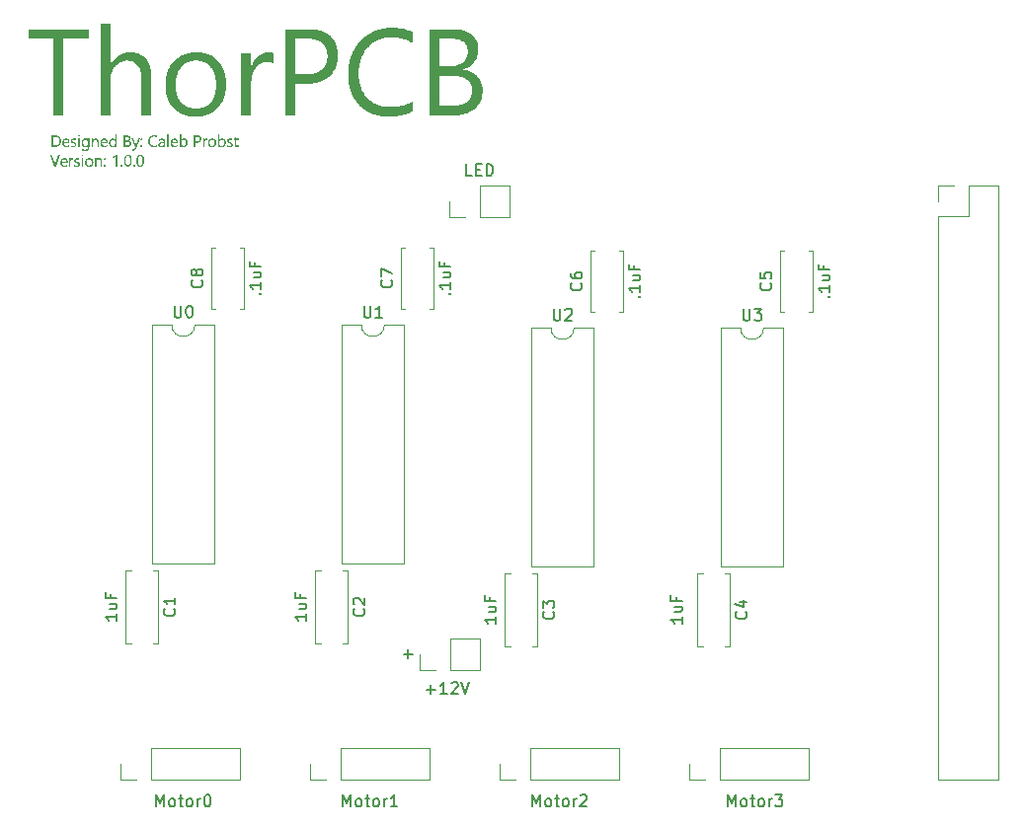
<source format=gbr>
%TF.GenerationSoftware,KiCad,Pcbnew,(7.0.0)*%
%TF.CreationDate,2023-04-25T22:49:32-05:00*%
%TF.ProjectId,ThorPCB,54686f72-5043-4422-9e6b-696361645f70,rev?*%
%TF.SameCoordinates,Original*%
%TF.FileFunction,Legend,Top*%
%TF.FilePolarity,Positive*%
%FSLAX46Y46*%
G04 Gerber Fmt 4.6, Leading zero omitted, Abs format (unit mm)*
G04 Created by KiCad (PCBNEW (7.0.0)) date 2023-04-25 22:49:32*
%MOMM*%
%LPD*%
G01*
G04 APERTURE LIST*
%ADD10C,0.200000*%
%ADD11C,0.750000*%
%ADD12C,0.150000*%
%ADD13C,0.120000*%
G04 APERTURE END LIST*
D10*
G36*
X114995609Y-45918057D02*
G01*
X115027080Y-45919486D01*
X115057519Y-45921868D01*
X115086926Y-45925202D01*
X115115301Y-45929489D01*
X115142645Y-45934728D01*
X115168956Y-45940921D01*
X115194236Y-45948065D01*
X115218484Y-45956163D01*
X115241701Y-45965213D01*
X115263885Y-45975216D01*
X115285037Y-45986171D01*
X115305158Y-45998079D01*
X115324247Y-46010940D01*
X115342304Y-46024753D01*
X115359329Y-46039519D01*
X115375323Y-46055238D01*
X115390284Y-46071909D01*
X115404214Y-46089533D01*
X115417112Y-46108109D01*
X115428978Y-46127638D01*
X115439812Y-46148120D01*
X115449614Y-46169555D01*
X115458385Y-46191942D01*
X115466124Y-46215282D01*
X115472831Y-46239574D01*
X115478506Y-46264819D01*
X115483149Y-46291017D01*
X115486760Y-46318167D01*
X115489340Y-46346270D01*
X115490888Y-46375326D01*
X115491404Y-46405334D01*
X115491260Y-46419716D01*
X115490829Y-46433922D01*
X115490111Y-46447949D01*
X115489106Y-46461800D01*
X115487814Y-46475472D01*
X115486234Y-46488968D01*
X115484368Y-46502286D01*
X115482214Y-46515426D01*
X115479773Y-46528389D01*
X115477045Y-46541175D01*
X115474029Y-46553783D01*
X115470727Y-46566213D01*
X115467137Y-46578467D01*
X115463260Y-46590542D01*
X115459096Y-46602441D01*
X115454645Y-46614161D01*
X115449907Y-46625705D01*
X115444881Y-46637071D01*
X115439568Y-46648259D01*
X115433968Y-46659270D01*
X115428081Y-46670104D01*
X115421907Y-46680760D01*
X115415445Y-46691238D01*
X115408697Y-46701539D01*
X115401661Y-46711663D01*
X115394338Y-46721609D01*
X115386728Y-46731378D01*
X115378830Y-46740969D01*
X115370646Y-46750383D01*
X115362174Y-46759619D01*
X115353415Y-46768678D01*
X115344369Y-46777560D01*
X115335099Y-46786200D01*
X115325635Y-46794566D01*
X115315979Y-46802658D01*
X115306130Y-46810475D01*
X115296088Y-46818019D01*
X115285854Y-46825287D01*
X115275427Y-46832282D01*
X115264807Y-46839002D01*
X115253995Y-46845448D01*
X115242989Y-46851620D01*
X115231792Y-46857517D01*
X115220401Y-46863140D01*
X115208817Y-46868489D01*
X115197041Y-46873564D01*
X115185072Y-46878364D01*
X115172911Y-46882890D01*
X115160557Y-46887141D01*
X115148010Y-46891118D01*
X115135270Y-46894821D01*
X115122337Y-46898250D01*
X115109212Y-46901405D01*
X115095894Y-46904285D01*
X115082384Y-46906891D01*
X115068680Y-46909222D01*
X115054784Y-46911279D01*
X115040695Y-46913062D01*
X115026414Y-46914571D01*
X115011940Y-46915805D01*
X114997273Y-46916765D01*
X114982413Y-46917451D01*
X114967360Y-46917862D01*
X114952115Y-46918000D01*
X114683204Y-46918000D01*
X114683204Y-46042633D01*
X114814118Y-46042633D01*
X114814118Y-46792947D01*
X114953337Y-46792947D01*
X114965160Y-46792849D01*
X114976818Y-46792556D01*
X114988310Y-46792067D01*
X114999636Y-46791382D01*
X115010796Y-46790502D01*
X115021789Y-46789427D01*
X115032617Y-46788155D01*
X115043279Y-46786688D01*
X115053775Y-46785026D01*
X115064105Y-46783168D01*
X115074268Y-46781114D01*
X115084266Y-46778865D01*
X115094098Y-46776420D01*
X115103763Y-46773780D01*
X115113263Y-46770944D01*
X115122597Y-46767912D01*
X115140766Y-46761262D01*
X115158272Y-46753830D01*
X115175113Y-46745616D01*
X115191290Y-46736619D01*
X115206803Y-46726839D01*
X115221653Y-46716278D01*
X115235838Y-46704934D01*
X115249359Y-46692808D01*
X115262136Y-46679961D01*
X115274088Y-46666456D01*
X115285217Y-46652293D01*
X115295521Y-46637471D01*
X115305000Y-46621991D01*
X115313656Y-46605853D01*
X115321487Y-46589057D01*
X115328494Y-46571602D01*
X115334676Y-46553489D01*
X115340034Y-46534718D01*
X115342404Y-46525085D01*
X115344568Y-46515288D01*
X115346526Y-46505326D01*
X115348277Y-46495200D01*
X115349823Y-46484909D01*
X115351162Y-46474454D01*
X115352296Y-46463834D01*
X115353223Y-46453049D01*
X115353944Y-46442100D01*
X115354460Y-46430986D01*
X115354769Y-46419708D01*
X115354872Y-46408265D01*
X115354486Y-46385770D01*
X115353330Y-46363989D01*
X115351403Y-46342922D01*
X115348705Y-46322570D01*
X115345236Y-46302931D01*
X115340996Y-46284007D01*
X115335985Y-46265797D01*
X115330203Y-46248301D01*
X115323651Y-46231519D01*
X115316327Y-46215451D01*
X115308233Y-46200098D01*
X115299368Y-46185458D01*
X115289731Y-46171533D01*
X115279324Y-46158321D01*
X115268147Y-46145824D01*
X115256198Y-46134041D01*
X115243478Y-46122972D01*
X115229987Y-46112617D01*
X115215726Y-46102977D01*
X115200693Y-46094050D01*
X115184890Y-46085838D01*
X115168316Y-46078339D01*
X115150971Y-46071555D01*
X115132855Y-46065485D01*
X115113968Y-46060129D01*
X115094310Y-46055487D01*
X115073882Y-46051560D01*
X115052682Y-46048346D01*
X115030712Y-46045847D01*
X115007971Y-46044061D01*
X114984458Y-46042990D01*
X114960175Y-46042633D01*
X114814118Y-46042633D01*
X114683204Y-46042633D01*
X114683204Y-45917581D01*
X114963106Y-45917581D01*
X114995609Y-45918057D01*
G37*
G36*
X115950452Y-46183671D02*
G01*
X115967410Y-46184733D01*
X115983868Y-46186503D01*
X115999826Y-46188980D01*
X116015283Y-46192166D01*
X116030241Y-46196060D01*
X116044699Y-46200661D01*
X116058658Y-46205971D01*
X116072116Y-46211988D01*
X116085074Y-46218713D01*
X116097532Y-46226146D01*
X116109491Y-46234287D01*
X116120949Y-46243136D01*
X116131908Y-46252693D01*
X116142366Y-46262958D01*
X116152325Y-46273931D01*
X116161730Y-46285497D01*
X116170528Y-46297604D01*
X116178720Y-46310250D01*
X116186305Y-46323436D01*
X116193283Y-46337162D01*
X116199654Y-46351429D01*
X116205419Y-46366235D01*
X116210577Y-46381581D01*
X116215128Y-46397467D01*
X116219072Y-46413894D01*
X116222409Y-46430860D01*
X116225140Y-46448366D01*
X116227263Y-46466413D01*
X116228780Y-46484999D01*
X116229691Y-46504125D01*
X116229994Y-46523792D01*
X116229994Y-46589737D01*
X115733448Y-46589737D01*
X115733971Y-46603145D01*
X115734929Y-46616195D01*
X115736322Y-46628889D01*
X115738150Y-46641227D01*
X115740413Y-46653207D01*
X115743111Y-46664830D01*
X115746244Y-46676097D01*
X115749812Y-46687007D01*
X115753816Y-46697560D01*
X115758254Y-46707756D01*
X115763128Y-46717595D01*
X115768436Y-46727078D01*
X115774180Y-46736204D01*
X115780358Y-46744973D01*
X115786972Y-46753385D01*
X115794020Y-46761440D01*
X115801490Y-46769041D01*
X115809305Y-46776152D01*
X115817465Y-46782772D01*
X115825970Y-46788902D01*
X115834821Y-46794541D01*
X115844018Y-46799691D01*
X115853559Y-46804349D01*
X115863446Y-46808518D01*
X115873679Y-46812196D01*
X115884257Y-46815383D01*
X115895180Y-46818080D01*
X115906448Y-46820287D01*
X115918062Y-46822003D01*
X115930022Y-46823229D01*
X115942326Y-46823965D01*
X115954976Y-46824210D01*
X115969455Y-46823873D01*
X115983889Y-46822859D01*
X115998276Y-46821171D01*
X116012618Y-46818806D01*
X116026914Y-46815767D01*
X116041164Y-46812052D01*
X116055368Y-46807661D01*
X116069526Y-46802595D01*
X116083639Y-46796853D01*
X116097706Y-46790436D01*
X116111727Y-46783343D01*
X116125702Y-46775575D01*
X116139632Y-46767132D01*
X116153515Y-46758013D01*
X116167353Y-46748218D01*
X116181145Y-46737748D01*
X116181145Y-46862801D01*
X116168651Y-46871378D01*
X116155714Y-46879401D01*
X116142334Y-46886872D01*
X116128511Y-46893789D01*
X116114246Y-46900153D01*
X116099538Y-46905963D01*
X116084387Y-46911220D01*
X116068794Y-46915923D01*
X116052758Y-46920074D01*
X116036279Y-46923671D01*
X116019357Y-46926714D01*
X116001993Y-46929204D01*
X115984186Y-46931141D01*
X115965937Y-46932524D01*
X115947245Y-46933354D01*
X115928110Y-46933631D01*
X115909313Y-46933248D01*
X115891023Y-46932101D01*
X115873241Y-46930188D01*
X115855967Y-46927510D01*
X115839200Y-46924066D01*
X115822940Y-46919858D01*
X115807189Y-46914884D01*
X115791944Y-46909146D01*
X115777208Y-46902642D01*
X115762979Y-46895373D01*
X115749257Y-46887338D01*
X115736043Y-46878539D01*
X115723337Y-46868974D01*
X115711138Y-46858645D01*
X115699447Y-46847550D01*
X115688263Y-46835690D01*
X115677675Y-46823111D01*
X115667770Y-46809922D01*
X115658548Y-46796122D01*
X115650009Y-46781712D01*
X115642153Y-46766691D01*
X115634980Y-46751060D01*
X115628491Y-46734817D01*
X115622684Y-46717965D01*
X115617561Y-46700501D01*
X115613120Y-46682427D01*
X115609363Y-46663743D01*
X115606289Y-46644448D01*
X115605008Y-46634571D01*
X115603898Y-46624542D01*
X115602959Y-46614360D01*
X115602191Y-46604025D01*
X115601593Y-46593538D01*
X115601166Y-46582898D01*
X115600910Y-46572106D01*
X115600824Y-46561161D01*
X115600917Y-46550809D01*
X115601196Y-46540578D01*
X115601662Y-46530465D01*
X115602313Y-46520471D01*
X115603150Y-46510597D01*
X115604173Y-46500842D01*
X115606778Y-46481690D01*
X115607024Y-46480316D01*
X115735891Y-46480316D01*
X116098836Y-46480316D01*
X116098574Y-46469765D01*
X116097973Y-46459483D01*
X116097032Y-46449470D01*
X116095752Y-46439726D01*
X116093195Y-46425615D01*
X116089873Y-46412109D01*
X116085787Y-46399208D01*
X116080937Y-46386913D01*
X116075323Y-46375222D01*
X116068944Y-46364138D01*
X116061802Y-46353659D01*
X116053895Y-46343785D01*
X116045301Y-46334662D01*
X116036098Y-46326437D01*
X116026284Y-46319109D01*
X116015862Y-46312678D01*
X116004829Y-46307145D01*
X115993187Y-46302508D01*
X115980935Y-46298770D01*
X115968074Y-46295928D01*
X115954603Y-46293984D01*
X115940522Y-46292937D01*
X115930796Y-46292738D01*
X115916662Y-46293214D01*
X115902927Y-46294644D01*
X115889591Y-46297027D01*
X115876655Y-46300363D01*
X115864117Y-46304652D01*
X115851979Y-46309894D01*
X115840241Y-46316089D01*
X115828901Y-46323238D01*
X115817961Y-46331339D01*
X115807420Y-46340394D01*
X115800615Y-46346960D01*
X115790957Y-46357304D01*
X115782042Y-46368094D01*
X115773870Y-46379331D01*
X115766440Y-46391015D01*
X115759753Y-46403145D01*
X115753809Y-46415722D01*
X115748608Y-46428745D01*
X115744149Y-46442214D01*
X115740433Y-46456131D01*
X115737460Y-46470493D01*
X115735891Y-46480316D01*
X115607024Y-46480316D01*
X115610127Y-46463015D01*
X115614220Y-46444817D01*
X115619057Y-46427096D01*
X115624638Y-46409852D01*
X115630964Y-46393085D01*
X115638033Y-46376796D01*
X115645847Y-46360983D01*
X115654405Y-46345647D01*
X115663707Y-46330788D01*
X115673754Y-46316406D01*
X115684544Y-46302502D01*
X115696079Y-46289074D01*
X115708167Y-46276268D01*
X115720618Y-46264287D01*
X115733431Y-46253133D01*
X115746607Y-46242805D01*
X115760145Y-46233304D01*
X115774046Y-46224628D01*
X115788309Y-46216779D01*
X115802935Y-46209756D01*
X115817924Y-46203560D01*
X115833275Y-46198189D01*
X115848988Y-46193645D01*
X115865065Y-46189927D01*
X115881503Y-46187035D01*
X115898304Y-46184969D01*
X115915468Y-46183730D01*
X115932995Y-46183317D01*
X115950452Y-46183671D01*
G37*
G36*
X116338193Y-46890400D02*
G01*
X116338193Y-46754845D01*
X116351009Y-46763245D01*
X116363870Y-46771103D01*
X116376776Y-46778419D01*
X116389729Y-46785192D01*
X116402727Y-46791424D01*
X116415771Y-46797115D01*
X116428861Y-46802263D01*
X116441997Y-46806869D01*
X116455178Y-46810933D01*
X116468405Y-46814456D01*
X116481679Y-46817436D01*
X116494997Y-46819875D01*
X116508362Y-46821772D01*
X116521773Y-46823126D01*
X116535229Y-46823939D01*
X116548731Y-46824210D01*
X116565737Y-46823852D01*
X116581646Y-46822779D01*
X116596458Y-46820990D01*
X116610173Y-46818486D01*
X116622791Y-46815266D01*
X116634311Y-46811330D01*
X116644734Y-46806679D01*
X116654061Y-46801312D01*
X116662289Y-46795230D01*
X116669421Y-46788432D01*
X116678061Y-46776894D01*
X116684233Y-46763746D01*
X116686976Y-46754086D01*
X116688622Y-46743710D01*
X116689170Y-46732619D01*
X116688609Y-46721678D01*
X116686926Y-46711508D01*
X116684122Y-46702110D01*
X116679542Y-46692314D01*
X116677447Y-46688900D01*
X116671127Y-46680199D01*
X116663647Y-46671925D01*
X116656150Y-46665036D01*
X116647766Y-46658474D01*
X116645207Y-46656660D01*
X116635833Y-46650484D01*
X116627167Y-46645395D01*
X116617916Y-46640495D01*
X116608081Y-46635783D01*
X116597663Y-46631261D01*
X116595870Y-46630526D01*
X116586744Y-46626762D01*
X116577380Y-46622950D01*
X116567777Y-46619091D01*
X116557936Y-46615184D01*
X116547856Y-46611230D01*
X116537538Y-46607227D01*
X116533344Y-46605613D01*
X116521731Y-46600907D01*
X116510461Y-46596194D01*
X116499535Y-46591474D01*
X116488952Y-46586745D01*
X116478713Y-46582009D01*
X116468818Y-46577265D01*
X116459265Y-46572514D01*
X116450057Y-46567755D01*
X116441253Y-46562848D01*
X116432792Y-46557772D01*
X116422699Y-46551191D01*
X116413143Y-46544348D01*
X116404123Y-46537243D01*
X116395640Y-46529875D01*
X116389240Y-46523792D01*
X116381824Y-46515916D01*
X116374991Y-46507706D01*
X116368743Y-46499162D01*
X116363080Y-46490284D01*
X116358000Y-46481073D01*
X116353505Y-46471527D01*
X116351871Y-46467616D01*
X116348283Y-46457513D01*
X116345302Y-46446898D01*
X116342930Y-46435770D01*
X116341166Y-46424129D01*
X116340011Y-46411975D01*
X116339524Y-46401883D01*
X116339415Y-46394099D01*
X116339785Y-46381402D01*
X116340895Y-46369079D01*
X116342746Y-46357130D01*
X116345338Y-46345555D01*
X116348669Y-46334355D01*
X116352741Y-46323528D01*
X116357554Y-46313075D01*
X116363106Y-46302996D01*
X116369266Y-46293253D01*
X116375898Y-46283930D01*
X116383004Y-46275026D01*
X116390584Y-46266543D01*
X116398636Y-46258479D01*
X116407162Y-46250835D01*
X116416160Y-46243611D01*
X116425632Y-46236806D01*
X116435566Y-46230357D01*
X116445828Y-46224319D01*
X116456418Y-46218694D01*
X116467337Y-46213481D01*
X116478584Y-46208680D01*
X116490158Y-46204291D01*
X116502061Y-46200315D01*
X116514293Y-46196750D01*
X116526791Y-46193602D01*
X116539373Y-46190873D01*
X116552040Y-46188564D01*
X116564790Y-46186675D01*
X116577624Y-46185206D01*
X116590542Y-46184157D01*
X116603544Y-46183527D01*
X116613351Y-46183330D01*
X116616630Y-46183317D01*
X116628176Y-46183447D01*
X116639608Y-46183836D01*
X116650928Y-46184485D01*
X116662136Y-46185393D01*
X116673231Y-46186561D01*
X116684213Y-46187988D01*
X116695083Y-46189675D01*
X116705840Y-46191621D01*
X116716485Y-46193827D01*
X116727017Y-46196292D01*
X116737436Y-46199017D01*
X116747743Y-46202002D01*
X116757937Y-46205245D01*
X116768019Y-46208749D01*
X116777988Y-46212512D01*
X116787845Y-46216534D01*
X116787845Y-46345739D01*
X116776841Y-46339320D01*
X116765752Y-46333316D01*
X116754577Y-46327727D01*
X116743316Y-46322551D01*
X116731969Y-46317789D01*
X116720537Y-46313441D01*
X116709018Y-46309508D01*
X116697414Y-46305988D01*
X116685723Y-46302882D01*
X116673947Y-46300191D01*
X116662085Y-46297914D01*
X116650137Y-46296050D01*
X116638104Y-46294601D01*
X116625984Y-46293566D01*
X116613779Y-46292945D01*
X116601487Y-46292738D01*
X116590262Y-46292978D01*
X116579483Y-46293700D01*
X116569150Y-46294902D01*
X116559264Y-46296585D01*
X116548294Y-46299156D01*
X116546777Y-46299577D01*
X116536549Y-46302837D01*
X116527022Y-46306636D01*
X116518196Y-46310972D01*
X116508968Y-46316586D01*
X116505744Y-46318872D01*
X116497791Y-46325253D01*
X116490784Y-46332183D01*
X116484033Y-46340637D01*
X116479610Y-46347692D01*
X116475242Y-46357305D01*
X116472303Y-46367459D01*
X116470794Y-46378154D01*
X116470573Y-46384329D01*
X116471006Y-46395045D01*
X116472303Y-46404965D01*
X116474845Y-46415331D01*
X116478516Y-46424658D01*
X116479610Y-46426827D01*
X116485526Y-46436056D01*
X116491953Y-46443837D01*
X116499479Y-46451222D01*
X116506965Y-46457357D01*
X116515293Y-46463141D01*
X116524463Y-46468738D01*
X116534474Y-46474147D01*
X116543725Y-46478635D01*
X116551906Y-46482270D01*
X116562347Y-46486569D01*
X116571468Y-46490283D01*
X116580971Y-46494116D01*
X116590855Y-46498068D01*
X116601121Y-46502140D01*
X116611768Y-46506331D01*
X116613944Y-46507183D01*
X116625522Y-46511721D01*
X116636811Y-46516296D01*
X116647809Y-46520910D01*
X116658518Y-46525562D01*
X116668936Y-46530253D01*
X116679065Y-46534981D01*
X116688903Y-46539747D01*
X116698452Y-46544552D01*
X116707748Y-46549403D01*
X116716709Y-46554429D01*
X116725334Y-46559630D01*
X116733623Y-46565008D01*
X116743512Y-46571976D01*
X116752876Y-46579218D01*
X116761715Y-46586735D01*
X116763420Y-46588272D01*
X116771588Y-46596101D01*
X116779148Y-46604324D01*
X116786100Y-46612940D01*
X116792443Y-46621950D01*
X116798178Y-46631354D01*
X116803305Y-46641151D01*
X116805186Y-46645180D01*
X116809478Y-46655547D01*
X116813043Y-46666499D01*
X116815880Y-46678035D01*
X116817626Y-46687684D01*
X116818906Y-46697708D01*
X116819721Y-46708105D01*
X116820070Y-46718877D01*
X116820085Y-46721628D01*
X116819874Y-46731670D01*
X116819243Y-46741463D01*
X116817747Y-46754134D01*
X116815503Y-46766361D01*
X116812511Y-46778146D01*
X116808771Y-46789488D01*
X116804283Y-46800387D01*
X116799047Y-46810844D01*
X116796149Y-46815906D01*
X116789917Y-46825706D01*
X116783189Y-46835079D01*
X116775964Y-46844024D01*
X116768244Y-46852542D01*
X116760028Y-46860633D01*
X116751315Y-46868296D01*
X116742106Y-46875532D01*
X116732401Y-46882340D01*
X116722269Y-46888660D01*
X116711778Y-46894552D01*
X116700928Y-46900017D01*
X116689720Y-46905055D01*
X116678153Y-46909665D01*
X116666227Y-46913847D01*
X116653942Y-46917603D01*
X116644493Y-46920139D01*
X116641299Y-46920930D01*
X116631641Y-46923200D01*
X116621902Y-46925247D01*
X116612081Y-46927070D01*
X116602178Y-46928670D01*
X116592194Y-46930047D01*
X116582128Y-46931200D01*
X116571981Y-46932130D01*
X116561752Y-46932837D01*
X116551442Y-46933321D01*
X116541050Y-46933581D01*
X116534076Y-46933631D01*
X116520374Y-46933462D01*
X116506866Y-46932956D01*
X116493553Y-46932111D01*
X116480434Y-46930929D01*
X116467511Y-46929409D01*
X116454781Y-46927552D01*
X116442247Y-46925356D01*
X116429907Y-46922823D01*
X116417761Y-46919952D01*
X116405811Y-46916744D01*
X116394055Y-46913198D01*
X116382493Y-46909314D01*
X116371126Y-46905092D01*
X116359954Y-46900532D01*
X116348976Y-46895635D01*
X116338193Y-46890400D01*
G37*
G36*
X117040147Y-46042633D02*
G01*
X117029929Y-46042096D01*
X117020188Y-46040486D01*
X117009129Y-46037138D01*
X116998756Y-46032243D01*
X116989070Y-46025803D01*
X116982995Y-46020651D01*
X116976240Y-46013490D01*
X116969645Y-46004125D01*
X116964699Y-45993918D01*
X116961402Y-45982870D01*
X116959914Y-45973020D01*
X116959547Y-45964720D01*
X116960120Y-45954467D01*
X116961837Y-45944775D01*
X116965409Y-45933884D01*
X116970630Y-45923800D01*
X116977499Y-45914524D01*
X116982995Y-45908788D01*
X116990637Y-45902315D01*
X117000437Y-45895995D01*
X117010924Y-45891255D01*
X117022098Y-45888095D01*
X117031935Y-45886669D01*
X117040147Y-45886318D01*
X117050583Y-45886866D01*
X117060517Y-45888512D01*
X117069950Y-45891255D01*
X117080609Y-45895995D01*
X117088941Y-45901152D01*
X117096771Y-45907406D01*
X117098277Y-45908788D01*
X117105173Y-45916014D01*
X117111905Y-45925425D01*
X117116954Y-45935643D01*
X117120320Y-45946668D01*
X117121839Y-45956473D01*
X117122213Y-45964720D01*
X117121629Y-45974632D01*
X117119385Y-45985898D01*
X117115458Y-45996477D01*
X117109848Y-46006369D01*
X117102555Y-46015574D01*
X117098277Y-46019919D01*
X117090547Y-46026462D01*
X117082316Y-46031897D01*
X117071777Y-46036954D01*
X117062444Y-46039949D01*
X117052610Y-46041835D01*
X117042275Y-46042611D01*
X117040147Y-46042633D01*
G37*
G36*
X117102918Y-46918000D02*
G01*
X116974690Y-46918000D01*
X116974690Y-46198949D01*
X117102918Y-46198949D01*
X117102918Y-46918000D01*
G37*
G36*
X117613592Y-46183769D02*
G01*
X117631005Y-46185126D01*
X117647794Y-46187387D01*
X117663959Y-46190553D01*
X117679500Y-46194623D01*
X117694417Y-46199597D01*
X117708710Y-46205476D01*
X117722379Y-46212260D01*
X117735424Y-46219948D01*
X117747845Y-46228540D01*
X117759642Y-46238037D01*
X117770815Y-46248438D01*
X117781364Y-46259744D01*
X117791290Y-46271954D01*
X117800591Y-46285069D01*
X117806224Y-46294170D01*
X117801452Y-46198949D01*
X117929680Y-46198949D01*
X117929680Y-46861824D01*
X117929310Y-46886437D01*
X117928201Y-46910270D01*
X117926353Y-46933320D01*
X117923765Y-46955590D01*
X117920437Y-46977078D01*
X117916371Y-46997785D01*
X117911564Y-47017710D01*
X117906019Y-47036854D01*
X117899734Y-47055217D01*
X117892710Y-47072798D01*
X117884946Y-47089598D01*
X117876443Y-47105616D01*
X117867200Y-47120853D01*
X117857218Y-47135309D01*
X117846497Y-47148983D01*
X117835036Y-47161876D01*
X117822836Y-47173987D01*
X117809896Y-47185318D01*
X117796217Y-47195866D01*
X117781798Y-47205634D01*
X117766641Y-47214620D01*
X117750743Y-47222824D01*
X117734107Y-47230247D01*
X117716731Y-47236889D01*
X117698615Y-47242749D01*
X117679760Y-47247828D01*
X117660166Y-47252126D01*
X117639832Y-47255642D01*
X117618759Y-47258377D01*
X117596947Y-47260331D01*
X117574395Y-47261503D01*
X117551103Y-47261893D01*
X117534669Y-47261696D01*
X117518459Y-47261103D01*
X117502474Y-47260116D01*
X117486715Y-47258734D01*
X117471181Y-47256956D01*
X117455872Y-47254784D01*
X117440788Y-47252216D01*
X117425929Y-47249254D01*
X117411295Y-47245896D01*
X117396887Y-47242144D01*
X117382704Y-47237997D01*
X117368746Y-47233454D01*
X117355013Y-47228517D01*
X117341505Y-47223185D01*
X117328222Y-47217457D01*
X117315165Y-47211335D01*
X117315165Y-47084817D01*
X117331165Y-47093010D01*
X117346985Y-47100674D01*
X117362626Y-47107810D01*
X117378088Y-47114417D01*
X117393370Y-47120495D01*
X117408473Y-47126045D01*
X117423397Y-47131066D01*
X117438141Y-47135559D01*
X117452706Y-47139523D01*
X117467092Y-47142959D01*
X117481298Y-47145866D01*
X117495325Y-47148244D01*
X117509172Y-47150094D01*
X117522840Y-47151416D01*
X117536329Y-47152208D01*
X117549638Y-47152473D01*
X117565131Y-47152199D01*
X117580131Y-47151378D01*
X117594640Y-47150010D01*
X117608657Y-47148095D01*
X117622182Y-47145633D01*
X117635216Y-47142624D01*
X117647757Y-47139067D01*
X117659807Y-47134963D01*
X117671365Y-47130313D01*
X117682431Y-47125115D01*
X117693005Y-47119369D01*
X117703087Y-47113077D01*
X117712678Y-47106238D01*
X117721777Y-47098851D01*
X117730384Y-47090917D01*
X117738499Y-47082436D01*
X117746122Y-47073408D01*
X117753254Y-47063833D01*
X117759893Y-47053710D01*
X117766041Y-47043040D01*
X117771697Y-47031824D01*
X117776861Y-47020060D01*
X117781533Y-47007748D01*
X117785714Y-46994890D01*
X117789403Y-46981485D01*
X117792600Y-46967532D01*
X117795305Y-46953032D01*
X117797518Y-46937985D01*
X117799239Y-46922391D01*
X117800469Y-46906250D01*
X117801206Y-46889562D01*
X117801452Y-46872326D01*
X117806098Y-46802189D01*
X117804268Y-46805270D01*
X117793756Y-46821298D01*
X117782562Y-46836258D01*
X117770688Y-46850150D01*
X117758132Y-46862972D01*
X117744896Y-46874727D01*
X117730978Y-46885412D01*
X117716378Y-46895029D01*
X117701098Y-46903578D01*
X117685136Y-46911058D01*
X117668493Y-46917469D01*
X117651169Y-46922812D01*
X117633164Y-46927086D01*
X117614478Y-46930292D01*
X117595110Y-46932429D01*
X117585171Y-46933097D01*
X117575061Y-46933497D01*
X117564781Y-46933631D01*
X117548105Y-46933256D01*
X117531843Y-46932131D01*
X117515995Y-46930256D01*
X117500560Y-46927632D01*
X117485540Y-46924257D01*
X117470935Y-46920133D01*
X117456743Y-46915258D01*
X117442965Y-46909634D01*
X117429601Y-46903260D01*
X117416652Y-46896136D01*
X117404116Y-46888262D01*
X117391995Y-46879638D01*
X117380287Y-46870264D01*
X117368994Y-46860141D01*
X117358114Y-46849267D01*
X117347649Y-46837644D01*
X117337712Y-46825393D01*
X117328415Y-46812639D01*
X117319760Y-46799381D01*
X117311745Y-46785620D01*
X117304372Y-46771355D01*
X117297640Y-46756586D01*
X117291550Y-46741313D01*
X117286100Y-46725536D01*
X117281291Y-46709256D01*
X117277124Y-46692472D01*
X117273598Y-46675184D01*
X117270713Y-46657392D01*
X117268469Y-46639097D01*
X117266866Y-46620298D01*
X117265904Y-46600995D01*
X117265664Y-46591155D01*
X117265584Y-46581189D01*
X117265642Y-46573617D01*
X117396742Y-46573617D01*
X117396955Y-46587783D01*
X117397593Y-46601583D01*
X117398657Y-46615016D01*
X117400146Y-46628083D01*
X117402061Y-46640784D01*
X117404401Y-46653118D01*
X117407167Y-46665086D01*
X117410359Y-46676688D01*
X117413975Y-46687923D01*
X117418018Y-46698792D01*
X117422486Y-46709294D01*
X117427379Y-46719430D01*
X117432698Y-46729200D01*
X117438443Y-46738603D01*
X117444613Y-46747640D01*
X117451208Y-46756311D01*
X117458183Y-46764533D01*
X117465431Y-46772225D01*
X117472952Y-46779386D01*
X117480746Y-46786017D01*
X117488813Y-46792117D01*
X117497153Y-46797687D01*
X117505765Y-46802726D01*
X117514650Y-46807235D01*
X117523808Y-46811214D01*
X117533239Y-46814662D01*
X117542943Y-46817579D01*
X117552920Y-46819967D01*
X117563170Y-46821823D01*
X117573692Y-46823149D01*
X117584487Y-46823945D01*
X117595556Y-46824210D01*
X117606870Y-46823956D01*
X117617915Y-46823195D01*
X117628692Y-46821926D01*
X117639199Y-46820150D01*
X117649437Y-46817866D01*
X117659406Y-46815074D01*
X117669106Y-46811775D01*
X117678537Y-46807968D01*
X117687699Y-46803654D01*
X117696592Y-46798832D01*
X117705216Y-46793502D01*
X117713571Y-46787665D01*
X117721657Y-46781321D01*
X117729473Y-46774469D01*
X117737021Y-46767109D01*
X117744300Y-46759242D01*
X117751220Y-46750976D01*
X117757695Y-46742419D01*
X117763723Y-46733573D01*
X117769304Y-46724437D01*
X117774439Y-46715011D01*
X117779127Y-46705295D01*
X117783369Y-46695288D01*
X117787164Y-46684992D01*
X117790513Y-46674405D01*
X117793415Y-46663529D01*
X117795871Y-46652363D01*
X117797880Y-46640906D01*
X117799443Y-46629159D01*
X117800559Y-46617123D01*
X117801229Y-46604796D01*
X117801452Y-46592180D01*
X117801452Y-46488376D01*
X117801240Y-46478392D01*
X117800601Y-46468589D01*
X117798846Y-46454224D01*
X117796133Y-46440267D01*
X117792463Y-46426718D01*
X117787836Y-46413577D01*
X117782251Y-46400844D01*
X117775709Y-46388518D01*
X117768209Y-46376601D01*
X117759752Y-46365091D01*
X117750337Y-46353989D01*
X117746986Y-46350379D01*
X117740074Y-46343399D01*
X117729316Y-46333773D01*
X117718089Y-46325161D01*
X117706395Y-46317562D01*
X117694233Y-46310976D01*
X117681602Y-46305403D01*
X117668504Y-46300844D01*
X117654938Y-46297297D01*
X117640904Y-46294764D01*
X117626402Y-46293244D01*
X117616474Y-46292794D01*
X117611431Y-46292738D01*
X117599052Y-46293025D01*
X117587011Y-46293887D01*
X117575307Y-46295322D01*
X117563941Y-46297333D01*
X117552913Y-46299917D01*
X117542223Y-46303076D01*
X117531870Y-46306809D01*
X117521855Y-46311117D01*
X117512178Y-46315999D01*
X117502839Y-46321455D01*
X117493837Y-46327486D01*
X117485173Y-46334091D01*
X117476847Y-46341271D01*
X117468859Y-46349024D01*
X117461208Y-46357352D01*
X117453895Y-46366255D01*
X117446974Y-46375652D01*
X117440500Y-46385523D01*
X117434472Y-46395870D01*
X117428890Y-46406692D01*
X117423756Y-46417990D01*
X117419067Y-46429762D01*
X117414826Y-46442009D01*
X117411030Y-46454732D01*
X117407681Y-46467930D01*
X117404779Y-46481602D01*
X117402323Y-46495750D01*
X117400314Y-46510373D01*
X117398751Y-46525472D01*
X117397635Y-46541045D01*
X117396965Y-46557093D01*
X117396742Y-46573617D01*
X117265642Y-46573617D01*
X117265670Y-46569903D01*
X117265928Y-46558762D01*
X117266359Y-46547765D01*
X117266961Y-46536912D01*
X117267736Y-46526203D01*
X117268683Y-46515638D01*
X117269803Y-46505217D01*
X117271094Y-46494940D01*
X117272558Y-46484808D01*
X117274194Y-46474819D01*
X117276002Y-46464974D01*
X117277983Y-46455274D01*
X117280135Y-46445717D01*
X117284957Y-46427037D01*
X117290468Y-46408932D01*
X117296668Y-46391404D01*
X117303556Y-46374452D01*
X117311133Y-46358076D01*
X117319399Y-46342277D01*
X117328354Y-46327053D01*
X117337998Y-46312407D01*
X117348331Y-46298336D01*
X117353755Y-46291517D01*
X117365061Y-46278414D01*
X117376874Y-46266157D01*
X117389195Y-46254746D01*
X117402024Y-46244179D01*
X117415360Y-46234458D01*
X117429203Y-46225582D01*
X117443555Y-46217552D01*
X117458413Y-46210367D01*
X117473780Y-46204027D01*
X117489654Y-46198533D01*
X117506035Y-46193883D01*
X117522924Y-46190079D01*
X117540321Y-46187121D01*
X117558225Y-46185008D01*
X117576636Y-46183740D01*
X117595556Y-46183317D01*
X117613592Y-46183769D01*
G37*
G36*
X118736903Y-46918000D02*
G01*
X118608431Y-46918000D01*
X118608431Y-46508893D01*
X118608279Y-46495594D01*
X118607823Y-46482718D01*
X118607063Y-46470263D01*
X118606000Y-46458231D01*
X118604632Y-46446622D01*
X118602961Y-46435434D01*
X118600986Y-46424668D01*
X118598707Y-46414325D01*
X118596124Y-46404404D01*
X118593237Y-46394905D01*
X118586552Y-46377173D01*
X118578651Y-46361131D01*
X118569535Y-46346777D01*
X118559203Y-46334111D01*
X118547656Y-46323135D01*
X118534894Y-46313847D01*
X118520915Y-46306247D01*
X118505722Y-46300337D01*
X118489313Y-46296115D01*
X118471688Y-46293582D01*
X118452848Y-46292738D01*
X118442850Y-46292976D01*
X118433068Y-46293692D01*
X118418799Y-46295660D01*
X118405016Y-46298701D01*
X118391717Y-46302815D01*
X118378904Y-46308003D01*
X118366575Y-46314264D01*
X118354732Y-46321599D01*
X118343374Y-46330006D01*
X118332501Y-46339487D01*
X118325522Y-46346404D01*
X118318759Y-46353799D01*
X118312311Y-46361560D01*
X118306279Y-46369579D01*
X118300664Y-46377855D01*
X118295464Y-46386390D01*
X118290680Y-46395181D01*
X118286313Y-46404231D01*
X118282361Y-46413538D01*
X118278825Y-46423102D01*
X118275705Y-46432925D01*
X118273001Y-46443004D01*
X118270714Y-46453342D01*
X118268842Y-46463937D01*
X118267386Y-46474789D01*
X118266346Y-46485900D01*
X118265722Y-46497267D01*
X118265514Y-46508893D01*
X118265514Y-46918000D01*
X118137286Y-46918000D01*
X118137286Y-46198949D01*
X118265514Y-46198949D01*
X118260385Y-46320581D01*
X118257698Y-46318383D01*
X118267770Y-46302028D01*
X118278447Y-46286727D01*
X118289729Y-46272482D01*
X118301616Y-46259292D01*
X118314108Y-46247157D01*
X118327204Y-46236077D01*
X118340906Y-46226053D01*
X118355212Y-46217084D01*
X118370123Y-46209170D01*
X118385639Y-46202311D01*
X118401760Y-46196507D01*
X118418486Y-46191759D01*
X118435817Y-46188065D01*
X118453753Y-46185427D01*
X118472293Y-46183845D01*
X118491438Y-46183317D01*
X118506089Y-46183619D01*
X118520305Y-46184523D01*
X118534086Y-46186030D01*
X118547431Y-46188141D01*
X118560342Y-46190854D01*
X118572817Y-46194171D01*
X118584858Y-46198090D01*
X118596463Y-46202612D01*
X118607633Y-46207737D01*
X118618368Y-46213466D01*
X118628669Y-46219797D01*
X118638534Y-46226731D01*
X118647964Y-46234268D01*
X118656959Y-46242409D01*
X118665519Y-46251152D01*
X118673644Y-46260498D01*
X118681304Y-46270373D01*
X118688470Y-46280766D01*
X118695142Y-46291676D01*
X118701319Y-46303103D01*
X118707003Y-46315047D01*
X118712192Y-46327508D01*
X118716887Y-46340486D01*
X118721088Y-46353982D01*
X118724794Y-46367994D01*
X118728007Y-46382524D01*
X118730725Y-46397570D01*
X118732949Y-46413134D01*
X118734679Y-46429215D01*
X118735914Y-46445813D01*
X118736655Y-46462928D01*
X118736903Y-46480561D01*
X118736903Y-46918000D01*
G37*
G36*
X119231122Y-46183671D02*
G01*
X119248080Y-46184733D01*
X119264538Y-46186503D01*
X119280495Y-46188980D01*
X119295953Y-46192166D01*
X119310911Y-46196060D01*
X119325369Y-46200661D01*
X119339327Y-46205971D01*
X119352786Y-46211988D01*
X119365744Y-46218713D01*
X119378202Y-46226146D01*
X119390161Y-46234287D01*
X119401619Y-46243136D01*
X119412577Y-46252693D01*
X119423036Y-46262958D01*
X119432995Y-46273931D01*
X119442400Y-46285497D01*
X119451198Y-46297604D01*
X119459390Y-46310250D01*
X119466975Y-46323436D01*
X119473953Y-46337162D01*
X119480324Y-46351429D01*
X119486089Y-46366235D01*
X119491247Y-46381581D01*
X119495797Y-46397467D01*
X119499742Y-46413894D01*
X119503079Y-46430860D01*
X119505810Y-46448366D01*
X119507933Y-46466413D01*
X119509450Y-46484999D01*
X119510360Y-46504125D01*
X119510664Y-46523792D01*
X119510664Y-46589737D01*
X119014118Y-46589737D01*
X119014641Y-46603145D01*
X119015599Y-46616195D01*
X119016992Y-46628889D01*
X119018820Y-46641227D01*
X119021083Y-46653207D01*
X119023781Y-46664830D01*
X119026914Y-46676097D01*
X119030482Y-46687007D01*
X119034486Y-46697560D01*
X119038924Y-46707756D01*
X119043797Y-46717595D01*
X119049106Y-46727078D01*
X119054849Y-46736204D01*
X119061028Y-46744973D01*
X119067642Y-46753385D01*
X119074690Y-46761440D01*
X119082160Y-46769041D01*
X119089975Y-46776152D01*
X119098135Y-46782772D01*
X119106640Y-46788902D01*
X119115491Y-46794541D01*
X119124688Y-46799691D01*
X119134229Y-46804349D01*
X119144116Y-46808518D01*
X119154349Y-46812196D01*
X119164927Y-46815383D01*
X119175850Y-46818080D01*
X119187118Y-46820287D01*
X119198732Y-46822003D01*
X119210692Y-46823229D01*
X119222996Y-46823965D01*
X119235646Y-46824210D01*
X119250125Y-46823873D01*
X119264559Y-46822859D01*
X119278946Y-46821171D01*
X119293288Y-46818806D01*
X119307584Y-46815767D01*
X119321834Y-46812052D01*
X119336038Y-46807661D01*
X119350196Y-46802595D01*
X119364309Y-46796853D01*
X119378376Y-46790436D01*
X119392397Y-46783343D01*
X119406372Y-46775575D01*
X119420302Y-46767132D01*
X119434185Y-46758013D01*
X119448023Y-46748218D01*
X119461815Y-46737748D01*
X119461815Y-46862801D01*
X119449321Y-46871378D01*
X119436383Y-46879401D01*
X119423004Y-46886872D01*
X119409181Y-46893789D01*
X119394916Y-46900153D01*
X119380208Y-46905963D01*
X119365057Y-46911220D01*
X119349464Y-46915923D01*
X119333427Y-46920074D01*
X119316949Y-46923671D01*
X119300027Y-46926714D01*
X119282663Y-46929204D01*
X119264856Y-46931141D01*
X119246607Y-46932524D01*
X119227915Y-46933354D01*
X119208780Y-46933631D01*
X119189983Y-46933248D01*
X119171693Y-46932101D01*
X119153911Y-46930188D01*
X119136636Y-46927510D01*
X119119870Y-46924066D01*
X119103610Y-46919858D01*
X119087858Y-46914884D01*
X119072614Y-46909146D01*
X119057878Y-46902642D01*
X119043649Y-46895373D01*
X119029927Y-46887338D01*
X119016713Y-46878539D01*
X119004007Y-46868974D01*
X118991808Y-46858645D01*
X118980117Y-46847550D01*
X118968933Y-46835690D01*
X118958345Y-46823111D01*
X118948440Y-46809922D01*
X118939218Y-46796122D01*
X118930679Y-46781712D01*
X118922823Y-46766691D01*
X118915650Y-46751060D01*
X118909160Y-46734817D01*
X118903354Y-46717965D01*
X118898231Y-46700501D01*
X118893790Y-46682427D01*
X118890033Y-46663743D01*
X118886959Y-46644448D01*
X118885678Y-46634571D01*
X118884568Y-46624542D01*
X118883629Y-46614360D01*
X118882860Y-46604025D01*
X118882263Y-46593538D01*
X118881836Y-46582898D01*
X118881580Y-46572106D01*
X118881494Y-46561161D01*
X118881587Y-46550809D01*
X118881866Y-46540578D01*
X118882331Y-46530465D01*
X118882983Y-46520471D01*
X118883820Y-46510597D01*
X118884843Y-46500842D01*
X118887448Y-46481690D01*
X118887694Y-46480316D01*
X119016561Y-46480316D01*
X119379505Y-46480316D01*
X119379244Y-46469765D01*
X119378643Y-46459483D01*
X119377702Y-46449470D01*
X119376422Y-46439726D01*
X119373864Y-46425615D01*
X119370543Y-46412109D01*
X119366457Y-46399208D01*
X119361607Y-46386913D01*
X119355993Y-46375222D01*
X119349614Y-46364138D01*
X119342472Y-46353659D01*
X119334565Y-46343785D01*
X119325971Y-46334662D01*
X119316767Y-46326437D01*
X119306954Y-46319109D01*
X119296532Y-46312678D01*
X119285499Y-46307145D01*
X119273857Y-46302508D01*
X119261605Y-46298770D01*
X119248744Y-46295928D01*
X119235273Y-46293984D01*
X119221192Y-46292937D01*
X119211466Y-46292738D01*
X119197332Y-46293214D01*
X119183597Y-46294644D01*
X119170261Y-46297027D01*
X119157325Y-46300363D01*
X119144787Y-46304652D01*
X119132649Y-46309894D01*
X119120911Y-46316089D01*
X119109571Y-46323238D01*
X119098631Y-46331339D01*
X119088090Y-46340394D01*
X119081285Y-46346960D01*
X119071627Y-46357304D01*
X119062712Y-46368094D01*
X119054540Y-46379331D01*
X119047110Y-46391015D01*
X119040423Y-46403145D01*
X119034479Y-46415722D01*
X119029278Y-46428745D01*
X119024819Y-46442214D01*
X119021103Y-46456131D01*
X119018130Y-46470493D01*
X119016561Y-46480316D01*
X118887694Y-46480316D01*
X118890796Y-46463015D01*
X118894889Y-46444817D01*
X118899727Y-46427096D01*
X118905308Y-46409852D01*
X118911633Y-46393085D01*
X118918703Y-46376796D01*
X118926517Y-46360983D01*
X118935075Y-46345647D01*
X118944377Y-46330788D01*
X118954424Y-46316406D01*
X118965214Y-46302502D01*
X118976749Y-46289074D01*
X118988837Y-46276268D01*
X119001288Y-46264287D01*
X119014101Y-46253133D01*
X119027277Y-46242805D01*
X119040815Y-46233304D01*
X119054716Y-46224628D01*
X119068979Y-46216779D01*
X119083605Y-46209756D01*
X119098594Y-46203560D01*
X119113945Y-46198189D01*
X119129658Y-46193645D01*
X119145734Y-46189927D01*
X119162173Y-46187035D01*
X119178974Y-46184969D01*
X119196138Y-46183730D01*
X119213665Y-46183317D01*
X119231122Y-46183671D01*
G37*
G36*
X120277342Y-46918000D02*
G01*
X120149115Y-46918000D01*
X120153949Y-46800817D01*
X120152048Y-46804124D01*
X120141750Y-46820295D01*
X120130740Y-46835389D01*
X120119018Y-46849404D01*
X120106585Y-46862341D01*
X120093439Y-46874201D01*
X120079582Y-46884982D01*
X120065014Y-46894685D01*
X120049733Y-46903309D01*
X120033741Y-46910856D01*
X120017037Y-46917325D01*
X119999622Y-46922715D01*
X119981494Y-46927028D01*
X119962655Y-46930262D01*
X119943104Y-46932418D01*
X119933062Y-46933092D01*
X119922842Y-46933496D01*
X119912443Y-46933631D01*
X119895621Y-46933253D01*
X119879226Y-46932120D01*
X119863259Y-46930231D01*
X119847719Y-46927586D01*
X119832606Y-46924186D01*
X119817921Y-46920030D01*
X119803664Y-46915118D01*
X119789833Y-46909451D01*
X119776431Y-46903028D01*
X119763455Y-46895850D01*
X119750907Y-46887916D01*
X119738787Y-46879226D01*
X119727094Y-46869781D01*
X119715828Y-46859580D01*
X119704990Y-46848623D01*
X119694579Y-46836911D01*
X119684730Y-46824553D01*
X119675516Y-46811658D01*
X119666938Y-46798228D01*
X119658996Y-46784261D01*
X119651688Y-46769758D01*
X119645016Y-46754719D01*
X119638980Y-46739144D01*
X119633579Y-46723033D01*
X119628813Y-46706385D01*
X119624683Y-46689201D01*
X119621188Y-46671481D01*
X119618329Y-46653225D01*
X119616105Y-46634433D01*
X119614517Y-46615104D01*
X119613961Y-46605239D01*
X119613564Y-46595239D01*
X119613325Y-46585106D01*
X119613246Y-46574838D01*
X119613289Y-46569465D01*
X119744404Y-46569465D01*
X119744617Y-46584134D01*
X119745255Y-46598404D01*
X119746319Y-46612275D01*
X119747808Y-46625748D01*
X119749723Y-46638821D01*
X119752064Y-46651496D01*
X119754829Y-46663772D01*
X119758021Y-46675650D01*
X119761638Y-46687128D01*
X119765680Y-46698208D01*
X119770148Y-46708889D01*
X119775041Y-46719171D01*
X119780360Y-46729054D01*
X119786105Y-46738538D01*
X119792275Y-46747624D01*
X119798870Y-46756311D01*
X119805854Y-46764533D01*
X119813128Y-46772225D01*
X119820692Y-46779386D01*
X119828546Y-46786017D01*
X119836690Y-46792117D01*
X119845124Y-46797687D01*
X119853848Y-46802726D01*
X119862862Y-46807235D01*
X119872166Y-46811214D01*
X119881760Y-46814662D01*
X119891645Y-46817579D01*
X119901819Y-46819967D01*
X119912283Y-46821823D01*
X119923037Y-46823149D01*
X119934082Y-46823945D01*
X119945416Y-46824210D01*
X119956581Y-46823955D01*
X119967482Y-46823187D01*
X119978120Y-46821909D01*
X119988494Y-46820119D01*
X119998606Y-46817818D01*
X120008454Y-46815005D01*
X120018038Y-46811681D01*
X120027360Y-46807846D01*
X120036418Y-46803499D01*
X120045212Y-46798641D01*
X120053744Y-46793272D01*
X120062012Y-46787391D01*
X120070016Y-46780998D01*
X120077758Y-46774095D01*
X120085236Y-46766680D01*
X120092450Y-46758753D01*
X120099312Y-46750403D01*
X120105731Y-46741778D01*
X120111707Y-46732879D01*
X120117241Y-46723704D01*
X120122332Y-46714255D01*
X120126980Y-46704531D01*
X120131186Y-46694533D01*
X120134949Y-46684259D01*
X120138269Y-46673711D01*
X120141146Y-46662888D01*
X120143581Y-46651790D01*
X120145573Y-46640418D01*
X120147123Y-46628770D01*
X120148229Y-46616848D01*
X120148893Y-46604651D01*
X120149115Y-46592180D01*
X120149115Y-46488376D01*
X120148903Y-46478217D01*
X120148267Y-46468257D01*
X120147208Y-46458495D01*
X120144826Y-46444224D01*
X120141490Y-46430399D01*
X120137201Y-46417021D01*
X120131958Y-46404090D01*
X120125763Y-46391605D01*
X120118615Y-46379566D01*
X120110513Y-46367974D01*
X120101459Y-46356829D01*
X120094893Y-46349646D01*
X120084514Y-46339476D01*
X120073621Y-46330306D01*
X120062212Y-46322137D01*
X120050288Y-46314968D01*
X120037849Y-46308799D01*
X120024894Y-46303630D01*
X120011425Y-46299462D01*
X119997440Y-46296295D01*
X119982940Y-46294127D01*
X119972987Y-46293238D01*
X119962805Y-46292793D01*
X119957628Y-46292738D01*
X119945427Y-46293023D01*
X119933551Y-46293879D01*
X119922002Y-46295305D01*
X119910779Y-46297302D01*
X119899883Y-46299870D01*
X119889313Y-46303007D01*
X119879069Y-46306716D01*
X119869151Y-46310995D01*
X119859560Y-46315845D01*
X119850295Y-46321265D01*
X119841356Y-46327255D01*
X119832744Y-46333816D01*
X119824458Y-46340948D01*
X119816498Y-46348650D01*
X119808864Y-46356923D01*
X119801557Y-46365766D01*
X119794636Y-46375120D01*
X119788162Y-46384924D01*
X119782134Y-46395179D01*
X119776553Y-46405883D01*
X119771418Y-46417038D01*
X119766730Y-46428644D01*
X119762488Y-46440699D01*
X119758692Y-46453205D01*
X119755344Y-46466162D01*
X119752441Y-46479568D01*
X119749986Y-46493425D01*
X119747976Y-46507733D01*
X119746414Y-46522490D01*
X119745297Y-46537698D01*
X119744627Y-46553356D01*
X119744404Y-46569465D01*
X119613289Y-46569465D01*
X119613334Y-46563854D01*
X119613597Y-46553006D01*
X119614036Y-46542294D01*
X119614650Y-46531718D01*
X119615440Y-46521278D01*
X119616406Y-46510974D01*
X119617547Y-46500805D01*
X119618863Y-46490773D01*
X119620356Y-46480877D01*
X119622023Y-46471116D01*
X119623867Y-46461492D01*
X119628080Y-46442651D01*
X119632995Y-46424353D01*
X119638613Y-46406600D01*
X119644933Y-46389390D01*
X119651955Y-46372725D01*
X119659679Y-46356603D01*
X119668105Y-46341025D01*
X119677234Y-46325990D01*
X119687064Y-46311500D01*
X119697597Y-46297553D01*
X119703127Y-46290784D01*
X119714627Y-46277770D01*
X119726594Y-46265596D01*
X119739028Y-46254262D01*
X119751930Y-46243767D01*
X119765299Y-46234112D01*
X119779136Y-46225296D01*
X119793441Y-46217320D01*
X119808213Y-46210184D01*
X119823452Y-46203887D01*
X119839159Y-46198430D01*
X119855333Y-46193812D01*
X119871975Y-46190034D01*
X119889085Y-46187095D01*
X119906662Y-46184996D01*
X119924706Y-46183737D01*
X119943218Y-46183317D01*
X119961570Y-46183770D01*
X119979255Y-46185130D01*
X119996275Y-46187396D01*
X120012629Y-46190568D01*
X120028317Y-46194647D01*
X120043338Y-46199632D01*
X120057694Y-46205523D01*
X120071384Y-46212321D01*
X120084408Y-46220025D01*
X120096767Y-46228636D01*
X120108459Y-46238152D01*
X120119485Y-46248576D01*
X120129845Y-46259905D01*
X120139540Y-46272141D01*
X120148568Y-46285284D01*
X120154168Y-46294692D01*
X120149115Y-45855055D01*
X120277342Y-45855055D01*
X120277342Y-46918000D01*
G37*
G36*
X121187396Y-45917835D02*
G01*
X121203103Y-45918596D01*
X121218392Y-45919865D01*
X121233263Y-45921641D01*
X121247716Y-45923925D01*
X121261751Y-45926717D01*
X121275369Y-45930016D01*
X121288569Y-45933823D01*
X121301350Y-45938137D01*
X121313714Y-45942959D01*
X121325660Y-45948289D01*
X121337188Y-45954126D01*
X121348298Y-45960470D01*
X121358991Y-45967322D01*
X121369265Y-45974682D01*
X121379122Y-45982549D01*
X121388497Y-45990794D01*
X121397268Y-45999349D01*
X121405434Y-46008212D01*
X121412995Y-46017385D01*
X121419951Y-46026866D01*
X121426302Y-46036657D01*
X121432049Y-46046757D01*
X121437190Y-46057166D01*
X121441727Y-46067884D01*
X121445659Y-46078911D01*
X121448986Y-46090247D01*
X121451708Y-46101893D01*
X121453825Y-46113847D01*
X121455337Y-46126111D01*
X121456244Y-46138684D01*
X121456547Y-46151565D01*
X121456363Y-46162286D01*
X121455814Y-46172834D01*
X121454898Y-46183207D01*
X121453616Y-46193407D01*
X121451967Y-46203434D01*
X121449952Y-46213286D01*
X121447571Y-46222965D01*
X121444823Y-46232471D01*
X121441709Y-46241803D01*
X121438228Y-46250961D01*
X121434382Y-46259945D01*
X121427924Y-46273097D01*
X121423162Y-46281647D01*
X121418033Y-46290024D01*
X121412537Y-46298227D01*
X121409652Y-46302263D01*
X121403658Y-46310099D01*
X121397398Y-46317609D01*
X121387511Y-46328261D01*
X121377027Y-46338179D01*
X121365947Y-46347364D01*
X121354270Y-46355814D01*
X121341996Y-46363529D01*
X121329125Y-46370511D01*
X121320213Y-46374758D01*
X121311036Y-46378678D01*
X121301594Y-46382272D01*
X121291886Y-46385540D01*
X121288725Y-46386472D01*
X121293577Y-46386908D01*
X121305673Y-46388477D01*
X121317467Y-46390503D01*
X121328960Y-46392984D01*
X121340152Y-46395922D01*
X121351041Y-46399315D01*
X121361630Y-46403165D01*
X121371916Y-46407471D01*
X121381902Y-46412233D01*
X121391586Y-46417450D01*
X121400968Y-46423124D01*
X121410049Y-46429254D01*
X121418828Y-46435840D01*
X121427306Y-46442882D01*
X121435483Y-46450380D01*
X121443357Y-46458334D01*
X121450840Y-46466640D01*
X121457840Y-46475252D01*
X121464358Y-46484172D01*
X121470392Y-46493399D01*
X121475944Y-46502933D01*
X121481013Y-46512774D01*
X121485599Y-46522922D01*
X121489703Y-46533378D01*
X121493323Y-46544141D01*
X121496461Y-46555211D01*
X121499116Y-46566588D01*
X121501289Y-46578273D01*
X121502979Y-46590265D01*
X121504185Y-46602564D01*
X121504910Y-46615170D01*
X121505151Y-46628083D01*
X121504787Y-46644101D01*
X121503697Y-46659732D01*
X121501879Y-46674975D01*
X121499335Y-46689831D01*
X121496063Y-46704299D01*
X121492065Y-46718381D01*
X121487339Y-46732074D01*
X121481887Y-46745381D01*
X121475707Y-46758300D01*
X121468801Y-46770832D01*
X121461167Y-46782976D01*
X121452807Y-46794733D01*
X121443719Y-46806103D01*
X121433905Y-46817085D01*
X121423363Y-46827680D01*
X121412094Y-46837888D01*
X121400274Y-46847589D01*
X121388078Y-46856664D01*
X121375507Y-46865113D01*
X121362559Y-46872937D01*
X121349235Y-46880134D01*
X121335536Y-46886706D01*
X121321460Y-46892652D01*
X121307009Y-46897972D01*
X121292182Y-46902666D01*
X121276978Y-46906734D01*
X121261399Y-46910176D01*
X121245444Y-46912993D01*
X121229114Y-46915183D01*
X121212407Y-46916748D01*
X121195324Y-46917687D01*
X121177866Y-46918000D01*
X120883064Y-46918000D01*
X120883064Y-46464685D01*
X121013979Y-46464685D01*
X121013979Y-46792947D01*
X121162722Y-46792947D01*
X121174910Y-46792774D01*
X121186742Y-46792253D01*
X121198220Y-46791384D01*
X121209342Y-46790169D01*
X121220110Y-46788606D01*
X121230523Y-46786696D01*
X121240581Y-46784439D01*
X121250284Y-46781834D01*
X121259632Y-46778882D01*
X121272988Y-46773803D01*
X121285546Y-46767943D01*
X121297306Y-46761301D01*
X121308266Y-46753878D01*
X121315130Y-46748495D01*
X121324689Y-46739825D01*
X121333308Y-46730575D01*
X121340987Y-46720745D01*
X121347725Y-46710336D01*
X121353523Y-46699347D01*
X121358381Y-46687779D01*
X121362299Y-46675631D01*
X121365276Y-46662903D01*
X121367313Y-46649596D01*
X121368410Y-46635709D01*
X121368619Y-46626129D01*
X121368395Y-46616197D01*
X121366599Y-46597277D01*
X121363008Y-46579619D01*
X121357621Y-46563223D01*
X121350439Y-46548087D01*
X121341461Y-46534213D01*
X121330688Y-46521600D01*
X121318119Y-46510249D01*
X121303754Y-46500158D01*
X121287594Y-46491329D01*
X121269639Y-46483762D01*
X121259987Y-46480451D01*
X121249887Y-46477455D01*
X121239338Y-46474775D01*
X121228341Y-46472410D01*
X121216894Y-46470361D01*
X121204998Y-46468626D01*
X121192654Y-46467207D01*
X121179860Y-46466104D01*
X121166618Y-46465315D01*
X121152927Y-46464842D01*
X121138787Y-46464685D01*
X121013979Y-46464685D01*
X120883064Y-46464685D01*
X120883064Y-46042633D01*
X121013979Y-46042633D01*
X121013979Y-46339632D01*
X121124376Y-46339632D01*
X121135699Y-46339465D01*
X121146709Y-46338965D01*
X121157406Y-46338130D01*
X121167790Y-46336961D01*
X121177862Y-46335458D01*
X121187620Y-46333622D01*
X121201671Y-46330241D01*
X121215017Y-46326108D01*
X121227660Y-46321225D01*
X121239598Y-46315590D01*
X121250832Y-46309203D01*
X121261362Y-46302066D01*
X121267991Y-46296890D01*
X121277288Y-46288523D01*
X121285671Y-46279542D01*
X121293139Y-46269947D01*
X121299693Y-46259738D01*
X121305332Y-46248916D01*
X121310057Y-46237479D01*
X121313868Y-46225428D01*
X121316763Y-46212764D01*
X121318745Y-46199485D01*
X121319812Y-46185592D01*
X121320015Y-46175990D01*
X121319307Y-46159841D01*
X121317183Y-46144734D01*
X121313644Y-46130669D01*
X121308688Y-46117646D01*
X121302317Y-46105665D01*
X121294530Y-46094726D01*
X121285327Y-46084828D01*
X121274708Y-46075972D01*
X121262673Y-46068158D01*
X121249223Y-46061386D01*
X121234356Y-46055656D01*
X121218074Y-46050968D01*
X121200376Y-46047321D01*
X121181262Y-46044717D01*
X121171174Y-46043805D01*
X121160732Y-46043154D01*
X121149936Y-46042763D01*
X121138787Y-46042633D01*
X121013979Y-46042633D01*
X120883064Y-46042633D01*
X120883064Y-45917581D01*
X121171271Y-45917581D01*
X121187396Y-45917835D01*
G37*
G36*
X122249115Y-46198949D02*
G01*
X121921341Y-47027176D01*
X121915743Y-47041617D01*
X121910002Y-47055599D01*
X121904117Y-47069123D01*
X121898088Y-47082188D01*
X121891916Y-47094795D01*
X121885600Y-47106943D01*
X121879141Y-47118633D01*
X121872538Y-47129865D01*
X121865791Y-47140638D01*
X121858901Y-47150953D01*
X121851868Y-47160809D01*
X121844690Y-47170207D01*
X121837370Y-47179146D01*
X121829905Y-47187627D01*
X121822297Y-47195650D01*
X121814546Y-47203214D01*
X121806650Y-47210320D01*
X121798612Y-47216967D01*
X121790429Y-47223156D01*
X121782103Y-47228886D01*
X121773634Y-47234158D01*
X121765021Y-47238972D01*
X121756264Y-47243327D01*
X121738320Y-47250662D01*
X121719801Y-47256163D01*
X121700708Y-47259830D01*
X121690946Y-47260977D01*
X121681041Y-47261664D01*
X121670992Y-47261893D01*
X121659837Y-47261726D01*
X121648964Y-47261222D01*
X121638374Y-47260382D01*
X121628066Y-47259207D01*
X121618041Y-47257696D01*
X121608298Y-47255848D01*
X121596516Y-47253067D01*
X121589659Y-47251147D01*
X121589659Y-47132689D01*
X121600867Y-47137326D01*
X121611534Y-47141344D01*
X121621659Y-47144745D01*
X121631241Y-47147527D01*
X121642458Y-47150135D01*
X121652827Y-47151777D01*
X121664153Y-47152473D01*
X121673954Y-47152069D01*
X121688087Y-47149950D01*
X121701537Y-47146015D01*
X121714305Y-47140265D01*
X121726390Y-47132698D01*
X121734068Y-47126644D01*
X121741442Y-47119783D01*
X121748512Y-47112115D01*
X121755279Y-47103640D01*
X121761743Y-47094358D01*
X121767904Y-47084269D01*
X121773761Y-47073372D01*
X121779314Y-47061669D01*
X121784565Y-47049158D01*
X121839764Y-46910184D01*
X121561815Y-46198949D01*
X121703965Y-46198949D01*
X121895939Y-46747030D01*
X121898611Y-46756503D01*
X121900935Y-46766598D01*
X121903225Y-46777520D01*
X121905343Y-46788223D01*
X121907175Y-46797832D01*
X121903023Y-46798076D01*
X121904048Y-46787462D01*
X121905987Y-46777393D01*
X121908448Y-46767031D01*
X121911063Y-46757177D01*
X121913525Y-46748495D01*
X122115514Y-46198949D01*
X122249115Y-46198949D01*
G37*
G36*
X122393951Y-46355264D02*
G01*
X122383286Y-46354644D01*
X122373123Y-46352783D01*
X122363461Y-46349683D01*
X122354299Y-46345342D01*
X122345639Y-46339760D01*
X122337479Y-46332939D01*
X122334355Y-46329863D01*
X122327319Y-46321604D01*
X122321475Y-46312856D01*
X122316824Y-46303620D01*
X122313366Y-46293894D01*
X122311100Y-46283680D01*
X122310027Y-46272976D01*
X122309931Y-46268558D01*
X122310533Y-46257747D01*
X122312340Y-46247449D01*
X122315351Y-46237664D01*
X122319567Y-46228391D01*
X122324988Y-46219632D01*
X122331612Y-46211385D01*
X122334600Y-46208230D01*
X122342553Y-46201053D01*
X122350995Y-46195092D01*
X122359927Y-46190348D01*
X122369347Y-46186820D01*
X122379256Y-46184509D01*
X122389654Y-46183414D01*
X122393951Y-46183317D01*
X122404761Y-46183925D01*
X122415060Y-46185750D01*
X122424845Y-46188791D01*
X122434117Y-46193049D01*
X122442877Y-46198523D01*
X122451124Y-46205213D01*
X122454279Y-46208230D01*
X122461526Y-46216271D01*
X122467545Y-46224826D01*
X122472336Y-46233893D01*
X122475898Y-46243473D01*
X122478232Y-46253566D01*
X122479337Y-46264172D01*
X122479436Y-46268558D01*
X122478821Y-46279457D01*
X122476979Y-46289867D01*
X122473908Y-46299788D01*
X122469609Y-46309220D01*
X122464081Y-46318164D01*
X122457325Y-46326618D01*
X122454279Y-46329863D01*
X122446237Y-46337180D01*
X122437683Y-46343258D01*
X122428615Y-46348095D01*
X122419035Y-46351692D01*
X122408942Y-46354048D01*
X122398337Y-46355165D01*
X122393951Y-46355264D01*
G37*
G36*
X122393951Y-46933631D02*
G01*
X122383286Y-46933017D01*
X122373123Y-46931174D01*
X122363461Y-46928103D01*
X122354299Y-46923804D01*
X122345639Y-46918276D01*
X122337479Y-46911520D01*
X122334355Y-46908474D01*
X122327319Y-46900298D01*
X122321475Y-46891644D01*
X122316824Y-46882514D01*
X122313366Y-46872906D01*
X122311100Y-46862822D01*
X122310027Y-46852260D01*
X122309931Y-46847902D01*
X122310527Y-46837214D01*
X122312316Y-46826979D01*
X122315298Y-46817197D01*
X122319472Y-46807869D01*
X122324839Y-46798994D01*
X122331398Y-46790572D01*
X122334355Y-46787330D01*
X122342315Y-46779941D01*
X122350775Y-46773806D01*
X122359736Y-46768922D01*
X122369198Y-46765290D01*
X122379161Y-46762911D01*
X122389625Y-46761784D01*
X122393951Y-46761684D01*
X122404832Y-46762310D01*
X122415188Y-46764189D01*
X122425020Y-46767319D01*
X122434327Y-46771702D01*
X122443109Y-46777337D01*
X122451367Y-46784224D01*
X122454523Y-46787330D01*
X122461700Y-46795570D01*
X122467660Y-46804264D01*
X122472405Y-46813412D01*
X122475932Y-46823012D01*
X122478244Y-46833065D01*
X122479338Y-46843572D01*
X122479436Y-46847902D01*
X122478821Y-46858654D01*
X122476979Y-46868930D01*
X122473908Y-46878728D01*
X122469609Y-46888049D01*
X122464081Y-46896893D01*
X122457325Y-46905261D01*
X122454279Y-46908474D01*
X122446237Y-46915721D01*
X122437683Y-46921740D01*
X122428615Y-46926531D01*
X122419035Y-46930093D01*
X122408942Y-46932427D01*
X122398337Y-46933533D01*
X122393951Y-46933631D01*
G37*
G36*
X123734111Y-46870372D02*
G01*
X123719537Y-46878032D01*
X123704573Y-46885198D01*
X123689220Y-46891870D01*
X123673478Y-46898048D01*
X123657346Y-46903731D01*
X123640826Y-46908921D01*
X123623916Y-46913616D01*
X123606616Y-46917816D01*
X123588928Y-46921523D01*
X123570850Y-46924735D01*
X123552383Y-46927453D01*
X123533527Y-46929677D01*
X123514281Y-46931407D01*
X123504512Y-46932087D01*
X123494646Y-46932643D01*
X123484683Y-46933075D01*
X123474622Y-46933384D01*
X123464464Y-46933569D01*
X123454209Y-46933631D01*
X123440935Y-46933497D01*
X123427827Y-46933095D01*
X123414885Y-46932425D01*
X123402109Y-46931486D01*
X123389499Y-46930280D01*
X123377055Y-46928805D01*
X123364777Y-46927063D01*
X123352665Y-46925052D01*
X123340719Y-46922773D01*
X123328939Y-46920226D01*
X123317325Y-46917411D01*
X123305877Y-46914328D01*
X123294595Y-46910977D01*
X123283479Y-46907358D01*
X123272529Y-46903470D01*
X123261745Y-46899315D01*
X123251128Y-46894891D01*
X123240676Y-46890200D01*
X123230390Y-46885240D01*
X123220270Y-46880012D01*
X123210316Y-46874516D01*
X123200528Y-46868752D01*
X123190906Y-46862720D01*
X123181451Y-46856420D01*
X123172161Y-46849851D01*
X123163037Y-46843015D01*
X123154079Y-46835911D01*
X123145287Y-46828538D01*
X123136662Y-46820897D01*
X123128202Y-46812988D01*
X123119908Y-46804812D01*
X123111780Y-46796367D01*
X123103876Y-46787689D01*
X123096223Y-46778846D01*
X123088821Y-46769837D01*
X123081670Y-46760661D01*
X123074769Y-46751320D01*
X123068120Y-46741813D01*
X123061722Y-46732139D01*
X123055574Y-46722300D01*
X123049677Y-46712295D01*
X123044032Y-46702123D01*
X123038637Y-46691786D01*
X123033493Y-46681282D01*
X123028600Y-46670613D01*
X123023958Y-46659778D01*
X123019567Y-46648776D01*
X123015427Y-46637609D01*
X123011537Y-46626275D01*
X123007899Y-46614776D01*
X123004511Y-46603110D01*
X123001375Y-46591279D01*
X122998489Y-46579281D01*
X122995855Y-46567118D01*
X122993471Y-46554788D01*
X122991338Y-46542293D01*
X122989456Y-46529631D01*
X122987825Y-46516804D01*
X122986445Y-46503810D01*
X122985316Y-46490651D01*
X122984438Y-46477325D01*
X122983810Y-46463834D01*
X122983434Y-46450176D01*
X122983309Y-46436353D01*
X122983450Y-46421497D01*
X122983873Y-46406821D01*
X122984579Y-46392324D01*
X122985568Y-46378005D01*
X122986839Y-46363866D01*
X122988392Y-46349905D01*
X122990228Y-46336123D01*
X122992346Y-46322520D01*
X122994746Y-46309096D01*
X122997429Y-46295851D01*
X123000394Y-46282785D01*
X123003642Y-46269897D01*
X123007172Y-46257189D01*
X123010984Y-46244659D01*
X123015079Y-46232308D01*
X123019457Y-46220137D01*
X123024116Y-46208144D01*
X123029058Y-46196330D01*
X123034283Y-46184694D01*
X123039790Y-46173238D01*
X123045579Y-46161961D01*
X123051651Y-46150862D01*
X123058005Y-46139943D01*
X123064642Y-46129202D01*
X123071560Y-46118640D01*
X123078762Y-46108257D01*
X123086246Y-46098053D01*
X123094012Y-46088028D01*
X123102060Y-46078182D01*
X123110391Y-46068514D01*
X123119005Y-46059026D01*
X123127900Y-46049716D01*
X123137013Y-46040625D01*
X123146275Y-46031823D01*
X123155688Y-46023309D01*
X123165250Y-46015083D01*
X123174964Y-46007147D01*
X123184827Y-45999499D01*
X123194841Y-45992139D01*
X123205005Y-45985068D01*
X123215319Y-45978286D01*
X123225784Y-45971792D01*
X123236398Y-45965587D01*
X123247163Y-45959671D01*
X123258079Y-45954043D01*
X123269144Y-45948704D01*
X123280360Y-45943653D01*
X123291726Y-45938891D01*
X123303243Y-45934418D01*
X123314909Y-45930233D01*
X123326726Y-45926337D01*
X123338693Y-45922729D01*
X123350811Y-45919410D01*
X123363079Y-45916380D01*
X123375497Y-45913638D01*
X123388065Y-45911185D01*
X123400783Y-45909020D01*
X123413652Y-45907144D01*
X123426671Y-45905557D01*
X123439841Y-45904258D01*
X123453160Y-45903248D01*
X123466630Y-45902526D01*
X123480250Y-45902094D01*
X123494020Y-45901949D01*
X123511616Y-45902152D01*
X123528867Y-45902762D01*
X123545772Y-45903778D01*
X123562332Y-45905201D01*
X123578547Y-45907030D01*
X123594416Y-45909265D01*
X123609939Y-45911907D01*
X123625118Y-45914955D01*
X123639951Y-45918410D01*
X123654438Y-45922271D01*
X123668581Y-45926539D01*
X123682377Y-45931213D01*
X123695829Y-45936293D01*
X123708935Y-45941780D01*
X123721696Y-45947673D01*
X123734111Y-45953973D01*
X123734111Y-46095390D01*
X123719602Y-46087108D01*
X123705016Y-46079361D01*
X123690354Y-46072148D01*
X123675615Y-46065470D01*
X123660800Y-46059326D01*
X123645909Y-46053716D01*
X123630941Y-46048640D01*
X123615898Y-46044099D01*
X123600777Y-46040091D01*
X123585581Y-46036619D01*
X123570308Y-46033680D01*
X123554959Y-46031276D01*
X123539534Y-46029406D01*
X123524032Y-46028070D01*
X123508454Y-46027269D01*
X123492799Y-46027002D01*
X123482465Y-46027108D01*
X123472254Y-46027429D01*
X123462166Y-46027963D01*
X123452201Y-46028711D01*
X123442360Y-46029673D01*
X123432641Y-46030848D01*
X123413573Y-46033840D01*
X123394997Y-46037687D01*
X123376914Y-46042389D01*
X123359322Y-46047945D01*
X123342224Y-46054357D01*
X123325617Y-46061623D01*
X123309503Y-46069744D01*
X123293881Y-46078720D01*
X123278751Y-46088551D01*
X123264113Y-46099236D01*
X123249968Y-46110777D01*
X123236316Y-46123172D01*
X123223155Y-46136422D01*
X123210644Y-46150359D01*
X123198941Y-46164877D01*
X123188044Y-46179974D01*
X123177955Y-46195651D01*
X123168673Y-46211909D01*
X123160198Y-46228746D01*
X123152530Y-46246164D01*
X123145669Y-46264161D01*
X123139615Y-46282739D01*
X123136891Y-46292246D01*
X123134369Y-46301897D01*
X123132048Y-46311693D01*
X123129930Y-46321635D01*
X123128013Y-46331721D01*
X123126298Y-46341953D01*
X123124784Y-46352329D01*
X123123473Y-46362851D01*
X123122363Y-46373517D01*
X123121455Y-46384329D01*
X123120748Y-46395285D01*
X123120244Y-46406387D01*
X123119941Y-46417634D01*
X123119840Y-46429025D01*
X123119934Y-46439825D01*
X123120216Y-46450485D01*
X123120686Y-46461007D01*
X123121344Y-46471390D01*
X123122190Y-46481634D01*
X123123224Y-46491739D01*
X123124445Y-46501706D01*
X123125855Y-46511534D01*
X123127452Y-46521222D01*
X123131212Y-46540184D01*
X123135722Y-46558590D01*
X123140985Y-46576440D01*
X123147000Y-46593736D01*
X123153766Y-46610476D01*
X123161284Y-46626661D01*
X123169554Y-46642291D01*
X123178576Y-46657365D01*
X123188349Y-46671884D01*
X123198874Y-46685848D01*
X123210152Y-46699256D01*
X123216072Y-46705752D01*
X123228367Y-46718204D01*
X123241134Y-46729852D01*
X123254371Y-46740697D01*
X123268081Y-46750739D01*
X123282261Y-46759977D01*
X123296913Y-46768412D01*
X123312036Y-46776044D01*
X123327630Y-46782872D01*
X123343696Y-46788897D01*
X123360233Y-46794119D01*
X123377241Y-46798537D01*
X123394720Y-46802152D01*
X123412671Y-46804964D01*
X123431094Y-46806972D01*
X123449987Y-46808177D01*
X123469352Y-46808579D01*
X123487531Y-46808313D01*
X123505492Y-46807514D01*
X123523236Y-46806183D01*
X123540762Y-46804320D01*
X123558071Y-46801924D01*
X123575162Y-46798996D01*
X123592036Y-46795536D01*
X123608692Y-46791543D01*
X123625131Y-46787018D01*
X123641352Y-46781960D01*
X123657356Y-46776370D01*
X123673142Y-46770248D01*
X123688711Y-46763593D01*
X123704062Y-46756406D01*
X123719195Y-46748687D01*
X123734111Y-46740435D01*
X123734111Y-46870372D01*
G37*
G36*
X124178490Y-46183581D02*
G01*
X124193724Y-46184371D01*
X124208458Y-46185689D01*
X124222692Y-46187534D01*
X124236427Y-46189906D01*
X124249663Y-46192805D01*
X124262399Y-46196232D01*
X124274636Y-46200185D01*
X124286373Y-46204666D01*
X124297611Y-46209673D01*
X124308349Y-46215208D01*
X124318588Y-46221270D01*
X124328328Y-46227859D01*
X124337567Y-46234975D01*
X124346308Y-46242619D01*
X124354549Y-46250789D01*
X124362291Y-46259487D01*
X124369533Y-46268711D01*
X124376275Y-46278463D01*
X124382519Y-46288742D01*
X124388262Y-46299548D01*
X124393507Y-46310881D01*
X124398252Y-46322742D01*
X124402497Y-46335129D01*
X124406243Y-46348044D01*
X124409489Y-46361485D01*
X124412236Y-46375454D01*
X124414484Y-46389950D01*
X124416232Y-46404973D01*
X124417481Y-46420524D01*
X124418230Y-46436601D01*
X124418480Y-46453205D01*
X124418480Y-46918000D01*
X124290252Y-46918000D01*
X124295068Y-46810191D01*
X124288797Y-46820716D01*
X124278937Y-46835270D01*
X124268487Y-46848820D01*
X124257447Y-46861366D01*
X124245818Y-46872908D01*
X124233599Y-46883447D01*
X124220791Y-46892982D01*
X124207393Y-46901513D01*
X124193405Y-46909041D01*
X124178828Y-46915565D01*
X124163661Y-46921085D01*
X124147904Y-46925602D01*
X124131558Y-46929114D01*
X124114622Y-46931624D01*
X124097097Y-46933129D01*
X124078982Y-46933631D01*
X124065667Y-46933410D01*
X124052711Y-46932746D01*
X124040113Y-46931639D01*
X124027874Y-46930090D01*
X124015994Y-46928097D01*
X124004473Y-46925663D01*
X123993310Y-46922785D01*
X123982506Y-46919465D01*
X123972061Y-46915702D01*
X123961974Y-46911497D01*
X123952247Y-46906848D01*
X123942878Y-46901757D01*
X123933867Y-46896224D01*
X123925216Y-46890247D01*
X123916923Y-46883828D01*
X123908989Y-46876967D01*
X123901506Y-46869710D01*
X123894506Y-46862167D01*
X123887989Y-46854338D01*
X123881954Y-46846223D01*
X123876403Y-46837821D01*
X123871334Y-46829133D01*
X123866747Y-46820159D01*
X123862644Y-46810899D01*
X123859023Y-46801353D01*
X123855885Y-46791520D01*
X123853230Y-46781401D01*
X123851058Y-46770996D01*
X123849368Y-46760304D01*
X123848161Y-46749327D01*
X123847437Y-46738063D01*
X123847196Y-46726513D01*
X123847316Y-46720163D01*
X123978354Y-46720163D01*
X123978888Y-46731325D01*
X123980491Y-46741977D01*
X123983163Y-46752117D01*
X123986903Y-46761745D01*
X123991711Y-46770862D01*
X123997588Y-46779468D01*
X124004534Y-46787562D01*
X124012548Y-46795145D01*
X124021528Y-46801957D01*
X124031248Y-46807861D01*
X124041708Y-46812857D01*
X124052909Y-46816944D01*
X124064850Y-46820123D01*
X124077532Y-46822394D01*
X124087529Y-46823501D01*
X124097942Y-46824097D01*
X124105116Y-46824210D01*
X124115051Y-46823999D01*
X124129542Y-46822892D01*
X124143538Y-46820837D01*
X124157042Y-46817832D01*
X124170051Y-46813879D01*
X124182567Y-46808976D01*
X124194589Y-46803125D01*
X124206117Y-46796325D01*
X124217152Y-46788577D01*
X124227693Y-46779879D01*
X124237740Y-46770233D01*
X124247124Y-46759858D01*
X124255586Y-46748978D01*
X124263124Y-46737590D01*
X124269740Y-46725696D01*
X124275432Y-46713296D01*
X124280201Y-46700389D01*
X124284047Y-46686975D01*
X124286970Y-46673054D01*
X124288970Y-46658627D01*
X124289791Y-46648728D01*
X124290201Y-46638603D01*
X124290252Y-46633457D01*
X124290252Y-46575327D01*
X124129540Y-46596576D01*
X124115550Y-46598628D01*
X124102246Y-46600938D01*
X124089630Y-46603505D01*
X124077700Y-46606330D01*
X124066457Y-46609413D01*
X124055901Y-46612753D01*
X124046032Y-46616351D01*
X124036850Y-46620206D01*
X124025676Y-46625748D01*
X124015723Y-46631747D01*
X124006965Y-46638578D01*
X123999374Y-46646615D01*
X123992951Y-46655858D01*
X123987696Y-46666307D01*
X123983609Y-46677962D01*
X123981310Y-46687495D01*
X123979668Y-46697706D01*
X123978682Y-46708595D01*
X123978354Y-46720163D01*
X123847316Y-46720163D01*
X123847429Y-46714160D01*
X123848130Y-46702134D01*
X123849297Y-46690436D01*
X123850932Y-46679065D01*
X123853033Y-46668022D01*
X123855602Y-46657307D01*
X123858638Y-46646920D01*
X123862140Y-46636861D01*
X123866110Y-46627129D01*
X123870547Y-46617725D01*
X123875450Y-46608649D01*
X123880821Y-46599900D01*
X123886659Y-46591479D01*
X123892963Y-46583386D01*
X123899735Y-46575620D01*
X123906974Y-46568183D01*
X123914680Y-46561073D01*
X123922853Y-46554290D01*
X123931493Y-46547836D01*
X123940599Y-46541709D01*
X123950173Y-46535910D01*
X123960214Y-46530439D01*
X123970722Y-46525295D01*
X123981697Y-46520479D01*
X123993139Y-46515991D01*
X124005048Y-46511830D01*
X124017424Y-46507998D01*
X124030267Y-46504493D01*
X124043577Y-46501315D01*
X124057354Y-46498466D01*
X124071598Y-46495944D01*
X124086309Y-46493750D01*
X124290252Y-46465662D01*
X124290118Y-46455023D01*
X124289716Y-46444722D01*
X124289046Y-46434758D01*
X124286901Y-46415845D01*
X124283684Y-46398282D01*
X124279394Y-46382071D01*
X124274032Y-46367210D01*
X124267598Y-46353700D01*
X124260091Y-46341542D01*
X124251512Y-46330734D01*
X124241861Y-46321277D01*
X124231137Y-46313171D01*
X124219341Y-46306416D01*
X124206473Y-46301012D01*
X124192532Y-46296960D01*
X124177518Y-46294258D01*
X124161433Y-46292907D01*
X124152988Y-46292738D01*
X124137521Y-46293143D01*
X124122141Y-46294360D01*
X124106846Y-46296387D01*
X124091637Y-46299226D01*
X124076514Y-46302875D01*
X124061477Y-46307335D01*
X124046525Y-46312606D01*
X124031660Y-46318689D01*
X124016880Y-46325582D01*
X124002187Y-46333286D01*
X123987579Y-46341801D01*
X123973057Y-46351127D01*
X123958621Y-46361264D01*
X123944271Y-46372212D01*
X123930006Y-46383971D01*
X123915828Y-46396541D01*
X123915828Y-46255124D01*
X123929587Y-46246429D01*
X123943568Y-46238295D01*
X123957774Y-46230721D01*
X123972202Y-46223709D01*
X123986854Y-46217257D01*
X124001729Y-46211367D01*
X124016827Y-46206037D01*
X124032148Y-46201269D01*
X124047693Y-46197061D01*
X124063461Y-46193415D01*
X124079452Y-46190329D01*
X124095667Y-46187805D01*
X124112105Y-46185841D01*
X124128766Y-46184439D01*
X124145650Y-46183598D01*
X124162757Y-46183317D01*
X124178490Y-46183581D01*
G37*
G36*
X124739903Y-46918000D02*
G01*
X124611676Y-46918000D01*
X124611676Y-45855055D01*
X124739903Y-45855055D01*
X124739903Y-46918000D01*
G37*
G36*
X125252197Y-46183671D02*
G01*
X125269155Y-46184733D01*
X125285612Y-46186503D01*
X125301570Y-46188980D01*
X125317028Y-46192166D01*
X125331986Y-46196060D01*
X125346444Y-46200661D01*
X125360402Y-46205971D01*
X125373860Y-46211988D01*
X125386819Y-46218713D01*
X125399277Y-46226146D01*
X125411235Y-46234287D01*
X125422694Y-46243136D01*
X125433652Y-46252693D01*
X125444111Y-46262958D01*
X125454069Y-46273931D01*
X125463475Y-46285497D01*
X125472273Y-46297604D01*
X125480465Y-46310250D01*
X125488050Y-46323436D01*
X125495028Y-46337162D01*
X125501399Y-46351429D01*
X125507163Y-46366235D01*
X125512321Y-46381581D01*
X125516872Y-46397467D01*
X125520816Y-46413894D01*
X125524154Y-46430860D01*
X125526884Y-46448366D01*
X125529008Y-46466413D01*
X125530525Y-46484999D01*
X125531435Y-46504125D01*
X125531739Y-46523792D01*
X125531739Y-46589737D01*
X125035193Y-46589737D01*
X125035716Y-46603145D01*
X125036674Y-46616195D01*
X125038066Y-46628889D01*
X125039894Y-46641227D01*
X125042158Y-46653207D01*
X125044856Y-46664830D01*
X125047989Y-46676097D01*
X125051557Y-46687007D01*
X125055560Y-46697560D01*
X125059999Y-46707756D01*
X125064872Y-46717595D01*
X125070181Y-46727078D01*
X125075924Y-46736204D01*
X125082103Y-46744973D01*
X125088716Y-46753385D01*
X125095765Y-46761440D01*
X125103234Y-46769041D01*
X125111049Y-46776152D01*
X125119209Y-46782772D01*
X125127715Y-46788902D01*
X125136566Y-46794541D01*
X125145762Y-46799691D01*
X125155304Y-46804349D01*
X125165191Y-46808518D01*
X125175423Y-46812196D01*
X125186001Y-46815383D01*
X125196924Y-46818080D01*
X125208193Y-46820287D01*
X125219807Y-46822003D01*
X125231766Y-46823229D01*
X125244071Y-46823965D01*
X125256721Y-46824210D01*
X125271200Y-46823873D01*
X125285633Y-46822859D01*
X125300021Y-46821171D01*
X125314362Y-46818806D01*
X125328658Y-46815767D01*
X125342908Y-46812052D01*
X125357113Y-46807661D01*
X125371271Y-46802595D01*
X125385384Y-46796853D01*
X125399450Y-46790436D01*
X125413472Y-46783343D01*
X125427447Y-46775575D01*
X125441376Y-46767132D01*
X125455260Y-46758013D01*
X125469098Y-46748218D01*
X125482890Y-46737748D01*
X125482890Y-46862801D01*
X125470395Y-46871378D01*
X125457458Y-46879401D01*
X125444078Y-46886872D01*
X125430256Y-46893789D01*
X125415990Y-46900153D01*
X125401282Y-46905963D01*
X125386132Y-46911220D01*
X125370538Y-46915923D01*
X125354502Y-46920074D01*
X125338023Y-46923671D01*
X125321102Y-46926714D01*
X125303738Y-46929204D01*
X125285931Y-46931141D01*
X125267681Y-46932524D01*
X125248989Y-46933354D01*
X125229854Y-46933631D01*
X125211057Y-46933248D01*
X125192768Y-46932101D01*
X125174986Y-46930188D01*
X125157711Y-46927510D01*
X125140944Y-46924066D01*
X125124685Y-46919858D01*
X125108933Y-46914884D01*
X125093689Y-46909146D01*
X125078952Y-46902642D01*
X125064723Y-46895373D01*
X125051002Y-46887338D01*
X125037788Y-46878539D01*
X125025082Y-46868974D01*
X125012883Y-46858645D01*
X125001192Y-46847550D01*
X124990008Y-46835690D01*
X124979420Y-46823111D01*
X124969514Y-46809922D01*
X124960292Y-46796122D01*
X124951753Y-46781712D01*
X124943897Y-46766691D01*
X124936725Y-46751060D01*
X124930235Y-46734817D01*
X124924429Y-46717965D01*
X124919305Y-46700501D01*
X124914865Y-46682427D01*
X124911108Y-46663743D01*
X124908034Y-46644448D01*
X124906753Y-46634571D01*
X124905643Y-46624542D01*
X124904704Y-46614360D01*
X124903935Y-46604025D01*
X124903337Y-46593538D01*
X124902910Y-46582898D01*
X124902654Y-46572106D01*
X124902569Y-46561161D01*
X124902662Y-46550809D01*
X124902941Y-46540578D01*
X124903406Y-46530465D01*
X124904057Y-46520471D01*
X124904894Y-46510597D01*
X124905918Y-46500842D01*
X124908522Y-46481690D01*
X124908768Y-46480316D01*
X125037635Y-46480316D01*
X125400580Y-46480316D01*
X125400319Y-46469765D01*
X125399718Y-46459483D01*
X125398777Y-46449470D01*
X125397497Y-46439726D01*
X125394939Y-46425615D01*
X125391618Y-46412109D01*
X125387532Y-46399208D01*
X125382682Y-46386913D01*
X125377067Y-46375222D01*
X125370689Y-46364138D01*
X125363546Y-46353659D01*
X125355639Y-46343785D01*
X125347046Y-46334662D01*
X125337842Y-46326437D01*
X125328029Y-46319109D01*
X125317606Y-46312678D01*
X125306574Y-46307145D01*
X125294932Y-46302508D01*
X125282680Y-46298770D01*
X125269819Y-46295928D01*
X125256348Y-46293984D01*
X125242267Y-46292937D01*
X125232541Y-46292738D01*
X125218407Y-46293214D01*
X125204672Y-46294644D01*
X125191336Y-46297027D01*
X125178399Y-46300363D01*
X125165862Y-46304652D01*
X125153724Y-46309894D01*
X125141985Y-46316089D01*
X125130646Y-46323238D01*
X125119706Y-46331339D01*
X125109165Y-46340394D01*
X125102360Y-46346960D01*
X125092702Y-46357304D01*
X125083787Y-46368094D01*
X125075614Y-46379331D01*
X125068185Y-46391015D01*
X125061498Y-46403145D01*
X125055554Y-46415722D01*
X125050352Y-46428745D01*
X125045894Y-46442214D01*
X125042178Y-46456131D01*
X125039205Y-46470493D01*
X125037635Y-46480316D01*
X124908768Y-46480316D01*
X124911871Y-46463015D01*
X124915964Y-46444817D01*
X124920801Y-46427096D01*
X124926383Y-46409852D01*
X124932708Y-46393085D01*
X124939778Y-46376796D01*
X124947592Y-46360983D01*
X124956150Y-46345647D01*
X124965452Y-46330788D01*
X124975498Y-46316406D01*
X124986289Y-46302502D01*
X124997824Y-46289074D01*
X125009912Y-46276268D01*
X125022362Y-46264287D01*
X125035176Y-46253133D01*
X125048351Y-46242805D01*
X125061890Y-46233304D01*
X125075791Y-46224628D01*
X125090054Y-46216779D01*
X125104680Y-46209756D01*
X125119668Y-46203560D01*
X125135019Y-46198189D01*
X125150733Y-46193645D01*
X125166809Y-46189927D01*
X125183248Y-46187035D01*
X125200049Y-46184969D01*
X125217213Y-46183730D01*
X125234739Y-46183317D01*
X125252197Y-46183671D01*
G37*
G36*
X125805606Y-46320807D02*
G01*
X125808027Y-46316721D01*
X125813369Y-46308253D01*
X125818871Y-46300063D01*
X125830362Y-46284515D01*
X125842500Y-46270078D01*
X125855285Y-46256752D01*
X125868716Y-46244536D01*
X125882794Y-46233430D01*
X125897520Y-46223435D01*
X125912892Y-46214551D01*
X125928911Y-46206777D01*
X125945576Y-46200114D01*
X125962889Y-46194561D01*
X125980848Y-46190119D01*
X125999455Y-46186787D01*
X126018708Y-46184566D01*
X126028577Y-46183872D01*
X126038608Y-46183456D01*
X126048801Y-46183317D01*
X126065937Y-46183696D01*
X126082602Y-46184832D01*
X126098795Y-46186726D01*
X126114517Y-46189377D01*
X126129768Y-46192786D01*
X126144548Y-46196953D01*
X126158856Y-46201877D01*
X126172693Y-46207558D01*
X126186058Y-46213997D01*
X126198953Y-46221194D01*
X126211376Y-46229148D01*
X126223327Y-46237859D01*
X126234808Y-46247329D01*
X126245817Y-46257555D01*
X126256355Y-46268540D01*
X126266421Y-46280281D01*
X126275945Y-46292622D01*
X126284854Y-46305465D01*
X126293148Y-46318810D01*
X126300829Y-46332656D01*
X126307895Y-46347005D01*
X126314346Y-46361855D01*
X126320183Y-46377207D01*
X126325406Y-46393061D01*
X126330014Y-46409416D01*
X126334008Y-46426274D01*
X126337387Y-46443633D01*
X126340152Y-46461494D01*
X126342302Y-46479857D01*
X126343838Y-46498722D01*
X126344760Y-46518089D01*
X126344990Y-46527961D01*
X126345067Y-46537958D01*
X126344981Y-46549063D01*
X126344724Y-46560031D01*
X126344294Y-46570862D01*
X126343693Y-46581555D01*
X126342921Y-46592111D01*
X126341976Y-46602529D01*
X126340860Y-46612810D01*
X126339572Y-46622954D01*
X126338112Y-46632960D01*
X126336481Y-46642829D01*
X126334677Y-46652561D01*
X126332702Y-46662155D01*
X126328237Y-46680931D01*
X126323085Y-46699158D01*
X126317246Y-46716835D01*
X126310721Y-46733963D01*
X126303508Y-46750540D01*
X126295608Y-46766569D01*
X126287021Y-46782048D01*
X126277748Y-46796977D01*
X126267787Y-46811357D01*
X126257140Y-46825187D01*
X126245896Y-46838319D01*
X126234147Y-46850604D01*
X126221892Y-46862041D01*
X126209131Y-46872631D01*
X126195864Y-46882374D01*
X126182092Y-46891270D01*
X126167815Y-46899319D01*
X126153031Y-46906520D01*
X126137742Y-46912874D01*
X126121948Y-46918381D01*
X126105647Y-46923041D01*
X126088841Y-46926853D01*
X126071530Y-46929819D01*
X126053712Y-46931937D01*
X126035389Y-46933207D01*
X126016561Y-46933631D01*
X125998867Y-46933163D01*
X125981752Y-46931757D01*
X125965215Y-46929415D01*
X125949256Y-46926136D01*
X125933876Y-46921920D01*
X125919073Y-46916767D01*
X125904849Y-46910677D01*
X125891203Y-46903650D01*
X125878135Y-46895687D01*
X125865645Y-46886786D01*
X125853734Y-46876949D01*
X125842400Y-46866174D01*
X125831645Y-46854463D01*
X125821468Y-46841815D01*
X125811869Y-46828230D01*
X125805875Y-46818581D01*
X125810664Y-46918000D01*
X125682436Y-46918000D01*
X125682436Y-46623198D01*
X125810664Y-46623198D01*
X125810877Y-46633602D01*
X125811515Y-46643806D01*
X125812579Y-46653813D01*
X125814068Y-46663621D01*
X125815983Y-46673230D01*
X125819653Y-46687272D01*
X125824280Y-46700868D01*
X125829865Y-46714017D01*
X125836408Y-46726719D01*
X125843907Y-46738975D01*
X125852364Y-46750785D01*
X125858534Y-46758410D01*
X125865130Y-46765836D01*
X125872053Y-46772905D01*
X125882866Y-46782653D01*
X125894195Y-46791375D01*
X125906039Y-46799071D01*
X125918398Y-46805740D01*
X125931272Y-46811384D01*
X125944662Y-46816001D01*
X125958566Y-46819593D01*
X125972986Y-46822158D01*
X125982886Y-46823298D01*
X125993014Y-46823982D01*
X126003371Y-46824210D01*
X126015539Y-46823914D01*
X126027372Y-46823027D01*
X126038872Y-46821548D01*
X126050037Y-46819478D01*
X126060869Y-46816816D01*
X126071366Y-46813563D01*
X126081530Y-46809718D01*
X126091360Y-46805281D01*
X126100856Y-46800253D01*
X126110018Y-46794634D01*
X126118846Y-46788423D01*
X126127340Y-46781620D01*
X126135500Y-46774226D01*
X126143326Y-46766241D01*
X126150819Y-46757664D01*
X126157977Y-46748495D01*
X126164780Y-46738762D01*
X126171143Y-46728555D01*
X126177068Y-46717872D01*
X126182554Y-46706714D01*
X126187601Y-46695081D01*
X126192209Y-46682973D01*
X126196379Y-46670390D01*
X126200109Y-46657331D01*
X126203401Y-46643798D01*
X126206253Y-46629789D01*
X126208667Y-46615305D01*
X126210642Y-46600346D01*
X126212178Y-46584912D01*
X126213275Y-46569003D01*
X126213934Y-46552619D01*
X126214153Y-46535759D01*
X126213949Y-46521609D01*
X126213336Y-46507855D01*
X126212315Y-46494498D01*
X126210886Y-46481538D01*
X126209049Y-46468974D01*
X126206803Y-46456808D01*
X126204149Y-46445038D01*
X126201086Y-46433666D01*
X126197615Y-46422690D01*
X126193736Y-46412112D01*
X126189448Y-46401930D01*
X126184752Y-46392145D01*
X126179648Y-46382757D01*
X126174135Y-46373765D01*
X126168214Y-46365171D01*
X126161885Y-46356974D01*
X126155237Y-46349195D01*
X126148299Y-46341918D01*
X126141071Y-46335144D01*
X126133553Y-46328870D01*
X126121732Y-46320402D01*
X126109258Y-46313062D01*
X126096132Y-46306852D01*
X126082353Y-46301771D01*
X126072805Y-46299011D01*
X126062967Y-46296753D01*
X126052838Y-46294996D01*
X126042420Y-46293741D01*
X126031711Y-46292989D01*
X126020713Y-46292738D01*
X126009012Y-46292995D01*
X125997601Y-46293768D01*
X125986481Y-46295056D01*
X125975650Y-46296859D01*
X125965109Y-46299178D01*
X125954859Y-46302011D01*
X125944898Y-46305360D01*
X125935228Y-46309224D01*
X125925847Y-46313603D01*
X125916757Y-46318498D01*
X125907956Y-46323907D01*
X125899446Y-46329832D01*
X125891226Y-46336272D01*
X125883296Y-46343227D01*
X125875655Y-46350698D01*
X125868305Y-46358683D01*
X125861325Y-46367060D01*
X125854795Y-46375704D01*
X125848716Y-46384615D01*
X125843087Y-46393793D01*
X125837908Y-46403239D01*
X125833180Y-46412951D01*
X125828902Y-46422931D01*
X125825074Y-46433177D01*
X125821697Y-46443691D01*
X125818770Y-46454472D01*
X125816293Y-46465521D01*
X125814266Y-46476836D01*
X125812690Y-46488418D01*
X125811564Y-46500268D01*
X125810889Y-46512385D01*
X125810664Y-46524769D01*
X125810664Y-46623198D01*
X125682436Y-46623198D01*
X125682436Y-45855055D01*
X125810664Y-45855055D01*
X125805606Y-46320807D01*
G37*
G36*
X127191589Y-45917660D02*
G01*
X127201438Y-45917897D01*
X127220716Y-45918844D01*
X127239433Y-45920423D01*
X127257589Y-45922634D01*
X127275184Y-45925476D01*
X127292218Y-45928950D01*
X127308691Y-45933055D01*
X127324603Y-45937792D01*
X127339954Y-45943160D01*
X127354744Y-45949161D01*
X127368973Y-45955792D01*
X127382641Y-45963056D01*
X127395748Y-45970951D01*
X127408294Y-45979477D01*
X127420280Y-45988635D01*
X127431704Y-45998425D01*
X127442529Y-46008757D01*
X127452655Y-46019602D01*
X127462083Y-46030960D01*
X127470813Y-46042832D01*
X127478844Y-46055216D01*
X127486177Y-46068115D01*
X127492812Y-46081526D01*
X127498748Y-46095451D01*
X127503986Y-46109889D01*
X127508526Y-46124840D01*
X127512367Y-46140305D01*
X127515509Y-46156282D01*
X127517954Y-46172774D01*
X127519700Y-46189778D01*
X127520747Y-46207296D01*
X127521096Y-46225327D01*
X127520710Y-46243437D01*
X127519551Y-46261131D01*
X127517619Y-46278410D01*
X127514914Y-46295272D01*
X127511437Y-46311718D01*
X127507186Y-46327748D01*
X127502163Y-46343363D01*
X127496367Y-46358561D01*
X127489798Y-46373344D01*
X127482457Y-46387710D01*
X127474342Y-46401661D01*
X127465455Y-46415195D01*
X127455795Y-46428314D01*
X127445362Y-46441016D01*
X127434157Y-46453303D01*
X127422178Y-46465173D01*
X127409576Y-46476471D01*
X127396437Y-46487041D01*
X127382763Y-46496881D01*
X127368552Y-46505992D01*
X127353804Y-46514375D01*
X127338521Y-46522028D01*
X127322702Y-46528953D01*
X127306346Y-46535149D01*
X127289454Y-46540616D01*
X127272026Y-46545354D01*
X127254062Y-46549363D01*
X127235561Y-46552643D01*
X127216525Y-46555194D01*
X127206805Y-46556196D01*
X127196952Y-46557016D01*
X127186964Y-46557654D01*
X127176843Y-46558110D01*
X127166587Y-46558383D01*
X127156198Y-46558474D01*
X127034076Y-46558474D01*
X127034076Y-46918000D01*
X126903162Y-46918000D01*
X126903162Y-46042633D01*
X127034076Y-46042633D01*
X127034076Y-46433422D01*
X127147161Y-46433422D01*
X127161504Y-46433216D01*
X127175409Y-46432597D01*
X127188875Y-46431567D01*
X127201902Y-46430124D01*
X127214490Y-46428270D01*
X127226639Y-46426003D01*
X127238349Y-46423324D01*
X127249621Y-46420233D01*
X127260453Y-46416729D01*
X127270847Y-46412814D01*
X127280802Y-46408486D01*
X127290318Y-46403746D01*
X127299395Y-46398594D01*
X127308033Y-46393030D01*
X127316232Y-46387054D01*
X127323993Y-46380665D01*
X127331327Y-46373870D01*
X127338189Y-46366736D01*
X127344578Y-46359262D01*
X127350493Y-46351448D01*
X127355935Y-46343294D01*
X127360904Y-46334801D01*
X127365399Y-46325968D01*
X127369422Y-46316796D01*
X127372971Y-46307284D01*
X127376047Y-46297432D01*
X127378649Y-46287240D01*
X127380779Y-46276709D01*
X127382435Y-46265839D01*
X127383618Y-46254628D01*
X127384328Y-46243078D01*
X127384565Y-46231189D01*
X127384347Y-46219588D01*
X127383694Y-46208356D01*
X127382605Y-46197492D01*
X127381080Y-46186996D01*
X127379121Y-46176868D01*
X127376725Y-46167109D01*
X127373894Y-46157718D01*
X127366926Y-46140041D01*
X127358215Y-46123837D01*
X127347762Y-46109106D01*
X127335567Y-46095849D01*
X127321630Y-46084064D01*
X127305951Y-46073752D01*
X127288529Y-46064914D01*
X127279165Y-46061047D01*
X127269366Y-46057548D01*
X127259131Y-46054418D01*
X127248460Y-46051656D01*
X127237354Y-46049262D01*
X127225812Y-46047237D01*
X127213835Y-46045579D01*
X127201422Y-46044290D01*
X127188574Y-46043370D01*
X127175290Y-46042817D01*
X127161571Y-46042633D01*
X127034076Y-46042633D01*
X126903162Y-46042633D01*
X126903162Y-45917581D01*
X127181599Y-45917581D01*
X127191589Y-45917660D01*
G37*
G36*
X128054034Y-46329130D02*
G01*
X128043978Y-46324264D01*
X128033472Y-46320047D01*
X128022516Y-46316479D01*
X128011109Y-46313560D01*
X127999251Y-46311289D01*
X127986944Y-46309667D01*
X127974186Y-46308694D01*
X127964322Y-46308390D01*
X127960978Y-46308369D01*
X127948390Y-46308943D01*
X127936180Y-46310662D01*
X127924347Y-46313528D01*
X127912893Y-46317540D01*
X127901816Y-46322698D01*
X127891117Y-46329003D01*
X127880796Y-46336454D01*
X127870852Y-46345052D01*
X127861287Y-46354795D01*
X127852099Y-46365685D01*
X127846184Y-46373582D01*
X127840564Y-46381897D01*
X127835307Y-46390599D01*
X127830413Y-46399689D01*
X127825881Y-46409165D01*
X127821712Y-46419029D01*
X127817905Y-46429281D01*
X127814461Y-46439920D01*
X127811379Y-46450946D01*
X127808660Y-46462360D01*
X127806303Y-46474161D01*
X127804309Y-46486349D01*
X127802678Y-46498925D01*
X127801409Y-46511888D01*
X127800503Y-46525238D01*
X127799959Y-46538976D01*
X127799778Y-46553101D01*
X127799778Y-46918000D01*
X127671550Y-46918000D01*
X127671550Y-46198949D01*
X127799778Y-46198949D01*
X127794648Y-46351356D01*
X127791962Y-46350379D01*
X127794587Y-46340799D01*
X127798984Y-46326912D01*
X127803930Y-46313605D01*
X127809425Y-46300878D01*
X127815470Y-46288730D01*
X127822065Y-46277161D01*
X127829209Y-46266173D01*
X127836903Y-46255763D01*
X127845146Y-46245934D01*
X127853938Y-46236684D01*
X127863281Y-46228013D01*
X127873053Y-46220026D01*
X127883044Y-46212824D01*
X127893255Y-46206407D01*
X127903684Y-46200777D01*
X127914332Y-46195932D01*
X127925199Y-46191872D01*
X127936285Y-46188599D01*
X127947590Y-46186111D01*
X127959114Y-46184408D01*
X127970857Y-46183492D01*
X127978808Y-46183317D01*
X127989921Y-46183504D01*
X128000545Y-46184065D01*
X128010681Y-46185000D01*
X128022664Y-46186695D01*
X128033884Y-46188974D01*
X128044341Y-46191837D01*
X128054034Y-46195285D01*
X128054034Y-46329130D01*
G37*
G36*
X128476536Y-46183414D02*
G01*
X128486375Y-46183704D01*
X128505639Y-46184866D01*
X128524355Y-46186803D01*
X128542520Y-46189515D01*
X128560136Y-46193001D01*
X128577203Y-46197262D01*
X128593719Y-46202297D01*
X128609687Y-46208108D01*
X128625105Y-46214693D01*
X128639973Y-46222052D01*
X128654292Y-46230187D01*
X128668061Y-46239096D01*
X128681281Y-46248780D01*
X128693951Y-46259238D01*
X128706071Y-46270472D01*
X128717642Y-46282480D01*
X128728615Y-46295139D01*
X128738880Y-46308388D01*
X128748437Y-46322227D01*
X128757286Y-46336656D01*
X128765427Y-46351674D01*
X128772860Y-46367281D01*
X128779585Y-46383479D01*
X128785603Y-46400266D01*
X128790912Y-46417642D01*
X128795514Y-46435608D01*
X128799407Y-46454164D01*
X128802593Y-46473310D01*
X128803920Y-46483103D01*
X128805071Y-46493045D01*
X128806044Y-46503133D01*
X128806840Y-46513369D01*
X128807460Y-46523753D01*
X128807902Y-46534283D01*
X128808168Y-46544962D01*
X128808256Y-46555787D01*
X128808161Y-46566407D01*
X128807876Y-46576895D01*
X128807400Y-46587252D01*
X128806734Y-46597477D01*
X128805877Y-46607570D01*
X128804830Y-46617531D01*
X128803593Y-46627361D01*
X128802165Y-46637059D01*
X128798739Y-46656060D01*
X128794552Y-46674535D01*
X128789603Y-46692483D01*
X128783893Y-46709905D01*
X128777422Y-46726799D01*
X128770189Y-46743167D01*
X128762195Y-46759009D01*
X128753439Y-46774324D01*
X128743922Y-46789112D01*
X128733644Y-46803373D01*
X128722604Y-46817108D01*
X128710803Y-46830316D01*
X128698394Y-46842827D01*
X128685467Y-46854531D01*
X128672023Y-46865427D01*
X128658062Y-46875517D01*
X128643584Y-46884799D01*
X128628589Y-46893274D01*
X128613077Y-46900942D01*
X128597047Y-46907802D01*
X128580501Y-46913856D01*
X128563437Y-46919102D01*
X128545856Y-46923542D01*
X128527759Y-46927174D01*
X128509144Y-46929999D01*
X128490012Y-46932017D01*
X128480252Y-46932723D01*
X128470363Y-46933227D01*
X128460344Y-46933530D01*
X128450196Y-46933631D01*
X128440291Y-46933533D01*
X128430511Y-46933238D01*
X128411327Y-46932059D01*
X128392646Y-46930093D01*
X128374466Y-46927342D01*
X128356788Y-46923804D01*
X128339612Y-46919480D01*
X128322937Y-46914370D01*
X128306765Y-46908474D01*
X128291094Y-46901792D01*
X128275925Y-46894323D01*
X128261258Y-46886069D01*
X128247093Y-46877028D01*
X128233430Y-46867201D01*
X128220268Y-46856588D01*
X128207609Y-46845188D01*
X128195451Y-46833003D01*
X128183916Y-46820171D01*
X128173126Y-46806831D01*
X128163079Y-46792983D01*
X128153777Y-46778628D01*
X128145219Y-46763766D01*
X128137405Y-46748396D01*
X128130335Y-46732518D01*
X128124010Y-46716133D01*
X128118429Y-46699240D01*
X128113591Y-46681840D01*
X128109499Y-46663932D01*
X128106150Y-46645516D01*
X128103545Y-46626593D01*
X128101685Y-46607162D01*
X128101033Y-46597257D01*
X128100568Y-46587224D01*
X128100289Y-46577065D01*
X128100196Y-46566778D01*
X128100232Y-46562626D01*
X128231355Y-46562626D01*
X128231595Y-46577687D01*
X128232316Y-46592340D01*
X128233519Y-46606584D01*
X128235202Y-46620420D01*
X128237365Y-46633848D01*
X128240010Y-46646867D01*
X128243136Y-46659478D01*
X128246742Y-46671681D01*
X128250829Y-46683475D01*
X128255397Y-46694861D01*
X128260446Y-46705838D01*
X128265976Y-46716408D01*
X128271987Y-46726568D01*
X128278478Y-46736321D01*
X128285451Y-46745665D01*
X128292904Y-46754601D01*
X128300792Y-46763030D01*
X128309009Y-46770916D01*
X128317553Y-46778257D01*
X128326426Y-46785055D01*
X128335627Y-46791309D01*
X128345157Y-46797019D01*
X128355014Y-46802185D01*
X128365200Y-46806808D01*
X128375714Y-46810887D01*
X128386556Y-46814421D01*
X128397726Y-46817412D01*
X128409225Y-46819860D01*
X128421051Y-46821763D01*
X128433206Y-46823123D01*
X128445689Y-46823938D01*
X128458501Y-46824210D01*
X128471499Y-46823943D01*
X128484116Y-46823142D01*
X128496351Y-46821806D01*
X128508204Y-46819936D01*
X128519676Y-46817532D01*
X128530766Y-46814593D01*
X128541474Y-46811120D01*
X128551801Y-46807113D01*
X128561747Y-46802572D01*
X128571310Y-46797496D01*
X128580492Y-46791886D01*
X128589293Y-46785742D01*
X128597711Y-46779063D01*
X128605748Y-46771851D01*
X128613404Y-46764104D01*
X128620678Y-46755822D01*
X128627539Y-46747043D01*
X128633959Y-46737802D01*
X128639935Y-46728099D01*
X128645468Y-46717934D01*
X128650559Y-46707308D01*
X128655208Y-46696219D01*
X128659413Y-46684669D01*
X128663176Y-46672658D01*
X128666496Y-46660184D01*
X128669374Y-46647249D01*
X128671809Y-46633852D01*
X128673801Y-46619993D01*
X128675350Y-46605672D01*
X128676457Y-46590890D01*
X128677121Y-46575645D01*
X128677342Y-46559939D01*
X128677121Y-46543995D01*
X128676457Y-46528524D01*
X128675350Y-46513526D01*
X128673801Y-46499001D01*
X128671809Y-46484949D01*
X128669374Y-46471371D01*
X128666496Y-46458266D01*
X128663176Y-46445634D01*
X128659413Y-46433475D01*
X128655208Y-46421790D01*
X128650559Y-46410577D01*
X128645468Y-46399838D01*
X128639935Y-46389572D01*
X128633959Y-46379780D01*
X128627539Y-46370460D01*
X128620678Y-46361614D01*
X128613404Y-46353274D01*
X128605748Y-46345471D01*
X128597711Y-46338207D01*
X128589293Y-46331481D01*
X128580492Y-46325293D01*
X128571310Y-46319643D01*
X128561747Y-46314531D01*
X128551801Y-46309957D01*
X128541474Y-46305921D01*
X128530766Y-46302424D01*
X128519676Y-46299464D01*
X128508204Y-46297043D01*
X128496351Y-46295159D01*
X128484116Y-46293814D01*
X128471499Y-46293007D01*
X128458501Y-46292738D01*
X128445573Y-46293017D01*
X128432985Y-46293856D01*
X128420736Y-46295254D01*
X128408828Y-46297211D01*
X128397259Y-46299726D01*
X128386029Y-46302801D01*
X128375139Y-46306435D01*
X128364589Y-46310629D01*
X128354379Y-46315381D01*
X128344508Y-46320692D01*
X128334977Y-46326563D01*
X128325785Y-46332992D01*
X128316933Y-46339981D01*
X128308421Y-46347528D01*
X128300248Y-46355635D01*
X128292415Y-46364301D01*
X128285021Y-46373433D01*
X128278104Y-46383001D01*
X128271664Y-46393003D01*
X128265701Y-46403441D01*
X128260215Y-46414314D01*
X128255207Y-46425621D01*
X128250675Y-46437364D01*
X128246620Y-46449542D01*
X128243042Y-46462155D01*
X128239941Y-46475202D01*
X128237318Y-46488685D01*
X128235171Y-46502603D01*
X128233501Y-46516957D01*
X128232309Y-46531745D01*
X128231593Y-46546968D01*
X128231355Y-46562626D01*
X128100232Y-46562626D01*
X128100293Y-46555604D01*
X128100583Y-46544584D01*
X128101066Y-46533716D01*
X128101742Y-46523002D01*
X128102611Y-46512440D01*
X128103674Y-46502032D01*
X128104930Y-46491777D01*
X128106379Y-46481675D01*
X128108021Y-46471726D01*
X128109856Y-46461930D01*
X128111885Y-46452288D01*
X128116522Y-46433462D01*
X128121931Y-46415249D01*
X128128114Y-46397648D01*
X128135069Y-46380660D01*
X128142797Y-46364284D01*
X128151298Y-46348521D01*
X128160571Y-46333370D01*
X128170618Y-46318832D01*
X128181437Y-46304906D01*
X128193029Y-46291593D01*
X128199115Y-46285166D01*
X128211780Y-46272833D01*
X128224985Y-46261295D01*
X128238731Y-46250553D01*
X128253016Y-46240607D01*
X128267841Y-46231457D01*
X128283207Y-46223102D01*
X128299112Y-46215543D01*
X128315557Y-46208779D01*
X128332543Y-46202812D01*
X128350068Y-46197640D01*
X128368134Y-46193263D01*
X128386739Y-46189683D01*
X128405884Y-46186898D01*
X128415660Y-46185804D01*
X128425570Y-46184908D01*
X128435615Y-46184212D01*
X128445795Y-46183715D01*
X128456110Y-46183416D01*
X128466561Y-46183317D01*
X128476536Y-46183414D01*
G37*
G36*
X129082368Y-46320808D02*
G01*
X129084790Y-46316721D01*
X129090131Y-46308253D01*
X129095634Y-46300063D01*
X129107124Y-46284515D01*
X129119262Y-46270078D01*
X129132047Y-46256752D01*
X129145478Y-46244536D01*
X129159556Y-46233430D01*
X129174282Y-46223435D01*
X129189654Y-46214551D01*
X129205673Y-46206777D01*
X129222338Y-46200114D01*
X129239651Y-46194561D01*
X129257610Y-46190119D01*
X129276217Y-46186787D01*
X129295470Y-46184566D01*
X129305339Y-46183872D01*
X129315370Y-46183456D01*
X129325563Y-46183317D01*
X129342699Y-46183696D01*
X129359364Y-46184832D01*
X129375557Y-46186726D01*
X129391279Y-46189377D01*
X129406530Y-46192786D01*
X129421310Y-46196953D01*
X129435618Y-46201877D01*
X129449455Y-46207558D01*
X129462820Y-46213997D01*
X129475715Y-46221194D01*
X129488138Y-46229148D01*
X129500089Y-46237859D01*
X129511570Y-46247329D01*
X129522579Y-46257555D01*
X129533117Y-46268540D01*
X129543183Y-46280281D01*
X129552707Y-46292622D01*
X129561616Y-46305465D01*
X129569910Y-46318810D01*
X129577591Y-46332656D01*
X129584657Y-46347005D01*
X129591108Y-46361855D01*
X129596945Y-46377207D01*
X129602168Y-46393061D01*
X129606776Y-46409416D01*
X129610770Y-46426274D01*
X129614149Y-46443633D01*
X129616914Y-46461494D01*
X129619064Y-46479857D01*
X129620600Y-46498722D01*
X129621522Y-46518089D01*
X129621752Y-46527961D01*
X129621829Y-46537958D01*
X129621743Y-46549063D01*
X129621486Y-46560031D01*
X129621056Y-46570862D01*
X129620455Y-46581555D01*
X129619683Y-46592111D01*
X129618738Y-46602529D01*
X129617622Y-46612810D01*
X129616334Y-46622954D01*
X129614874Y-46632960D01*
X129613243Y-46642829D01*
X129611439Y-46652561D01*
X129609464Y-46662155D01*
X129604999Y-46680931D01*
X129599847Y-46699158D01*
X129594008Y-46716835D01*
X129587483Y-46733963D01*
X129580270Y-46750540D01*
X129572370Y-46766569D01*
X129563783Y-46782048D01*
X129554510Y-46796977D01*
X129544549Y-46811357D01*
X129533902Y-46825187D01*
X129522658Y-46838319D01*
X129510909Y-46850604D01*
X129498654Y-46862041D01*
X129485893Y-46872631D01*
X129472626Y-46882374D01*
X129458854Y-46891270D01*
X129444577Y-46899319D01*
X129429793Y-46906520D01*
X129414504Y-46912874D01*
X129398710Y-46918381D01*
X129382409Y-46923041D01*
X129365603Y-46926853D01*
X129348292Y-46929819D01*
X129330474Y-46931937D01*
X129312151Y-46933207D01*
X129293323Y-46933631D01*
X129275629Y-46933163D01*
X129258514Y-46931757D01*
X129241977Y-46929415D01*
X129226018Y-46926136D01*
X129210638Y-46921920D01*
X129195835Y-46916767D01*
X129181611Y-46910677D01*
X129167965Y-46903650D01*
X129154897Y-46895687D01*
X129142407Y-46886786D01*
X129130496Y-46876949D01*
X129119162Y-46866174D01*
X129108407Y-46854463D01*
X129098230Y-46841815D01*
X129088631Y-46828230D01*
X129082637Y-46818581D01*
X129087426Y-46918000D01*
X128959198Y-46918000D01*
X128959198Y-46623198D01*
X129087426Y-46623198D01*
X129087639Y-46633602D01*
X129088277Y-46643806D01*
X129089341Y-46653813D01*
X129090830Y-46663621D01*
X129092745Y-46673230D01*
X129096415Y-46687272D01*
X129101042Y-46700868D01*
X129106627Y-46714017D01*
X129113170Y-46726719D01*
X129120669Y-46738975D01*
X129129127Y-46750785D01*
X129135297Y-46758410D01*
X129141892Y-46765836D01*
X129148815Y-46772905D01*
X129159628Y-46782653D01*
X129170957Y-46791375D01*
X129182801Y-46799071D01*
X129195160Y-46805740D01*
X129208034Y-46811384D01*
X129221424Y-46816001D01*
X129235328Y-46819593D01*
X129249748Y-46822158D01*
X129259648Y-46823298D01*
X129269776Y-46823982D01*
X129280133Y-46824210D01*
X129292301Y-46823914D01*
X129304134Y-46823027D01*
X129315634Y-46821548D01*
X129326799Y-46819478D01*
X129337631Y-46816816D01*
X129348128Y-46813563D01*
X129358292Y-46809718D01*
X129368122Y-46805281D01*
X129377618Y-46800253D01*
X129386780Y-46794634D01*
X129395608Y-46788423D01*
X129404102Y-46781620D01*
X129412262Y-46774226D01*
X129420088Y-46766241D01*
X129427581Y-46757664D01*
X129434739Y-46748495D01*
X129441542Y-46738762D01*
X129447905Y-46728555D01*
X129453830Y-46717872D01*
X129459316Y-46706714D01*
X129464363Y-46695081D01*
X129468971Y-46682973D01*
X129473141Y-46670390D01*
X129476871Y-46657331D01*
X129480163Y-46643798D01*
X129483015Y-46629789D01*
X129485429Y-46615305D01*
X129487404Y-46600346D01*
X129488940Y-46584912D01*
X129490037Y-46569003D01*
X129490696Y-46552619D01*
X129490915Y-46535759D01*
X129490711Y-46521609D01*
X129490098Y-46507855D01*
X129489078Y-46494498D01*
X129487648Y-46481538D01*
X129485811Y-46468974D01*
X129483565Y-46456808D01*
X129480911Y-46445038D01*
X129477848Y-46433666D01*
X129474377Y-46422690D01*
X129470498Y-46412112D01*
X129466210Y-46401930D01*
X129461514Y-46392145D01*
X129456410Y-46382757D01*
X129450897Y-46373765D01*
X129444976Y-46365171D01*
X129438647Y-46356974D01*
X129431999Y-46349195D01*
X129425061Y-46341918D01*
X129417833Y-46335144D01*
X129410315Y-46328870D01*
X129398494Y-46320402D01*
X129386020Y-46313062D01*
X129372894Y-46306852D01*
X129359116Y-46301771D01*
X129349567Y-46299011D01*
X129339729Y-46296753D01*
X129329600Y-46294996D01*
X129319182Y-46293741D01*
X129308473Y-46292989D01*
X129297475Y-46292738D01*
X129285774Y-46292995D01*
X129274363Y-46293768D01*
X129263243Y-46295056D01*
X129252412Y-46296859D01*
X129241871Y-46299178D01*
X129231621Y-46302011D01*
X129221660Y-46305360D01*
X129211990Y-46309224D01*
X129202609Y-46313603D01*
X129193519Y-46318498D01*
X129184718Y-46323907D01*
X129176208Y-46329832D01*
X129167988Y-46336272D01*
X129160058Y-46343227D01*
X129152417Y-46350698D01*
X129145067Y-46358683D01*
X129138087Y-46367060D01*
X129131558Y-46375704D01*
X129125478Y-46384615D01*
X129119849Y-46393793D01*
X129114670Y-46403239D01*
X129109942Y-46412951D01*
X129105664Y-46422931D01*
X129101836Y-46433177D01*
X129098459Y-46443691D01*
X129095532Y-46454472D01*
X129093055Y-46465521D01*
X129091028Y-46476836D01*
X129089452Y-46488418D01*
X129088327Y-46500268D01*
X129087651Y-46512385D01*
X129087426Y-46524769D01*
X129087426Y-46623198D01*
X128959198Y-46623198D01*
X128959198Y-45855055D01*
X129087426Y-45855055D01*
X129082368Y-46320808D01*
G37*
G36*
X129739310Y-46890400D02*
G01*
X129739310Y-46754845D01*
X129752125Y-46763245D01*
X129764986Y-46771103D01*
X129777893Y-46778419D01*
X129790845Y-46785192D01*
X129803844Y-46791424D01*
X129816888Y-46797115D01*
X129829978Y-46802263D01*
X129843113Y-46806869D01*
X129856295Y-46810933D01*
X129869522Y-46814456D01*
X129882795Y-46817436D01*
X129896114Y-46819875D01*
X129909479Y-46821772D01*
X129922889Y-46823126D01*
X129936345Y-46823939D01*
X129949847Y-46824210D01*
X129966854Y-46823852D01*
X129982763Y-46822779D01*
X129997575Y-46820990D01*
X130011290Y-46818486D01*
X130023907Y-46815266D01*
X130035428Y-46811330D01*
X130045851Y-46806679D01*
X130055177Y-46801312D01*
X130063406Y-46795230D01*
X130070538Y-46788432D01*
X130079178Y-46776894D01*
X130085350Y-46763746D01*
X130088093Y-46754086D01*
X130089738Y-46743710D01*
X130090287Y-46732619D01*
X130089726Y-46721678D01*
X130088043Y-46711508D01*
X130085238Y-46702110D01*
X130080658Y-46692314D01*
X130078563Y-46688900D01*
X130072244Y-46680199D01*
X130064764Y-46671925D01*
X130057267Y-46665036D01*
X130048882Y-46658474D01*
X130046323Y-46656660D01*
X130036950Y-46650484D01*
X130028283Y-46645395D01*
X130019032Y-46640495D01*
X130009198Y-46635783D01*
X129998779Y-46631261D01*
X129996986Y-46630526D01*
X129987861Y-46626762D01*
X129978496Y-46622950D01*
X129968894Y-46619091D01*
X129959052Y-46615184D01*
X129948972Y-46611230D01*
X129938654Y-46607227D01*
X129934460Y-46605613D01*
X129922847Y-46600907D01*
X129911578Y-46596194D01*
X129900652Y-46591474D01*
X129890069Y-46586745D01*
X129879830Y-46582009D01*
X129869934Y-46577265D01*
X129860382Y-46572514D01*
X129851173Y-46567755D01*
X129842369Y-46562848D01*
X129833908Y-46557772D01*
X129823815Y-46551191D01*
X129814259Y-46544348D01*
X129805240Y-46537243D01*
X129796757Y-46529875D01*
X129790357Y-46523792D01*
X129782940Y-46515916D01*
X129776108Y-46507706D01*
X129769860Y-46499162D01*
X129764196Y-46490284D01*
X129759117Y-46481073D01*
X129754622Y-46471527D01*
X129752988Y-46467616D01*
X129749399Y-46457513D01*
X129746419Y-46446898D01*
X129744047Y-46435770D01*
X129742283Y-46424129D01*
X129741127Y-46411975D01*
X129740641Y-46401883D01*
X129740531Y-46394099D01*
X129740901Y-46381402D01*
X129742012Y-46369079D01*
X129743863Y-46357130D01*
X129746454Y-46345555D01*
X129749786Y-46334355D01*
X129753858Y-46323528D01*
X129758670Y-46313075D01*
X129764223Y-46302996D01*
X129770382Y-46293253D01*
X129777015Y-46283930D01*
X129784121Y-46275026D01*
X129791700Y-46266543D01*
X129799753Y-46258479D01*
X129808278Y-46250835D01*
X129817277Y-46243611D01*
X129826749Y-46236806D01*
X129836683Y-46230357D01*
X129846945Y-46224319D01*
X129857535Y-46218694D01*
X129868453Y-46213481D01*
X129879700Y-46208680D01*
X129891275Y-46204291D01*
X129903178Y-46200315D01*
X129915409Y-46196750D01*
X129927907Y-46193602D01*
X129940490Y-46190873D01*
X129953156Y-46188564D01*
X129965906Y-46186675D01*
X129978741Y-46185206D01*
X129991659Y-46184157D01*
X130004661Y-46183527D01*
X130014467Y-46183330D01*
X130017747Y-46183317D01*
X130029292Y-46183447D01*
X130040725Y-46183836D01*
X130052045Y-46184485D01*
X130063252Y-46185393D01*
X130074347Y-46186561D01*
X130085330Y-46187988D01*
X130096199Y-46189675D01*
X130106957Y-46191621D01*
X130117601Y-46193827D01*
X130128133Y-46196292D01*
X130138553Y-46199017D01*
X130148859Y-46202002D01*
X130159054Y-46205245D01*
X130169135Y-46208749D01*
X130179105Y-46212512D01*
X130188961Y-46216534D01*
X130188961Y-46345739D01*
X130177958Y-46339320D01*
X130166869Y-46333316D01*
X130155694Y-46327727D01*
X130144433Y-46322551D01*
X130133086Y-46317789D01*
X130121653Y-46313441D01*
X130110135Y-46309508D01*
X130098530Y-46305988D01*
X130086840Y-46302882D01*
X130075064Y-46300191D01*
X130063202Y-46297914D01*
X130051254Y-46296050D01*
X130039220Y-46294601D01*
X130027101Y-46293566D01*
X130014895Y-46292945D01*
X130002604Y-46292738D01*
X129991378Y-46292978D01*
X129980599Y-46293700D01*
X129970266Y-46294902D01*
X129960380Y-46296585D01*
X129949411Y-46299156D01*
X129947893Y-46299577D01*
X129937665Y-46302837D01*
X129928138Y-46306636D01*
X129919313Y-46310972D01*
X129910085Y-46316586D01*
X129906861Y-46318872D01*
X129898907Y-46325253D01*
X129891901Y-46332183D01*
X129885149Y-46340637D01*
X129880727Y-46347692D01*
X129876358Y-46357305D01*
X129873419Y-46367459D01*
X129871910Y-46378154D01*
X129871690Y-46384329D01*
X129872122Y-46395045D01*
X129873419Y-46404965D01*
X129875961Y-46415331D01*
X129879632Y-46424658D01*
X129880727Y-46426827D01*
X129886643Y-46436056D01*
X129893069Y-46443837D01*
X129900595Y-46451222D01*
X129908082Y-46457357D01*
X129916410Y-46463141D01*
X129925580Y-46468738D01*
X129935591Y-46474147D01*
X129944841Y-46478635D01*
X129953023Y-46482270D01*
X129963464Y-46486569D01*
X129972585Y-46490283D01*
X129982087Y-46494116D01*
X129991972Y-46498068D01*
X130002237Y-46502140D01*
X130012885Y-46506331D01*
X130015060Y-46507183D01*
X130026639Y-46511721D01*
X130037927Y-46516296D01*
X130048926Y-46520910D01*
X130059635Y-46525562D01*
X130070053Y-46530253D01*
X130080181Y-46534981D01*
X130090020Y-46539747D01*
X130099568Y-46544552D01*
X130108865Y-46549403D01*
X130117825Y-46554429D01*
X130126450Y-46559630D01*
X130134739Y-46565008D01*
X130144628Y-46571976D01*
X130153992Y-46579218D01*
X130162832Y-46586735D01*
X130164537Y-46588272D01*
X130172705Y-46596101D01*
X130180265Y-46604324D01*
X130187216Y-46612940D01*
X130193560Y-46621950D01*
X130199295Y-46631354D01*
X130204422Y-46641151D01*
X130206302Y-46645180D01*
X130210594Y-46655547D01*
X130214159Y-46666499D01*
X130216996Y-46678035D01*
X130218742Y-46687684D01*
X130220023Y-46697708D01*
X130220837Y-46708105D01*
X130221187Y-46718877D01*
X130221201Y-46721628D01*
X130220991Y-46731670D01*
X130220360Y-46741463D01*
X130218864Y-46754134D01*
X130216620Y-46766361D01*
X130213628Y-46778146D01*
X130209888Y-46789488D01*
X130205400Y-46800387D01*
X130200164Y-46810844D01*
X130197265Y-46815906D01*
X130191033Y-46825706D01*
X130184305Y-46835079D01*
X130177081Y-46844024D01*
X130169361Y-46852542D01*
X130161144Y-46860633D01*
X130152432Y-46868296D01*
X130143223Y-46875532D01*
X130133518Y-46882340D01*
X130123386Y-46888660D01*
X130112895Y-46894552D01*
X130102045Y-46900017D01*
X130090837Y-46905055D01*
X130079269Y-46909665D01*
X130067343Y-46913847D01*
X130055059Y-46917603D01*
X130045610Y-46920139D01*
X130042415Y-46920930D01*
X130032758Y-46923200D01*
X130023018Y-46925247D01*
X130013197Y-46927070D01*
X130003295Y-46928670D01*
X129993310Y-46930047D01*
X129983245Y-46931200D01*
X129973097Y-46932130D01*
X129962869Y-46932837D01*
X129952558Y-46933321D01*
X129942166Y-46933581D01*
X129935193Y-46933631D01*
X129921490Y-46933462D01*
X129907983Y-46932956D01*
X129894669Y-46932111D01*
X129881551Y-46930929D01*
X129868627Y-46929409D01*
X129855898Y-46927552D01*
X129843363Y-46925356D01*
X129831023Y-46922823D01*
X129818878Y-46919952D01*
X129806927Y-46916744D01*
X129795171Y-46913198D01*
X129783610Y-46909314D01*
X129772243Y-46905092D01*
X129761071Y-46900532D01*
X129750093Y-46895635D01*
X129739310Y-46890400D01*
G37*
G36*
X130717747Y-46907009D02*
G01*
X130709036Y-46911766D01*
X130699938Y-46916056D01*
X130690454Y-46919878D01*
X130680584Y-46923232D01*
X130670327Y-46926117D01*
X130659684Y-46928535D01*
X130648654Y-46930485D01*
X130637238Y-46931967D01*
X130625436Y-46932981D01*
X130613247Y-46933527D01*
X130604907Y-46933631D01*
X130593051Y-46933421D01*
X130581571Y-46932791D01*
X130570468Y-46931742D01*
X130559741Y-46930273D01*
X130549390Y-46928384D01*
X130539416Y-46926075D01*
X130529818Y-46923346D01*
X130511752Y-46916629D01*
X130495191Y-46908234D01*
X130480136Y-46898159D01*
X130466586Y-46886404D01*
X130454542Y-46872971D01*
X130444003Y-46857859D01*
X130434970Y-46841067D01*
X130431018Y-46832041D01*
X130427443Y-46822596D01*
X130424243Y-46812731D01*
X130421420Y-46802446D01*
X130418974Y-46791741D01*
X130416904Y-46780617D01*
X130415210Y-46769072D01*
X130413893Y-46757108D01*
X130412952Y-46744724D01*
X130412387Y-46731921D01*
X130412199Y-46718697D01*
X130412199Y-46308369D01*
X130291299Y-46308369D01*
X130291299Y-46198949D01*
X130412199Y-46198949D01*
X130412199Y-46033596D01*
X130540427Y-45992808D01*
X130540427Y-46198949D01*
X130717747Y-46198949D01*
X130717747Y-46308369D01*
X130540427Y-46308369D01*
X130540427Y-46699891D01*
X130540620Y-46712401D01*
X130541199Y-46724194D01*
X130542165Y-46735270D01*
X130543518Y-46745629D01*
X130545257Y-46755271D01*
X130548176Y-46767012D01*
X130551782Y-46777478D01*
X130556076Y-46786670D01*
X130562408Y-46796367D01*
X130570011Y-46804388D01*
X130579081Y-46811050D01*
X130589617Y-46816352D01*
X130599103Y-46819615D01*
X130609527Y-46822008D01*
X130620890Y-46823530D01*
X130633192Y-46824183D01*
X130636414Y-46824210D01*
X130646287Y-46823546D01*
X130656243Y-46821554D01*
X130666284Y-46818234D01*
X130676409Y-46813586D01*
X130686617Y-46807609D01*
X130696910Y-46800305D01*
X130704684Y-46793955D01*
X130712506Y-46786858D01*
X130717747Y-46781712D01*
X130717747Y-46907009D01*
G37*
G36*
X115434495Y-47597581D02*
G01*
X115063979Y-48598000D01*
X114925981Y-48598000D01*
X114563036Y-47597581D01*
X114708361Y-47597581D01*
X114982646Y-48383554D01*
X114985825Y-48393351D01*
X114988645Y-48403445D01*
X114991106Y-48413837D01*
X114993209Y-48424526D01*
X114994953Y-48435513D01*
X114996339Y-48446798D01*
X114997365Y-48458380D01*
X114998033Y-48470260D01*
X114995346Y-48470260D01*
X114995789Y-48460121D01*
X114996751Y-48449729D01*
X114998231Y-48439085D01*
X115000231Y-48428190D01*
X115002750Y-48417042D01*
X115005788Y-48405643D01*
X115009344Y-48393992D01*
X115013420Y-48382089D01*
X115293323Y-47597581D01*
X115434495Y-47597581D01*
G37*
G36*
X115794137Y-47863671D02*
G01*
X115811095Y-47864733D01*
X115827552Y-47866503D01*
X115843510Y-47868980D01*
X115858968Y-47872166D01*
X115873926Y-47876060D01*
X115888384Y-47880661D01*
X115902342Y-47885971D01*
X115915800Y-47891988D01*
X115928759Y-47898713D01*
X115941217Y-47906146D01*
X115953175Y-47914287D01*
X115964634Y-47923136D01*
X115975592Y-47932693D01*
X115986051Y-47942958D01*
X115996009Y-47953931D01*
X116005415Y-47965497D01*
X116014213Y-47977604D01*
X116022405Y-47990250D01*
X116029990Y-48003436D01*
X116036968Y-48017162D01*
X116043339Y-48031429D01*
X116049103Y-48046235D01*
X116054261Y-48061581D01*
X116058812Y-48077467D01*
X116062756Y-48093894D01*
X116066094Y-48110860D01*
X116068824Y-48128366D01*
X116070948Y-48146413D01*
X116072465Y-48164999D01*
X116073375Y-48184125D01*
X116073678Y-48203792D01*
X116073678Y-48269737D01*
X115577133Y-48269737D01*
X115577656Y-48283145D01*
X115578614Y-48296195D01*
X115580006Y-48308889D01*
X115581834Y-48321227D01*
X115584098Y-48333207D01*
X115586796Y-48344830D01*
X115589929Y-48356097D01*
X115593497Y-48367007D01*
X115597500Y-48377560D01*
X115601939Y-48387756D01*
X115606812Y-48397595D01*
X115612121Y-48407078D01*
X115617864Y-48416204D01*
X115624043Y-48424973D01*
X115630656Y-48433385D01*
X115637705Y-48441440D01*
X115645174Y-48449041D01*
X115652989Y-48456152D01*
X115661149Y-48462772D01*
X115669655Y-48468902D01*
X115678506Y-48474541D01*
X115687702Y-48479691D01*
X115697244Y-48484349D01*
X115707131Y-48488518D01*
X115717363Y-48492196D01*
X115727941Y-48495383D01*
X115738864Y-48498080D01*
X115750133Y-48500287D01*
X115761747Y-48502003D01*
X115773706Y-48503229D01*
X115786011Y-48503965D01*
X115798661Y-48504210D01*
X115813140Y-48503873D01*
X115827573Y-48502859D01*
X115841961Y-48501171D01*
X115856302Y-48498806D01*
X115870598Y-48495767D01*
X115884848Y-48492052D01*
X115899052Y-48487661D01*
X115913211Y-48482595D01*
X115927324Y-48476853D01*
X115941390Y-48470436D01*
X115955412Y-48463343D01*
X115969387Y-48455575D01*
X115983316Y-48447132D01*
X115997200Y-48438013D01*
X116011038Y-48428218D01*
X116024830Y-48417748D01*
X116024830Y-48542801D01*
X116012335Y-48551378D01*
X115999398Y-48559401D01*
X115986018Y-48566872D01*
X115972196Y-48573789D01*
X115957930Y-48580153D01*
X115943222Y-48585963D01*
X115928072Y-48591220D01*
X115912478Y-48595923D01*
X115896442Y-48600074D01*
X115879963Y-48603671D01*
X115863042Y-48606714D01*
X115845678Y-48609204D01*
X115827871Y-48611141D01*
X115809621Y-48612524D01*
X115790929Y-48613354D01*
X115771794Y-48613631D01*
X115752997Y-48613248D01*
X115734708Y-48612101D01*
X115716926Y-48610188D01*
X115699651Y-48607510D01*
X115682884Y-48604066D01*
X115666625Y-48599858D01*
X115650873Y-48594884D01*
X115635629Y-48589146D01*
X115620892Y-48582642D01*
X115606663Y-48575373D01*
X115592942Y-48567338D01*
X115579728Y-48558539D01*
X115567022Y-48548974D01*
X115554823Y-48538645D01*
X115543132Y-48527550D01*
X115531948Y-48515690D01*
X115521360Y-48503111D01*
X115511454Y-48489922D01*
X115502232Y-48476122D01*
X115493693Y-48461712D01*
X115485837Y-48446691D01*
X115478665Y-48431060D01*
X115472175Y-48414817D01*
X115466369Y-48397965D01*
X115461245Y-48380501D01*
X115456805Y-48362427D01*
X115453048Y-48343743D01*
X115449974Y-48324448D01*
X115448693Y-48314571D01*
X115447583Y-48304542D01*
X115446644Y-48294360D01*
X115445875Y-48284025D01*
X115445277Y-48273538D01*
X115444850Y-48262898D01*
X115444594Y-48252106D01*
X115444509Y-48241161D01*
X115444602Y-48230809D01*
X115444881Y-48220578D01*
X115445346Y-48210465D01*
X115445997Y-48200471D01*
X115446834Y-48190597D01*
X115447858Y-48180842D01*
X115450462Y-48161690D01*
X115450708Y-48160316D01*
X115579575Y-48160316D01*
X115942520Y-48160316D01*
X115942259Y-48149765D01*
X115941658Y-48139483D01*
X115940717Y-48129470D01*
X115939437Y-48119726D01*
X115936879Y-48105615D01*
X115933558Y-48092109D01*
X115929472Y-48079208D01*
X115924622Y-48066913D01*
X115919007Y-48055222D01*
X115912629Y-48044138D01*
X115905486Y-48033659D01*
X115897579Y-48023785D01*
X115888986Y-48014662D01*
X115879782Y-48006437D01*
X115869969Y-47999109D01*
X115859546Y-47992678D01*
X115848514Y-47987145D01*
X115836872Y-47982508D01*
X115824620Y-47978770D01*
X115811759Y-47975928D01*
X115798288Y-47973984D01*
X115784207Y-47972937D01*
X115774481Y-47972738D01*
X115760347Y-47973214D01*
X115746612Y-47974644D01*
X115733276Y-47977027D01*
X115720339Y-47980363D01*
X115707802Y-47984652D01*
X115695664Y-47989894D01*
X115683925Y-47996089D01*
X115672586Y-48003238D01*
X115661646Y-48011339D01*
X115651105Y-48020394D01*
X115644300Y-48026960D01*
X115634642Y-48037304D01*
X115625727Y-48048094D01*
X115617554Y-48059331D01*
X115610125Y-48071015D01*
X115603438Y-48083145D01*
X115597494Y-48095722D01*
X115592292Y-48108745D01*
X115587834Y-48122214D01*
X115584118Y-48136131D01*
X115581145Y-48150493D01*
X115579575Y-48160316D01*
X115450708Y-48160316D01*
X115453811Y-48143015D01*
X115457904Y-48124817D01*
X115462741Y-48107096D01*
X115468323Y-48089852D01*
X115474648Y-48073085D01*
X115481718Y-48056796D01*
X115489532Y-48040983D01*
X115498090Y-48025647D01*
X115507392Y-48010788D01*
X115517438Y-47996406D01*
X115528229Y-47982502D01*
X115539764Y-47969074D01*
X115551852Y-47956268D01*
X115564302Y-47944287D01*
X115577116Y-47933133D01*
X115590291Y-47922805D01*
X115603830Y-47913304D01*
X115617731Y-47904628D01*
X115631994Y-47896779D01*
X115646620Y-47889756D01*
X115661608Y-47883560D01*
X115676959Y-47878189D01*
X115692673Y-47873645D01*
X115708749Y-47869927D01*
X115725188Y-47867035D01*
X115741989Y-47864969D01*
X115759153Y-47863730D01*
X115776679Y-47863317D01*
X115794137Y-47863671D01*
G37*
G36*
X116562897Y-48009130D02*
G01*
X116552841Y-48004264D01*
X116542335Y-48000047D01*
X116531378Y-47996479D01*
X116519971Y-47993560D01*
X116508114Y-47991289D01*
X116495806Y-47989667D01*
X116483049Y-47988694D01*
X116473185Y-47988390D01*
X116469840Y-47988369D01*
X116457252Y-47988943D01*
X116445042Y-47990662D01*
X116433210Y-47993528D01*
X116421755Y-47997540D01*
X116410678Y-48002698D01*
X116399979Y-48009003D01*
X116389658Y-48016454D01*
X116379715Y-48025052D01*
X116370149Y-48034795D01*
X116360962Y-48045685D01*
X116355046Y-48053582D01*
X116349427Y-48061897D01*
X116344170Y-48070599D01*
X116339275Y-48079689D01*
X116334744Y-48089165D01*
X116330574Y-48099029D01*
X116326768Y-48109281D01*
X116323323Y-48119920D01*
X116320242Y-48130946D01*
X116317523Y-48142360D01*
X116315166Y-48154161D01*
X116313172Y-48166349D01*
X116311540Y-48178925D01*
X116310272Y-48191888D01*
X116309365Y-48205238D01*
X116308821Y-48218976D01*
X116308640Y-48233101D01*
X116308640Y-48598000D01*
X116180413Y-48598000D01*
X116180413Y-47878949D01*
X116308640Y-47878949D01*
X116303511Y-48031356D01*
X116300824Y-48030379D01*
X116303450Y-48020799D01*
X116307846Y-48006912D01*
X116312792Y-47993605D01*
X116318288Y-47980878D01*
X116324333Y-47968730D01*
X116330927Y-47957161D01*
X116338071Y-47946173D01*
X116345765Y-47935763D01*
X116354008Y-47925934D01*
X116362801Y-47916684D01*
X116372143Y-47908013D01*
X116381916Y-47900026D01*
X116391907Y-47892824D01*
X116402117Y-47886407D01*
X116412546Y-47880777D01*
X116423195Y-47875932D01*
X116434062Y-47871872D01*
X116445148Y-47868599D01*
X116456453Y-47866111D01*
X116467977Y-47864408D01*
X116479720Y-47863492D01*
X116487670Y-47863317D01*
X116498783Y-47863504D01*
X116509408Y-47864065D01*
X116519544Y-47865000D01*
X116531527Y-47866695D01*
X116542747Y-47868974D01*
X116553204Y-47871837D01*
X116562897Y-47875285D01*
X116562897Y-48009130D01*
G37*
G36*
X116629331Y-48570400D02*
G01*
X116629331Y-48434845D01*
X116642146Y-48443245D01*
X116655007Y-48451103D01*
X116667914Y-48458419D01*
X116680866Y-48465192D01*
X116693865Y-48471424D01*
X116706909Y-48477115D01*
X116719998Y-48482263D01*
X116733134Y-48486869D01*
X116746316Y-48490933D01*
X116759543Y-48494456D01*
X116772816Y-48497436D01*
X116786135Y-48499875D01*
X116799500Y-48501772D01*
X116812910Y-48503126D01*
X116826366Y-48503939D01*
X116839868Y-48504210D01*
X116856875Y-48503852D01*
X116872784Y-48502779D01*
X116887596Y-48500990D01*
X116901311Y-48498486D01*
X116913928Y-48495266D01*
X116925449Y-48491330D01*
X116935872Y-48486679D01*
X116945198Y-48481312D01*
X116953427Y-48475230D01*
X116960559Y-48468432D01*
X116969199Y-48456894D01*
X116975371Y-48443746D01*
X116978114Y-48434086D01*
X116979759Y-48423710D01*
X116980308Y-48412619D01*
X116979747Y-48401678D01*
X116978064Y-48391508D01*
X116975259Y-48382110D01*
X116970679Y-48372314D01*
X116968584Y-48368900D01*
X116962265Y-48360199D01*
X116954785Y-48351925D01*
X116947288Y-48345036D01*
X116938903Y-48338474D01*
X116936344Y-48336660D01*
X116926971Y-48330484D01*
X116918304Y-48325395D01*
X116909053Y-48320495D01*
X116899219Y-48315783D01*
X116888800Y-48311261D01*
X116887007Y-48310526D01*
X116877881Y-48306762D01*
X116868517Y-48302950D01*
X116858914Y-48299091D01*
X116849073Y-48295184D01*
X116838993Y-48291230D01*
X116828675Y-48287227D01*
X116824481Y-48285613D01*
X116812868Y-48280907D01*
X116801599Y-48276194D01*
X116790672Y-48271474D01*
X116780090Y-48266745D01*
X116769851Y-48262009D01*
X116759955Y-48257265D01*
X116750403Y-48252514D01*
X116741194Y-48247755D01*
X116732390Y-48242848D01*
X116723929Y-48237772D01*
X116713836Y-48231191D01*
X116704280Y-48224348D01*
X116695261Y-48217243D01*
X116686778Y-48209875D01*
X116680378Y-48203792D01*
X116672961Y-48195916D01*
X116666129Y-48187706D01*
X116659881Y-48179162D01*
X116654217Y-48170284D01*
X116649138Y-48161073D01*
X116644643Y-48151527D01*
X116643009Y-48147616D01*
X116639420Y-48137513D01*
X116636440Y-48126898D01*
X116634068Y-48115770D01*
X116632304Y-48104129D01*
X116631148Y-48091975D01*
X116630662Y-48081883D01*
X116630552Y-48074099D01*
X116630922Y-48061402D01*
X116632033Y-48049079D01*
X116633884Y-48037130D01*
X116636475Y-48025555D01*
X116639807Y-48014355D01*
X116643879Y-48003528D01*
X116648691Y-47993075D01*
X116654244Y-47982996D01*
X116660403Y-47973253D01*
X116667036Y-47963930D01*
X116674142Y-47955026D01*
X116681721Y-47946543D01*
X116689773Y-47938479D01*
X116698299Y-47930835D01*
X116707298Y-47923611D01*
X116716770Y-47916806D01*
X116726704Y-47910357D01*
X116736966Y-47904319D01*
X116747556Y-47898694D01*
X116758474Y-47893481D01*
X116769721Y-47888680D01*
X116781296Y-47884291D01*
X116793199Y-47880315D01*
X116805430Y-47876750D01*
X116817928Y-47873602D01*
X116830511Y-47870873D01*
X116843177Y-47868564D01*
X116855927Y-47866675D01*
X116868761Y-47865206D01*
X116881680Y-47864157D01*
X116894682Y-47863527D01*
X116904488Y-47863330D01*
X116907768Y-47863317D01*
X116919313Y-47863447D01*
X116930746Y-47863836D01*
X116942066Y-47864485D01*
X116953273Y-47865393D01*
X116964368Y-47866561D01*
X116975351Y-47867988D01*
X116986220Y-47869675D01*
X116996978Y-47871621D01*
X117007622Y-47873827D01*
X117018154Y-47876292D01*
X117028574Y-47879017D01*
X117038880Y-47882002D01*
X117049075Y-47885245D01*
X117059156Y-47888749D01*
X117069126Y-47892512D01*
X117078982Y-47896534D01*
X117078982Y-48025739D01*
X117067979Y-48019320D01*
X117056890Y-48013316D01*
X117045714Y-48007727D01*
X117034454Y-48002551D01*
X117023107Y-47997789D01*
X117011674Y-47993441D01*
X117000156Y-47989508D01*
X116988551Y-47985988D01*
X116976861Y-47982882D01*
X116965085Y-47980191D01*
X116953223Y-47977914D01*
X116941275Y-47976050D01*
X116929241Y-47974601D01*
X116917122Y-47973566D01*
X116904916Y-47972945D01*
X116892625Y-47972738D01*
X116881399Y-47972978D01*
X116870620Y-47973700D01*
X116860287Y-47974902D01*
X116850401Y-47976585D01*
X116839432Y-47979156D01*
X116837914Y-47979577D01*
X116827686Y-47982837D01*
X116818159Y-47986636D01*
X116809334Y-47990972D01*
X116800106Y-47996586D01*
X116796882Y-47998872D01*
X116788928Y-48005253D01*
X116781922Y-48012183D01*
X116775170Y-48020637D01*
X116770748Y-48027692D01*
X116766379Y-48037305D01*
X116763440Y-48047459D01*
X116761931Y-48058154D01*
X116761711Y-48064329D01*
X116762143Y-48075045D01*
X116763440Y-48084965D01*
X116765982Y-48095331D01*
X116769653Y-48104658D01*
X116770748Y-48106827D01*
X116776664Y-48116056D01*
X116783090Y-48123837D01*
X116790616Y-48131222D01*
X116798103Y-48137357D01*
X116806431Y-48143141D01*
X116815600Y-48148738D01*
X116825612Y-48154147D01*
X116834862Y-48158635D01*
X116843043Y-48162270D01*
X116853485Y-48166569D01*
X116862606Y-48170283D01*
X116872108Y-48174116D01*
X116881993Y-48178068D01*
X116892258Y-48182140D01*
X116902906Y-48186331D01*
X116905081Y-48187183D01*
X116916660Y-48191721D01*
X116927948Y-48196296D01*
X116938947Y-48200910D01*
X116949655Y-48205562D01*
X116960074Y-48210253D01*
X116970202Y-48214981D01*
X116980041Y-48219747D01*
X116989589Y-48224552D01*
X116998886Y-48229403D01*
X117007846Y-48234429D01*
X117016471Y-48239630D01*
X117024760Y-48245008D01*
X117034649Y-48251976D01*
X117044013Y-48259218D01*
X117052853Y-48266735D01*
X117054558Y-48268272D01*
X117062726Y-48276101D01*
X117070286Y-48284324D01*
X117077237Y-48292940D01*
X117083581Y-48301950D01*
X117089316Y-48311354D01*
X117094443Y-48321151D01*
X117096323Y-48325180D01*
X117100615Y-48335547D01*
X117104180Y-48346499D01*
X117107017Y-48358035D01*
X117108763Y-48367684D01*
X117110044Y-48377708D01*
X117110858Y-48388105D01*
X117111208Y-48398877D01*
X117111222Y-48401628D01*
X117111012Y-48411670D01*
X117110381Y-48421463D01*
X117108885Y-48434134D01*
X117106641Y-48446361D01*
X117103649Y-48458146D01*
X117099909Y-48469488D01*
X117095421Y-48480387D01*
X117090185Y-48490844D01*
X117087286Y-48495906D01*
X117081054Y-48505706D01*
X117074326Y-48515079D01*
X117067102Y-48524024D01*
X117059382Y-48532542D01*
X117051165Y-48540633D01*
X117042452Y-48548296D01*
X117033244Y-48555532D01*
X117023539Y-48562340D01*
X117013407Y-48568660D01*
X117002916Y-48574552D01*
X116992066Y-48580017D01*
X116980857Y-48585055D01*
X116969290Y-48589665D01*
X116957364Y-48593847D01*
X116945080Y-48597603D01*
X116935631Y-48600139D01*
X116932436Y-48600930D01*
X116922778Y-48603200D01*
X116913039Y-48605247D01*
X116903218Y-48607070D01*
X116893316Y-48608670D01*
X116883331Y-48610047D01*
X116873266Y-48611200D01*
X116863118Y-48612130D01*
X116852890Y-48612837D01*
X116842579Y-48613321D01*
X116832187Y-48613581D01*
X116825214Y-48613631D01*
X116811511Y-48613462D01*
X116798004Y-48612956D01*
X116784690Y-48612111D01*
X116771572Y-48610929D01*
X116758648Y-48609409D01*
X116745919Y-48607552D01*
X116733384Y-48605356D01*
X116721044Y-48602823D01*
X116708899Y-48599952D01*
X116696948Y-48596744D01*
X116685192Y-48593198D01*
X116673631Y-48589314D01*
X116662264Y-48585092D01*
X116651091Y-48580532D01*
X116640114Y-48575635D01*
X116629331Y-48570400D01*
G37*
G36*
X117336170Y-47722633D02*
G01*
X117325952Y-47722096D01*
X117316211Y-47720486D01*
X117305151Y-47717138D01*
X117294778Y-47712243D01*
X117285092Y-47705803D01*
X117279017Y-47700651D01*
X117272262Y-47693490D01*
X117265668Y-47684125D01*
X117260722Y-47673918D01*
X117257424Y-47662870D01*
X117255936Y-47653020D01*
X117255570Y-47644720D01*
X117256142Y-47634467D01*
X117257859Y-47624775D01*
X117261431Y-47613884D01*
X117266652Y-47603800D01*
X117273521Y-47594524D01*
X117279017Y-47588788D01*
X117286659Y-47582315D01*
X117296459Y-47575995D01*
X117306946Y-47571255D01*
X117318121Y-47568095D01*
X117327957Y-47566669D01*
X117336170Y-47566318D01*
X117346605Y-47566866D01*
X117356539Y-47568512D01*
X117365973Y-47571255D01*
X117376632Y-47575995D01*
X117384963Y-47581152D01*
X117392794Y-47587406D01*
X117394300Y-47588788D01*
X117401195Y-47596014D01*
X117407927Y-47605425D01*
X117412976Y-47615643D01*
X117416342Y-47626668D01*
X117417861Y-47636473D01*
X117418235Y-47644720D01*
X117417651Y-47654632D01*
X117415407Y-47665898D01*
X117411480Y-47676477D01*
X117405870Y-47686369D01*
X117398577Y-47695574D01*
X117394300Y-47699919D01*
X117386569Y-47706462D01*
X117378338Y-47711897D01*
X117367799Y-47716954D01*
X117358466Y-47719949D01*
X117348632Y-47721835D01*
X117338297Y-47722611D01*
X117336170Y-47722633D01*
G37*
G36*
X117398940Y-48598000D02*
G01*
X117270713Y-48598000D01*
X117270713Y-47878949D01*
X117398940Y-47878949D01*
X117398940Y-48598000D01*
G37*
G36*
X117937946Y-47863414D02*
G01*
X117947784Y-47863704D01*
X117967049Y-47864866D01*
X117985764Y-47866803D01*
X118003930Y-47869515D01*
X118021546Y-47873001D01*
X118038612Y-47877262D01*
X118055129Y-47882297D01*
X118071096Y-47888108D01*
X118086514Y-47894693D01*
X118101383Y-47902052D01*
X118115701Y-47910187D01*
X118129471Y-47919096D01*
X118142690Y-47928780D01*
X118155360Y-47939238D01*
X118167481Y-47950472D01*
X118179052Y-47962480D01*
X118190025Y-47975139D01*
X118200290Y-47988388D01*
X118209846Y-48002227D01*
X118218696Y-48016656D01*
X118226837Y-48031674D01*
X118234270Y-48047281D01*
X118240995Y-48063479D01*
X118247012Y-48080266D01*
X118252322Y-48097642D01*
X118256923Y-48115608D01*
X118260817Y-48134164D01*
X118264003Y-48153310D01*
X118265330Y-48163103D01*
X118266480Y-48173045D01*
X118267454Y-48183133D01*
X118268250Y-48193369D01*
X118268870Y-48203753D01*
X118269312Y-48214283D01*
X118269577Y-48224962D01*
X118269666Y-48235787D01*
X118269571Y-48246407D01*
X118269285Y-48256895D01*
X118268809Y-48267252D01*
X118268143Y-48277477D01*
X118267287Y-48287570D01*
X118266240Y-48297531D01*
X118265003Y-48307361D01*
X118263575Y-48317059D01*
X118260149Y-48336060D01*
X118255962Y-48354535D01*
X118251013Y-48372483D01*
X118245303Y-48389905D01*
X118238831Y-48406799D01*
X118231598Y-48423167D01*
X118223604Y-48439009D01*
X118214849Y-48454324D01*
X118205332Y-48469112D01*
X118195054Y-48483373D01*
X118184014Y-48497108D01*
X118172213Y-48510316D01*
X118159803Y-48522827D01*
X118146877Y-48534531D01*
X118133433Y-48545427D01*
X118119472Y-48555517D01*
X118104994Y-48564799D01*
X118089999Y-48573274D01*
X118074486Y-48580942D01*
X118058457Y-48587802D01*
X118041910Y-48593856D01*
X118024847Y-48599102D01*
X118007266Y-48603542D01*
X117989168Y-48607174D01*
X117970553Y-48609999D01*
X117951421Y-48612017D01*
X117941661Y-48612723D01*
X117931772Y-48613227D01*
X117921754Y-48613530D01*
X117911606Y-48613631D01*
X117901700Y-48613533D01*
X117891921Y-48613238D01*
X117872737Y-48612059D01*
X117854055Y-48610093D01*
X117835875Y-48607342D01*
X117818197Y-48603804D01*
X117801021Y-48599480D01*
X117784347Y-48594370D01*
X117768174Y-48588474D01*
X117752504Y-48581792D01*
X117737335Y-48574323D01*
X117722668Y-48566069D01*
X117708503Y-48557028D01*
X117694839Y-48547201D01*
X117681678Y-48536588D01*
X117669018Y-48525188D01*
X117656861Y-48513003D01*
X117645326Y-48500171D01*
X117634535Y-48486831D01*
X117624489Y-48472983D01*
X117615187Y-48458628D01*
X117606629Y-48443766D01*
X117598815Y-48428396D01*
X117591745Y-48412518D01*
X117585420Y-48396133D01*
X117579838Y-48379240D01*
X117575001Y-48361840D01*
X117570908Y-48343932D01*
X117567559Y-48325516D01*
X117564955Y-48306593D01*
X117563094Y-48287162D01*
X117562443Y-48277257D01*
X117561978Y-48267224D01*
X117561699Y-48257065D01*
X117561606Y-48246778D01*
X117561642Y-48242626D01*
X117692764Y-48242626D01*
X117693005Y-48257687D01*
X117693726Y-48272340D01*
X117694928Y-48286584D01*
X117696611Y-48300420D01*
X117698775Y-48313848D01*
X117701420Y-48326867D01*
X117704545Y-48339478D01*
X117708152Y-48351681D01*
X117712239Y-48363475D01*
X117716807Y-48374861D01*
X117721856Y-48385838D01*
X117727386Y-48396408D01*
X117733396Y-48406568D01*
X117739888Y-48416321D01*
X117746860Y-48425665D01*
X117754314Y-48434601D01*
X117762202Y-48443030D01*
X117770418Y-48450916D01*
X117778963Y-48458257D01*
X117787836Y-48465055D01*
X117797037Y-48471309D01*
X117806566Y-48477019D01*
X117816424Y-48482185D01*
X117826609Y-48486808D01*
X117837123Y-48490887D01*
X117847965Y-48494421D01*
X117859136Y-48497412D01*
X117870634Y-48499860D01*
X117882461Y-48501763D01*
X117894616Y-48503123D01*
X117907099Y-48503938D01*
X117919910Y-48504210D01*
X117932908Y-48503943D01*
X117945525Y-48503142D01*
X117957760Y-48501806D01*
X117969614Y-48499936D01*
X117981085Y-48497532D01*
X117992176Y-48494593D01*
X118002884Y-48491120D01*
X118013211Y-48487113D01*
X118023156Y-48482572D01*
X118032720Y-48477496D01*
X118041902Y-48471886D01*
X118050702Y-48465742D01*
X118059121Y-48459063D01*
X118067158Y-48451851D01*
X118074814Y-48444104D01*
X118082087Y-48435822D01*
X118088949Y-48427043D01*
X118095368Y-48417802D01*
X118101344Y-48408099D01*
X118106878Y-48397934D01*
X118111969Y-48387308D01*
X118116617Y-48376219D01*
X118120823Y-48364669D01*
X118124586Y-48352658D01*
X118127906Y-48340184D01*
X118130783Y-48327249D01*
X118133218Y-48313852D01*
X118135210Y-48299993D01*
X118136760Y-48285672D01*
X118137866Y-48270890D01*
X118138530Y-48255645D01*
X118138752Y-48239939D01*
X118138530Y-48223995D01*
X118137866Y-48208524D01*
X118136760Y-48193526D01*
X118135210Y-48179001D01*
X118133218Y-48164949D01*
X118130783Y-48151371D01*
X118127906Y-48138266D01*
X118124586Y-48125634D01*
X118120823Y-48113475D01*
X118116617Y-48101790D01*
X118111969Y-48090577D01*
X118106878Y-48079838D01*
X118101344Y-48069572D01*
X118095368Y-48059780D01*
X118088949Y-48050460D01*
X118082087Y-48041614D01*
X118074814Y-48033274D01*
X118067158Y-48025471D01*
X118059121Y-48018207D01*
X118050702Y-48011481D01*
X118041902Y-48005293D01*
X118032720Y-47999643D01*
X118023156Y-47994531D01*
X118013211Y-47989957D01*
X118002884Y-47985921D01*
X117992176Y-47982424D01*
X117981085Y-47979464D01*
X117969614Y-47977043D01*
X117957760Y-47975159D01*
X117945525Y-47973814D01*
X117932908Y-47973007D01*
X117919910Y-47972738D01*
X117906982Y-47973017D01*
X117894394Y-47973856D01*
X117882146Y-47975254D01*
X117870237Y-47977211D01*
X117858668Y-47979726D01*
X117847439Y-47982801D01*
X117836549Y-47986435D01*
X117825999Y-47990629D01*
X117815788Y-47995381D01*
X117805917Y-48000692D01*
X117796386Y-48006563D01*
X117787195Y-48012992D01*
X117778343Y-48019981D01*
X117769831Y-48027528D01*
X117761658Y-48035635D01*
X117753825Y-48044301D01*
X117746431Y-48053433D01*
X117739514Y-48063001D01*
X117733074Y-48073003D01*
X117727111Y-48083441D01*
X117721625Y-48094314D01*
X117716616Y-48105621D01*
X117712084Y-48117364D01*
X117708030Y-48129542D01*
X117704452Y-48142155D01*
X117701351Y-48155202D01*
X117698727Y-48168685D01*
X117696581Y-48182603D01*
X117694911Y-48196957D01*
X117693718Y-48211745D01*
X117693003Y-48226968D01*
X117692764Y-48242626D01*
X117561642Y-48242626D01*
X117561703Y-48235604D01*
X117561992Y-48224584D01*
X117562475Y-48213716D01*
X117563152Y-48203002D01*
X117564021Y-48192440D01*
X117565084Y-48182032D01*
X117566339Y-48171777D01*
X117567788Y-48161675D01*
X117569431Y-48151726D01*
X117571266Y-48141930D01*
X117573295Y-48132288D01*
X117577931Y-48113462D01*
X117583341Y-48095249D01*
X117589523Y-48077648D01*
X117596479Y-48060660D01*
X117604206Y-48044284D01*
X117612707Y-48028521D01*
X117621981Y-48013370D01*
X117632027Y-47998832D01*
X117642846Y-47984906D01*
X117654438Y-47971593D01*
X117660524Y-47965166D01*
X117673190Y-47952833D01*
X117686395Y-47941295D01*
X117700140Y-47930553D01*
X117714426Y-47920607D01*
X117729251Y-47911457D01*
X117744616Y-47903102D01*
X117760522Y-47895543D01*
X117776967Y-47888779D01*
X117793952Y-47882812D01*
X117811478Y-47877640D01*
X117829543Y-47873263D01*
X117848149Y-47869683D01*
X117867294Y-47866898D01*
X117877069Y-47865804D01*
X117886979Y-47864908D01*
X117897025Y-47864212D01*
X117907205Y-47863715D01*
X117917520Y-47863416D01*
X117927970Y-47863317D01*
X117937946Y-47863414D01*
G37*
G36*
X119029017Y-48598000D02*
G01*
X118900545Y-48598000D01*
X118900545Y-48188893D01*
X118900393Y-48175594D01*
X118899937Y-48162718D01*
X118899178Y-48150263D01*
X118898114Y-48138231D01*
X118896747Y-48126622D01*
X118895076Y-48115434D01*
X118893100Y-48104668D01*
X118890821Y-48094325D01*
X118888238Y-48084404D01*
X118885352Y-48074905D01*
X118878666Y-48057173D01*
X118870766Y-48041131D01*
X118861650Y-48026777D01*
X118851318Y-48014111D01*
X118839771Y-48003135D01*
X118827008Y-47993847D01*
X118813030Y-47986247D01*
X118797836Y-47980337D01*
X118781427Y-47976115D01*
X118763803Y-47973582D01*
X118744963Y-47972738D01*
X118734965Y-47972976D01*
X118725183Y-47973692D01*
X118710914Y-47975660D01*
X118697130Y-47978701D01*
X118683831Y-47982815D01*
X118671018Y-47988003D01*
X118658690Y-47994264D01*
X118646847Y-48001599D01*
X118635489Y-48010006D01*
X118624616Y-48019487D01*
X118617637Y-48026404D01*
X118610873Y-48033799D01*
X118604426Y-48041560D01*
X118598394Y-48049579D01*
X118592778Y-48057855D01*
X118587579Y-48066390D01*
X118582795Y-48075181D01*
X118578427Y-48084231D01*
X118574475Y-48093538D01*
X118570939Y-48103102D01*
X118567820Y-48112925D01*
X118565116Y-48123004D01*
X118562828Y-48133342D01*
X118560956Y-48143937D01*
X118559500Y-48154789D01*
X118558460Y-48165900D01*
X118557836Y-48177267D01*
X118557628Y-48188893D01*
X118557628Y-48598000D01*
X118429401Y-48598000D01*
X118429401Y-47878949D01*
X118557628Y-47878949D01*
X118552499Y-48000581D01*
X118549812Y-47998383D01*
X118559885Y-47982028D01*
X118570562Y-47966727D01*
X118581844Y-47952482D01*
X118593730Y-47939292D01*
X118606222Y-47927157D01*
X118619319Y-47916077D01*
X118633020Y-47906053D01*
X118647326Y-47897084D01*
X118662238Y-47889170D01*
X118677754Y-47882311D01*
X118693875Y-47876507D01*
X118710601Y-47871759D01*
X118727931Y-47868065D01*
X118745867Y-47865427D01*
X118764407Y-47863845D01*
X118783553Y-47863317D01*
X118798204Y-47863619D01*
X118812419Y-47864523D01*
X118826200Y-47866030D01*
X118839546Y-47868141D01*
X118852456Y-47870854D01*
X118864932Y-47874171D01*
X118876972Y-47878090D01*
X118888577Y-47882612D01*
X118899748Y-47887737D01*
X118910483Y-47893466D01*
X118920783Y-47899797D01*
X118930648Y-47906731D01*
X118940078Y-47914268D01*
X118949073Y-47922409D01*
X118957633Y-47931152D01*
X118965758Y-47940498D01*
X118973418Y-47950373D01*
X118980584Y-47960766D01*
X118987256Y-47971676D01*
X118993434Y-47983103D01*
X118999117Y-47995047D01*
X119004306Y-48007508D01*
X119009001Y-48020486D01*
X119013202Y-48033982D01*
X119016909Y-48047994D01*
X119020121Y-48062524D01*
X119022839Y-48077570D01*
X119025063Y-48093134D01*
X119026793Y-48109215D01*
X119028029Y-48125813D01*
X119028770Y-48142928D01*
X119029017Y-48160561D01*
X119029017Y-48598000D01*
G37*
G36*
X119268619Y-48035264D02*
G01*
X119257955Y-48034644D01*
X119247792Y-48032783D01*
X119238129Y-48029683D01*
X119228968Y-48025342D01*
X119220307Y-48019760D01*
X119212148Y-48012939D01*
X119209024Y-48009863D01*
X119201988Y-48001604D01*
X119196144Y-47992856D01*
X119191493Y-47983620D01*
X119188034Y-47973894D01*
X119185768Y-47963680D01*
X119184695Y-47952976D01*
X119184600Y-47948558D01*
X119185202Y-47937747D01*
X119187009Y-47927449D01*
X119190020Y-47917664D01*
X119194236Y-47908391D01*
X119199656Y-47899632D01*
X119206281Y-47891385D01*
X119209268Y-47888230D01*
X119217222Y-47881053D01*
X119225664Y-47875092D01*
X119234595Y-47870348D01*
X119244016Y-47866820D01*
X119253925Y-47864509D01*
X119264323Y-47863414D01*
X119268619Y-47863317D01*
X119279430Y-47863925D01*
X119289728Y-47865750D01*
X119299513Y-47868791D01*
X119308786Y-47873049D01*
X119317545Y-47878523D01*
X119325792Y-47885213D01*
X119328947Y-47888230D01*
X119336195Y-47896271D01*
X119342214Y-47904826D01*
X119347004Y-47913893D01*
X119350566Y-47923473D01*
X119352900Y-47933566D01*
X119354006Y-47944172D01*
X119354104Y-47948558D01*
X119353490Y-47959457D01*
X119351647Y-47969867D01*
X119348577Y-47979788D01*
X119344277Y-47989220D01*
X119338750Y-47998164D01*
X119331994Y-48006618D01*
X119328947Y-48009863D01*
X119320906Y-48017180D01*
X119312351Y-48023258D01*
X119303284Y-48028095D01*
X119293704Y-48031692D01*
X119283611Y-48034048D01*
X119273005Y-48035165D01*
X119268619Y-48035264D01*
G37*
G36*
X119268619Y-48613631D02*
G01*
X119257955Y-48613017D01*
X119247792Y-48611174D01*
X119238129Y-48608103D01*
X119228968Y-48603804D01*
X119220307Y-48598276D01*
X119212148Y-48591520D01*
X119209024Y-48588474D01*
X119201988Y-48580298D01*
X119196144Y-48571644D01*
X119191493Y-48562514D01*
X119188034Y-48552906D01*
X119185768Y-48542822D01*
X119184695Y-48532260D01*
X119184600Y-48527902D01*
X119185196Y-48517214D01*
X119186985Y-48506979D01*
X119189966Y-48497197D01*
X119194140Y-48487869D01*
X119199507Y-48478994D01*
X119206066Y-48470572D01*
X119209024Y-48467330D01*
X119216983Y-48459941D01*
X119225444Y-48453806D01*
X119234405Y-48448922D01*
X119243867Y-48445290D01*
X119253830Y-48442911D01*
X119264293Y-48441784D01*
X119268619Y-48441684D01*
X119279500Y-48442310D01*
X119289857Y-48444189D01*
X119299689Y-48447319D01*
X119308996Y-48451702D01*
X119317778Y-48457337D01*
X119326035Y-48464224D01*
X119329191Y-48467330D01*
X119336368Y-48475570D01*
X119342329Y-48484264D01*
X119347073Y-48493412D01*
X119350601Y-48503012D01*
X119352912Y-48513065D01*
X119354007Y-48523572D01*
X119354104Y-48527902D01*
X119353490Y-48538654D01*
X119351647Y-48548930D01*
X119348577Y-48558728D01*
X119344277Y-48568049D01*
X119338750Y-48576893D01*
X119331994Y-48585261D01*
X119328947Y-48588474D01*
X119320906Y-48595721D01*
X119312351Y-48601740D01*
X119303284Y-48606531D01*
X119293704Y-48610093D01*
X119283611Y-48612427D01*
X119273005Y-48613533D01*
X119268619Y-48613631D01*
G37*
G36*
X120306407Y-48598000D02*
G01*
X120178180Y-48598000D01*
X120178180Y-47757804D01*
X120169988Y-47763488D01*
X120161088Y-47769488D01*
X120152290Y-47775390D01*
X120142467Y-47781784D01*
X120133966Y-47787086D01*
X120125179Y-47792364D01*
X120116106Y-47797619D01*
X120106746Y-47802850D01*
X120097100Y-47808057D01*
X120095137Y-47809095D01*
X120085201Y-47814238D01*
X120075087Y-47819285D01*
X120064794Y-47824236D01*
X120054322Y-47829092D01*
X120043671Y-47833853D01*
X120032841Y-47838519D01*
X120028459Y-47840358D01*
X120017271Y-47844772D01*
X120008037Y-47848174D01*
X119998552Y-47851462D01*
X119988815Y-47854635D01*
X119978826Y-47857694D01*
X119968585Y-47860638D01*
X119958092Y-47863468D01*
X119950057Y-47865515D01*
X119950057Y-47735578D01*
X119960658Y-47732742D01*
X119971214Y-47729731D01*
X119981724Y-47726545D01*
X119992189Y-47723183D01*
X120002607Y-47719645D01*
X120012980Y-47715932D01*
X120023307Y-47712043D01*
X120033588Y-47707979D01*
X120043884Y-47703708D01*
X120054135Y-47699323D01*
X120064339Y-47694824D01*
X120074498Y-47690210D01*
X120084612Y-47685482D01*
X120094679Y-47680639D01*
X120104701Y-47675681D01*
X120114676Y-47670609D01*
X120124614Y-47665450D01*
X120134399Y-47660229D01*
X120144031Y-47654947D01*
X120153511Y-47649605D01*
X120162838Y-47644201D01*
X120172012Y-47638736D01*
X120181034Y-47633210D01*
X120189903Y-47627623D01*
X120198639Y-47621994D01*
X120207138Y-47616342D01*
X120215400Y-47610667D01*
X120223426Y-47604969D01*
X120233125Y-47597815D01*
X120242455Y-47590625D01*
X120251414Y-47583399D01*
X120253162Y-47581949D01*
X120306407Y-47581949D01*
X120306407Y-48598000D01*
G37*
G36*
X120708675Y-48613631D02*
G01*
X120698011Y-48613017D01*
X120687848Y-48611174D01*
X120678185Y-48608103D01*
X120669024Y-48603804D01*
X120660363Y-48598276D01*
X120652203Y-48591520D01*
X120649080Y-48588474D01*
X120642043Y-48580298D01*
X120636200Y-48571644D01*
X120631549Y-48562514D01*
X120628090Y-48552906D01*
X120625824Y-48542822D01*
X120624751Y-48532260D01*
X120624655Y-48527902D01*
X120625252Y-48517214D01*
X120627041Y-48506979D01*
X120630022Y-48497197D01*
X120634196Y-48487869D01*
X120639563Y-48478994D01*
X120646122Y-48470572D01*
X120649080Y-48467330D01*
X120657039Y-48459941D01*
X120665499Y-48453806D01*
X120674460Y-48448922D01*
X120683923Y-48445290D01*
X120693885Y-48442911D01*
X120704349Y-48441784D01*
X120708675Y-48441684D01*
X120719556Y-48442310D01*
X120729913Y-48444189D01*
X120739744Y-48447319D01*
X120749051Y-48451702D01*
X120757834Y-48457337D01*
X120766091Y-48464224D01*
X120769247Y-48467330D01*
X120776424Y-48475570D01*
X120782385Y-48484264D01*
X120787129Y-48493412D01*
X120790657Y-48503012D01*
X120792968Y-48513065D01*
X120794063Y-48523572D01*
X120794160Y-48527902D01*
X120793546Y-48538654D01*
X120791703Y-48548930D01*
X120788632Y-48558728D01*
X120784333Y-48568049D01*
X120778805Y-48576893D01*
X120772049Y-48585261D01*
X120769003Y-48588474D01*
X120760961Y-48595721D01*
X120752407Y-48601740D01*
X120743340Y-48606531D01*
X120733760Y-48610093D01*
X120723667Y-48612427D01*
X120713061Y-48613533D01*
X120708675Y-48613631D01*
G37*
G36*
X121268963Y-47582449D02*
G01*
X121287878Y-47583947D01*
X121306172Y-47586444D01*
X121323846Y-47589941D01*
X121340900Y-47594436D01*
X121357334Y-47599930D01*
X121373148Y-47606423D01*
X121388342Y-47613915D01*
X121402915Y-47622405D01*
X121416869Y-47631895D01*
X121430202Y-47642384D01*
X121442915Y-47653871D01*
X121455008Y-47666358D01*
X121466480Y-47679843D01*
X121477333Y-47694327D01*
X121487565Y-47709810D01*
X121497178Y-47726292D01*
X121506170Y-47743773D01*
X121514542Y-47762253D01*
X121522294Y-47781732D01*
X121529425Y-47802210D01*
X121535937Y-47823687D01*
X121541828Y-47846162D01*
X121547100Y-47869637D01*
X121551751Y-47894110D01*
X121555782Y-47919583D01*
X121559193Y-47946054D01*
X121561983Y-47973524D01*
X121564154Y-48001993D01*
X121565704Y-48031461D01*
X121566634Y-48061928D01*
X121566944Y-48093394D01*
X121566856Y-48108825D01*
X121566589Y-48124039D01*
X121566146Y-48139035D01*
X121565525Y-48153813D01*
X121564726Y-48168374D01*
X121563750Y-48182718D01*
X121562597Y-48196844D01*
X121561266Y-48210752D01*
X121559757Y-48224443D01*
X121558071Y-48237917D01*
X121556208Y-48251173D01*
X121554167Y-48264211D01*
X121551949Y-48277032D01*
X121549554Y-48289635D01*
X121546980Y-48302021D01*
X121544230Y-48314189D01*
X121541340Y-48326103D01*
X121538288Y-48337785D01*
X121535074Y-48349237D01*
X121531697Y-48360458D01*
X121528158Y-48371448D01*
X121524458Y-48382207D01*
X121520595Y-48392735D01*
X121516569Y-48403033D01*
X121512382Y-48413099D01*
X121508032Y-48422935D01*
X121503520Y-48432539D01*
X121498846Y-48441913D01*
X121494010Y-48451056D01*
X121489012Y-48459968D01*
X121483851Y-48468649D01*
X121478528Y-48477099D01*
X121473076Y-48485310D01*
X121464600Y-48497161D01*
X121455768Y-48508454D01*
X121446580Y-48519189D01*
X121437035Y-48529365D01*
X121427134Y-48538984D01*
X121416876Y-48548044D01*
X121406262Y-48556546D01*
X121395292Y-48564491D01*
X121383966Y-48571876D01*
X121372283Y-48578704D01*
X121360272Y-48584946D01*
X121347960Y-48590574D01*
X121335347Y-48595588D01*
X121322434Y-48599988D01*
X121309221Y-48603774D01*
X121295707Y-48606946D01*
X121281892Y-48609504D01*
X121267777Y-48611448D01*
X121253362Y-48612778D01*
X121243584Y-48613324D01*
X121233674Y-48613597D01*
X121228668Y-48613631D01*
X121214524Y-48613337D01*
X121200667Y-48612455D01*
X121187098Y-48610984D01*
X121173816Y-48608926D01*
X121160823Y-48606279D01*
X121148117Y-48603044D01*
X121135698Y-48599220D01*
X121123567Y-48594809D01*
X121111724Y-48589809D01*
X121100169Y-48584222D01*
X121092625Y-48580170D01*
X121081572Y-48573630D01*
X121070855Y-48566557D01*
X121060472Y-48558952D01*
X121050424Y-48550815D01*
X121040711Y-48542145D01*
X121031333Y-48532943D01*
X121022290Y-48523209D01*
X121013582Y-48512942D01*
X121005208Y-48502143D01*
X120997170Y-48490811D01*
X120991997Y-48482961D01*
X120984566Y-48470762D01*
X120977480Y-48458068D01*
X120972946Y-48449332D01*
X120968565Y-48440376D01*
X120964336Y-48431201D01*
X120960260Y-48421806D01*
X120956337Y-48412192D01*
X120952567Y-48402358D01*
X120948949Y-48392305D01*
X120945484Y-48382033D01*
X120942171Y-48371541D01*
X120939011Y-48360829D01*
X120936004Y-48349898D01*
X120933149Y-48338748D01*
X120930448Y-48327378D01*
X120927934Y-48315796D01*
X120925582Y-48304007D01*
X120923392Y-48292013D01*
X120921365Y-48279812D01*
X120919500Y-48267405D01*
X120917796Y-48254793D01*
X120916256Y-48241974D01*
X120914877Y-48228949D01*
X120913661Y-48215717D01*
X120912606Y-48202280D01*
X120911714Y-48188637D01*
X120910984Y-48174788D01*
X120910417Y-48160732D01*
X120910011Y-48146471D01*
X120909768Y-48132003D01*
X120909687Y-48117330D01*
X120909714Y-48112200D01*
X121040601Y-48112200D01*
X121040795Y-48136318D01*
X121041379Y-48159670D01*
X121042351Y-48182257D01*
X121043711Y-48204078D01*
X121045461Y-48225133D01*
X121047599Y-48245423D01*
X121050126Y-48264946D01*
X121053042Y-48283705D01*
X121056347Y-48301697D01*
X121060040Y-48318924D01*
X121064123Y-48335386D01*
X121068594Y-48351081D01*
X121073453Y-48366011D01*
X121078702Y-48380176D01*
X121084339Y-48393575D01*
X121090366Y-48406208D01*
X121096780Y-48418075D01*
X121103584Y-48429177D01*
X121110777Y-48439513D01*
X121118358Y-48449084D01*
X121126328Y-48457889D01*
X121134687Y-48465928D01*
X121143435Y-48473202D01*
X121152571Y-48479710D01*
X121162096Y-48485452D01*
X121172010Y-48490429D01*
X121182313Y-48494640D01*
X121193005Y-48498085D01*
X121204085Y-48500765D01*
X121215554Y-48502679D01*
X121227412Y-48503827D01*
X121239659Y-48504210D01*
X121251725Y-48503820D01*
X121263409Y-48502649D01*
X121274709Y-48500698D01*
X121285626Y-48497967D01*
X121296160Y-48494455D01*
X121306311Y-48490162D01*
X121316080Y-48485090D01*
X121325465Y-48479236D01*
X121334466Y-48472603D01*
X121343085Y-48465189D01*
X121351321Y-48456994D01*
X121359174Y-48448019D01*
X121366644Y-48438264D01*
X121373730Y-48427728D01*
X121380434Y-48416412D01*
X121386754Y-48404315D01*
X121392692Y-48391438D01*
X121398246Y-48377780D01*
X121403417Y-48363342D01*
X121408206Y-48348124D01*
X121412611Y-48332125D01*
X121416633Y-48315346D01*
X121420272Y-48297786D01*
X121423528Y-48279446D01*
X121426401Y-48260325D01*
X121428891Y-48240424D01*
X121430998Y-48219743D01*
X121432721Y-48198281D01*
X121434062Y-48176038D01*
X121435020Y-48153016D01*
X121435594Y-48129213D01*
X121435786Y-48104629D01*
X121435598Y-48079204D01*
X121435036Y-48054586D01*
X121434099Y-48030775D01*
X121432786Y-48007771D01*
X121431099Y-47985575D01*
X121429037Y-47964185D01*
X121426600Y-47943603D01*
X121423788Y-47923828D01*
X121420600Y-47904860D01*
X121417038Y-47886699D01*
X121413101Y-47869346D01*
X121408789Y-47852799D01*
X121404103Y-47837060D01*
X121399041Y-47822128D01*
X121393604Y-47808003D01*
X121387792Y-47794685D01*
X121381606Y-47782174D01*
X121375044Y-47770470D01*
X121368107Y-47759574D01*
X121360796Y-47749485D01*
X121353109Y-47740202D01*
X121345048Y-47731727D01*
X121336611Y-47724059D01*
X121327800Y-47717199D01*
X121318614Y-47711145D01*
X121309053Y-47705899D01*
X121299116Y-47701459D01*
X121288805Y-47697827D01*
X121278119Y-47695002D01*
X121267058Y-47692984D01*
X121255622Y-47691774D01*
X121243811Y-47691370D01*
X121231309Y-47691781D01*
X121219204Y-47693014D01*
X121207495Y-47695069D01*
X121196184Y-47697946D01*
X121185269Y-47701644D01*
X121174751Y-47706165D01*
X121164631Y-47711507D01*
X121154907Y-47717672D01*
X121145580Y-47724658D01*
X121136650Y-47732467D01*
X121128116Y-47741097D01*
X121119980Y-47750549D01*
X121112241Y-47760824D01*
X121104898Y-47771920D01*
X121097952Y-47783838D01*
X121091404Y-47796578D01*
X121085252Y-47810140D01*
X121079497Y-47824523D01*
X121074139Y-47839729D01*
X121069177Y-47855757D01*
X121064613Y-47872607D01*
X121060446Y-47890278D01*
X121056675Y-47908772D01*
X121053302Y-47928087D01*
X121050325Y-47948225D01*
X121047745Y-47969184D01*
X121045562Y-47990965D01*
X121043776Y-48013568D01*
X121042387Y-48036993D01*
X121041395Y-48061241D01*
X121040799Y-48086310D01*
X121040601Y-48112200D01*
X120909714Y-48112200D01*
X120909772Y-48101265D01*
X120910027Y-48085433D01*
X120910451Y-48069834D01*
X120911045Y-48054468D01*
X120911810Y-48039334D01*
X120912744Y-48024433D01*
X120913848Y-48009765D01*
X120915121Y-47995330D01*
X120916565Y-47981128D01*
X120918178Y-47967158D01*
X120919961Y-47953422D01*
X120921914Y-47939918D01*
X120924037Y-47926647D01*
X120926330Y-47913608D01*
X120928792Y-47900803D01*
X120931424Y-47888230D01*
X120934253Y-47875867D01*
X120937244Y-47863752D01*
X120940398Y-47851885D01*
X120943713Y-47840267D01*
X120947191Y-47828896D01*
X120950830Y-47817773D01*
X120954632Y-47806899D01*
X120958596Y-47796272D01*
X120962723Y-47785894D01*
X120967011Y-47775764D01*
X120971462Y-47765881D01*
X120976075Y-47756247D01*
X120980850Y-47746861D01*
X120985788Y-47737723D01*
X120990887Y-47728833D01*
X120996149Y-47720191D01*
X121001575Y-47711773D01*
X121007166Y-47703617D01*
X121012924Y-47695722D01*
X121021872Y-47684369D01*
X121031194Y-47673605D01*
X121040889Y-47663429D01*
X121050958Y-47653842D01*
X121061400Y-47644842D01*
X121072215Y-47636431D01*
X121083404Y-47628608D01*
X121094967Y-47621373D01*
X121102883Y-47616876D01*
X121115045Y-47610634D01*
X121127532Y-47605006D01*
X121140347Y-47599992D01*
X121153487Y-47595593D01*
X121166954Y-47591807D01*
X121180747Y-47588634D01*
X121194866Y-47586076D01*
X121209312Y-47584132D01*
X121219123Y-47583177D01*
X121229080Y-47582495D01*
X121239182Y-47582086D01*
X121249429Y-47581949D01*
X121268963Y-47582449D01*
G37*
G36*
X121765758Y-48613631D02*
G01*
X121755094Y-48613017D01*
X121744931Y-48611174D01*
X121735268Y-48608103D01*
X121726107Y-48603804D01*
X121717446Y-48598276D01*
X121709286Y-48591520D01*
X121706163Y-48588474D01*
X121699127Y-48580298D01*
X121693283Y-48571644D01*
X121688632Y-48562514D01*
X121685173Y-48552906D01*
X121682907Y-48542822D01*
X121681834Y-48532260D01*
X121681739Y-48527902D01*
X121682335Y-48517214D01*
X121684124Y-48506979D01*
X121687105Y-48497197D01*
X121691279Y-48487869D01*
X121696646Y-48478994D01*
X121703205Y-48470572D01*
X121706163Y-48467330D01*
X121714122Y-48459941D01*
X121722582Y-48453806D01*
X121731544Y-48448922D01*
X121741006Y-48445290D01*
X121750968Y-48442911D01*
X121761432Y-48441784D01*
X121765758Y-48441684D01*
X121776639Y-48442310D01*
X121786996Y-48444189D01*
X121796827Y-48447319D01*
X121806134Y-48451702D01*
X121814917Y-48457337D01*
X121823174Y-48464224D01*
X121826330Y-48467330D01*
X121833507Y-48475570D01*
X121839468Y-48484264D01*
X121844212Y-48493412D01*
X121847740Y-48503012D01*
X121850051Y-48513065D01*
X121851146Y-48523572D01*
X121851243Y-48527902D01*
X121850629Y-48538654D01*
X121848786Y-48548930D01*
X121845715Y-48558728D01*
X121841416Y-48568049D01*
X121835888Y-48576893D01*
X121829132Y-48585261D01*
X121826086Y-48588474D01*
X121818044Y-48595721D01*
X121809490Y-48601740D01*
X121800423Y-48606531D01*
X121790843Y-48610093D01*
X121780750Y-48612427D01*
X121770144Y-48613533D01*
X121765758Y-48613631D01*
G37*
G36*
X122326046Y-47582449D02*
G01*
X122344961Y-47583947D01*
X122363255Y-47586444D01*
X122380929Y-47589941D01*
X122397984Y-47594436D01*
X122414417Y-47599930D01*
X122430231Y-47606423D01*
X122445425Y-47613915D01*
X122459998Y-47622405D01*
X122473952Y-47631895D01*
X122487285Y-47642384D01*
X122499998Y-47653871D01*
X122512091Y-47666358D01*
X122523563Y-47679843D01*
X122534416Y-47694327D01*
X122544648Y-47709810D01*
X122554261Y-47726292D01*
X122563253Y-47743773D01*
X122571625Y-47762253D01*
X122579377Y-47781732D01*
X122586508Y-47802210D01*
X122593020Y-47823687D01*
X122598911Y-47846162D01*
X122604183Y-47869637D01*
X122608834Y-47894110D01*
X122612865Y-47919583D01*
X122616276Y-47946054D01*
X122619066Y-47973524D01*
X122621237Y-48001993D01*
X122622787Y-48031461D01*
X122623717Y-48061928D01*
X122624027Y-48093394D01*
X122623939Y-48108825D01*
X122623672Y-48124039D01*
X122623229Y-48139035D01*
X122622608Y-48153813D01*
X122621809Y-48168374D01*
X122620833Y-48182718D01*
X122619680Y-48196844D01*
X122618349Y-48210752D01*
X122616840Y-48224443D01*
X122615155Y-48237917D01*
X122613291Y-48251173D01*
X122611250Y-48264211D01*
X122609032Y-48277032D01*
X122606637Y-48289635D01*
X122604063Y-48302021D01*
X122601313Y-48314189D01*
X122598423Y-48326103D01*
X122595371Y-48337785D01*
X122592157Y-48349237D01*
X122588780Y-48360458D01*
X122585241Y-48371448D01*
X122581541Y-48382207D01*
X122577678Y-48392735D01*
X122573652Y-48403033D01*
X122569465Y-48413099D01*
X122565115Y-48422935D01*
X122560603Y-48432539D01*
X122555929Y-48441913D01*
X122551093Y-48451056D01*
X122546095Y-48459968D01*
X122540934Y-48468649D01*
X122535612Y-48477099D01*
X122530159Y-48485310D01*
X122521683Y-48497161D01*
X122512851Y-48508454D01*
X122503663Y-48519189D01*
X122494118Y-48529365D01*
X122484217Y-48538984D01*
X122473959Y-48548044D01*
X122463345Y-48556546D01*
X122452375Y-48564491D01*
X122441049Y-48571876D01*
X122429366Y-48578704D01*
X122417355Y-48584946D01*
X122405043Y-48590574D01*
X122392430Y-48595588D01*
X122379517Y-48599988D01*
X122366304Y-48603774D01*
X122352790Y-48606946D01*
X122338975Y-48609504D01*
X122324860Y-48611448D01*
X122310445Y-48612778D01*
X122300668Y-48613324D01*
X122290757Y-48613597D01*
X122285751Y-48613631D01*
X122271607Y-48613337D01*
X122257750Y-48612455D01*
X122244181Y-48610984D01*
X122230899Y-48608926D01*
X122217906Y-48606279D01*
X122205200Y-48603044D01*
X122192781Y-48599220D01*
X122180650Y-48594809D01*
X122168807Y-48589809D01*
X122157252Y-48584222D01*
X122149708Y-48580170D01*
X122138655Y-48573630D01*
X122127938Y-48566557D01*
X122117555Y-48558952D01*
X122107507Y-48550815D01*
X122097794Y-48542145D01*
X122088416Y-48532943D01*
X122079373Y-48523209D01*
X122070665Y-48512942D01*
X122062291Y-48502143D01*
X122054253Y-48490811D01*
X122049080Y-48482961D01*
X122041649Y-48470762D01*
X122034563Y-48458068D01*
X122030029Y-48449332D01*
X122025648Y-48440376D01*
X122021419Y-48431201D01*
X122017343Y-48421806D01*
X122013420Y-48412192D01*
X122009650Y-48402358D01*
X122006032Y-48392305D01*
X122002567Y-48382033D01*
X121999254Y-48371541D01*
X121996094Y-48360829D01*
X121993087Y-48349898D01*
X121990232Y-48338748D01*
X121987531Y-48327378D01*
X121985017Y-48315796D01*
X121982665Y-48304007D01*
X121980475Y-48292013D01*
X121978448Y-48279812D01*
X121976583Y-48267405D01*
X121974880Y-48254793D01*
X121973339Y-48241974D01*
X121971960Y-48228949D01*
X121970744Y-48215717D01*
X121969689Y-48202280D01*
X121968797Y-48188637D01*
X121968067Y-48174788D01*
X121967500Y-48160732D01*
X121967094Y-48146471D01*
X121966851Y-48132003D01*
X121966770Y-48117330D01*
X121966797Y-48112200D01*
X122097684Y-48112200D01*
X122097878Y-48136318D01*
X122098462Y-48159670D01*
X122099434Y-48182257D01*
X122100794Y-48204078D01*
X122102544Y-48225133D01*
X122104682Y-48245423D01*
X122107209Y-48264946D01*
X122110125Y-48283705D01*
X122113430Y-48301697D01*
X122117123Y-48318924D01*
X122121206Y-48335386D01*
X122125677Y-48351081D01*
X122130536Y-48366011D01*
X122135785Y-48380176D01*
X122141422Y-48393575D01*
X122147449Y-48406208D01*
X122153864Y-48418075D01*
X122160667Y-48429177D01*
X122167860Y-48439513D01*
X122175441Y-48449084D01*
X122183411Y-48457889D01*
X122191770Y-48465928D01*
X122200518Y-48473202D01*
X122209654Y-48479710D01*
X122219179Y-48485452D01*
X122229093Y-48490429D01*
X122239396Y-48494640D01*
X122250088Y-48498085D01*
X122261168Y-48500765D01*
X122272637Y-48502679D01*
X122284495Y-48503827D01*
X122296742Y-48504210D01*
X122308808Y-48503820D01*
X122320492Y-48502649D01*
X122331792Y-48500698D01*
X122342709Y-48497967D01*
X122353243Y-48494455D01*
X122363395Y-48490162D01*
X122373163Y-48485090D01*
X122382548Y-48479236D01*
X122391549Y-48472603D01*
X122400168Y-48465189D01*
X122408404Y-48456994D01*
X122416257Y-48448019D01*
X122423727Y-48438264D01*
X122430813Y-48427728D01*
X122437517Y-48416412D01*
X122443837Y-48404315D01*
X122449775Y-48391438D01*
X122455329Y-48377780D01*
X122460500Y-48363342D01*
X122465289Y-48348124D01*
X122469694Y-48332125D01*
X122473716Y-48315346D01*
X122477355Y-48297786D01*
X122480611Y-48279446D01*
X122483484Y-48260325D01*
X122485974Y-48240424D01*
X122488081Y-48219743D01*
X122489805Y-48198281D01*
X122491145Y-48176038D01*
X122492103Y-48153016D01*
X122492677Y-48129213D01*
X122492869Y-48104629D01*
X122492682Y-48079204D01*
X122492119Y-48054586D01*
X122491182Y-48030775D01*
X122489869Y-48007771D01*
X122488182Y-47985575D01*
X122486120Y-47964185D01*
X122483683Y-47943603D01*
X122480871Y-47923828D01*
X122477683Y-47904860D01*
X122474121Y-47886699D01*
X122470184Y-47869346D01*
X122465873Y-47852799D01*
X122461186Y-47837060D01*
X122456124Y-47822128D01*
X122450687Y-47808003D01*
X122444875Y-47794685D01*
X122438689Y-47782174D01*
X122432127Y-47770470D01*
X122425190Y-47759574D01*
X122417879Y-47749485D01*
X122410192Y-47740202D01*
X122402131Y-47731727D01*
X122393694Y-47724059D01*
X122384883Y-47717199D01*
X122375697Y-47711145D01*
X122366136Y-47705899D01*
X122356199Y-47701459D01*
X122345888Y-47697827D01*
X122335202Y-47695002D01*
X122324141Y-47692984D01*
X122312705Y-47691774D01*
X122300894Y-47691370D01*
X122288392Y-47691781D01*
X122276287Y-47693014D01*
X122264578Y-47695069D01*
X122253267Y-47697946D01*
X122242352Y-47701644D01*
X122231834Y-47706165D01*
X122221714Y-47711507D01*
X122211990Y-47717672D01*
X122202663Y-47724658D01*
X122193733Y-47732467D01*
X122185199Y-47741097D01*
X122177063Y-47750549D01*
X122169324Y-47760824D01*
X122161981Y-47771920D01*
X122155035Y-47783838D01*
X122148487Y-47796578D01*
X122142335Y-47810140D01*
X122136580Y-47824523D01*
X122131222Y-47839729D01*
X122126260Y-47855757D01*
X122121696Y-47872607D01*
X122117529Y-47890278D01*
X122113758Y-47908772D01*
X122110385Y-47928087D01*
X122107408Y-47948225D01*
X122104828Y-47969184D01*
X122102645Y-47990965D01*
X122100859Y-48013568D01*
X122099470Y-48036993D01*
X122098478Y-48061241D01*
X122097883Y-48086310D01*
X122097684Y-48112200D01*
X121966797Y-48112200D01*
X121966855Y-48101265D01*
X121967110Y-48085433D01*
X121967534Y-48069834D01*
X121968129Y-48054468D01*
X121968893Y-48039334D01*
X121969827Y-48024433D01*
X121970931Y-48009765D01*
X121972204Y-47995330D01*
X121973648Y-47981128D01*
X121975261Y-47967158D01*
X121977044Y-47953422D01*
X121978997Y-47939918D01*
X121981120Y-47926647D01*
X121983413Y-47913608D01*
X121985875Y-47900803D01*
X121988508Y-47888230D01*
X121991336Y-47875867D01*
X121994327Y-47863752D01*
X121997481Y-47851885D01*
X122000796Y-47840267D01*
X122004274Y-47828896D01*
X122007913Y-47817773D01*
X122011715Y-47806899D01*
X122015680Y-47796272D01*
X122019806Y-47785894D01*
X122024094Y-47775764D01*
X122028545Y-47765881D01*
X122033158Y-47756247D01*
X122037933Y-47746861D01*
X122042871Y-47737723D01*
X122047970Y-47728833D01*
X122053232Y-47720191D01*
X122058658Y-47711773D01*
X122064250Y-47703617D01*
X122070007Y-47695722D01*
X122078955Y-47684369D01*
X122088277Y-47673605D01*
X122097972Y-47663429D01*
X122108041Y-47653842D01*
X122118483Y-47644842D01*
X122129298Y-47636431D01*
X122140487Y-47628608D01*
X122152050Y-47621373D01*
X122159966Y-47616876D01*
X122172128Y-47610634D01*
X122184615Y-47605006D01*
X122197430Y-47599992D01*
X122210570Y-47595593D01*
X122224037Y-47591807D01*
X122237830Y-47588634D01*
X122251949Y-47586076D01*
X122266395Y-47584132D01*
X122276207Y-47583177D01*
X122286163Y-47582495D01*
X122296265Y-47582086D01*
X122306512Y-47581949D01*
X122326046Y-47582449D01*
G37*
D11*
G36*
X117859927Y-37625752D02*
G01*
X115725855Y-37625752D01*
X115725855Y-44191000D01*
X114861235Y-44191000D01*
X114861235Y-37625752D01*
X112732659Y-37625752D01*
X112732659Y-36805096D01*
X117859927Y-36805096D01*
X117859927Y-37625752D01*
G37*
G36*
X123252809Y-44191000D02*
G01*
X122406508Y-44191000D01*
X122406508Y-41150176D01*
X122405311Y-41048746D01*
X122401720Y-40950536D01*
X122395737Y-40855546D01*
X122387359Y-40763776D01*
X122376588Y-40675226D01*
X122363424Y-40589896D01*
X122347866Y-40507786D01*
X122329914Y-40428896D01*
X122309569Y-40353226D01*
X122286831Y-40280776D01*
X122261699Y-40211546D01*
X122204254Y-40082747D01*
X122137235Y-39966827D01*
X122060642Y-39863787D01*
X121974475Y-39773627D01*
X121878734Y-39696347D01*
X121773418Y-39631947D01*
X121658529Y-39580427D01*
X121534065Y-39541787D01*
X121400027Y-39516027D01*
X121256415Y-39503147D01*
X121181019Y-39501537D01*
X121104390Y-39503397D01*
X121029293Y-39508979D01*
X120955726Y-39518281D01*
X120848248Y-39539211D01*
X120744216Y-39568513D01*
X120643628Y-39606187D01*
X120546486Y-39652233D01*
X120452790Y-39706651D01*
X120362538Y-39769441D01*
X120304285Y-39815952D01*
X120247563Y-39866184D01*
X120192372Y-39920137D01*
X120138713Y-39977810D01*
X120087694Y-40038404D01*
X120039966Y-40101115D01*
X119995530Y-40165944D01*
X119954386Y-40232892D01*
X119916533Y-40301957D01*
X119881971Y-40373140D01*
X119850702Y-40446442D01*
X119822724Y-40521861D01*
X119798037Y-40599399D01*
X119776642Y-40679054D01*
X119758538Y-40760828D01*
X119743726Y-40844720D01*
X119732206Y-40930730D01*
X119723977Y-41018857D01*
X119719040Y-41109103D01*
X119717394Y-41201467D01*
X119717394Y-44191000D01*
X118872924Y-44191000D01*
X118872924Y-36336150D01*
X119717394Y-36336150D01*
X119717394Y-39789133D01*
X119737544Y-39789133D01*
X119815582Y-39669127D01*
X119897656Y-39556864D01*
X119983766Y-39452342D01*
X120073912Y-39355564D01*
X120168093Y-39266527D01*
X120266310Y-39185233D01*
X120368563Y-39111681D01*
X120474852Y-39045871D01*
X120585176Y-38987804D01*
X120699536Y-38937479D01*
X120817932Y-38894896D01*
X120940364Y-38860056D01*
X121066831Y-38832958D01*
X121197334Y-38813602D01*
X121331872Y-38801989D01*
X121470447Y-38798117D01*
X121580104Y-38800212D01*
X121686280Y-38806497D01*
X121788974Y-38816971D01*
X121888188Y-38831634D01*
X121983920Y-38850487D01*
X122076171Y-38873530D01*
X122164941Y-38900762D01*
X122250230Y-38932184D01*
X122332038Y-38967795D01*
X122410364Y-39007596D01*
X122485210Y-39051587D01*
X122556574Y-39099767D01*
X122624457Y-39152137D01*
X122688858Y-39208696D01*
X122749779Y-39269445D01*
X122807218Y-39334383D01*
X122861177Y-39403511D01*
X122911654Y-39476829D01*
X122958650Y-39554336D01*
X123002164Y-39636033D01*
X123042198Y-39721919D01*
X123078750Y-39811995D01*
X123111821Y-39906260D01*
X123141411Y-40004715D01*
X123167520Y-40107360D01*
X123190148Y-40214194D01*
X123209294Y-40325218D01*
X123224960Y-40440431D01*
X123237144Y-40559834D01*
X123245847Y-40683427D01*
X123251068Y-40811209D01*
X123252809Y-40943180D01*
X123252809Y-44191000D01*
G37*
G36*
X127289034Y-38800951D02*
G01*
X127430421Y-38809452D01*
X127567757Y-38823620D01*
X127701044Y-38843455D01*
X127830280Y-38868957D01*
X127955466Y-38900127D01*
X128076603Y-38936964D01*
X128193689Y-38979468D01*
X128306725Y-39027639D01*
X128415712Y-39081477D01*
X128520648Y-39140983D01*
X128621534Y-39206156D01*
X128718370Y-39276996D01*
X128811156Y-39353503D01*
X128899892Y-39435677D01*
X128984578Y-39523519D01*
X129064878Y-39616162D01*
X129139997Y-39713198D01*
X129209935Y-39814628D01*
X129274693Y-39920451D01*
X129334270Y-40030668D01*
X129388666Y-40145279D01*
X129437882Y-40264283D01*
X129481918Y-40387680D01*
X129520772Y-40515471D01*
X129554446Y-40647656D01*
X129582940Y-40784234D01*
X129606252Y-40925205D01*
X129624385Y-41070571D01*
X129631508Y-41144901D01*
X129637336Y-41220329D01*
X129641869Y-41296856D01*
X129645107Y-41374481D01*
X129647050Y-41453205D01*
X129647697Y-41533027D01*
X129647000Y-41611192D01*
X129644907Y-41688381D01*
X129641418Y-41764593D01*
X129636535Y-41839828D01*
X129630256Y-41914087D01*
X129622581Y-41987369D01*
X129603047Y-42131002D01*
X129577931Y-42270728D01*
X129547233Y-42406548D01*
X129510955Y-42538461D01*
X129469095Y-42666466D01*
X129421653Y-42790565D01*
X129368631Y-42910757D01*
X129310027Y-43027042D01*
X129245842Y-43139420D01*
X129176075Y-43247891D01*
X129100727Y-43352455D01*
X129019798Y-43453112D01*
X128933287Y-43549862D01*
X128842311Y-43641696D01*
X128747529Y-43727606D01*
X128648940Y-43807591D01*
X128546544Y-43881651D01*
X128440341Y-43949786D01*
X128330332Y-44011996D01*
X128216515Y-44068282D01*
X128098892Y-44118643D01*
X127977463Y-44163079D01*
X127852226Y-44201590D01*
X127723183Y-44234176D01*
X127590333Y-44260838D01*
X127453676Y-44281574D01*
X127313213Y-44296386D01*
X127168943Y-44305274D01*
X127095380Y-44307495D01*
X127020866Y-44308236D01*
X126876395Y-44305360D01*
X126735617Y-44296730D01*
X126598531Y-44282347D01*
X126465137Y-44262212D01*
X126335435Y-44236323D01*
X126209426Y-44204681D01*
X126087109Y-44167286D01*
X125968484Y-44124138D01*
X125853552Y-44075237D01*
X125742311Y-44020583D01*
X125634764Y-43960176D01*
X125530908Y-43894015D01*
X125430744Y-43822102D01*
X125334273Y-43744436D01*
X125241494Y-43661016D01*
X125152408Y-43571844D01*
X125067894Y-43477691D01*
X124988832Y-43379789D01*
X124915223Y-43278137D01*
X124847066Y-43172736D01*
X124784362Y-43063585D01*
X124727110Y-42950685D01*
X124675311Y-42834035D01*
X124628965Y-42713636D01*
X124588071Y-42589487D01*
X124552629Y-42461588D01*
X124522640Y-42329941D01*
X124498104Y-42194543D01*
X124479020Y-42055396D01*
X124465389Y-41912500D01*
X124457210Y-41765854D01*
X124455165Y-41691125D01*
X124454484Y-41615459D01*
X124454752Y-41584318D01*
X125320935Y-41584318D01*
X125322803Y-41700009D01*
X125328406Y-41812608D01*
X125337744Y-41922117D01*
X125350817Y-42028534D01*
X125367625Y-42131861D01*
X125388169Y-42232096D01*
X125412448Y-42329239D01*
X125440462Y-42423292D01*
X125472211Y-42514253D01*
X125507695Y-42602123D01*
X125546915Y-42686902D01*
X125589870Y-42768590D01*
X125636560Y-42847187D01*
X125686985Y-42922692D01*
X125741145Y-42995106D01*
X125799041Y-43064429D01*
X125860299Y-43129867D01*
X125924091Y-43191083D01*
X125990416Y-43248077D01*
X126059274Y-43300849D01*
X126130665Y-43349399D01*
X126204589Y-43393728D01*
X126281046Y-43433835D01*
X126360036Y-43469720D01*
X126441559Y-43501383D01*
X126525615Y-43528825D01*
X126612205Y-43552044D01*
X126701327Y-43571042D01*
X126792983Y-43585819D01*
X126887171Y-43596373D01*
X126983893Y-43602706D01*
X127083147Y-43604817D01*
X127184019Y-43602742D01*
X127281929Y-43596516D01*
X127376876Y-43586141D01*
X127468860Y-43571615D01*
X127557883Y-43552939D01*
X127643942Y-43530113D01*
X127727040Y-43503136D01*
X127807175Y-43472010D01*
X127884347Y-43436733D01*
X127958558Y-43397306D01*
X128029806Y-43353728D01*
X128098091Y-43306001D01*
X128163414Y-43254123D01*
X128225775Y-43198095D01*
X128285173Y-43137917D01*
X128341609Y-43073588D01*
X128395068Y-43005439D01*
X128445078Y-42933798D01*
X128491639Y-42858664D01*
X128534751Y-42780039D01*
X128574415Y-42697922D01*
X128610629Y-42612313D01*
X128643394Y-42523212D01*
X128672710Y-42430619D01*
X128698578Y-42334534D01*
X128720996Y-42234958D01*
X128739965Y-42131889D01*
X128755486Y-42025329D01*
X128767557Y-41915276D01*
X128776180Y-41801732D01*
X128781353Y-41684696D01*
X128783078Y-41564168D01*
X128781353Y-41442072D01*
X128776180Y-41323541D01*
X128767557Y-41208573D01*
X128755486Y-41097168D01*
X128739965Y-40989326D01*
X128720996Y-40885049D01*
X128698578Y-40784334D01*
X128672710Y-40687183D01*
X128643394Y-40593596D01*
X128610629Y-40503572D01*
X128574415Y-40417111D01*
X128534751Y-40334214D01*
X128491639Y-40254881D01*
X128445078Y-40179110D01*
X128395068Y-40106904D01*
X128341609Y-40038260D01*
X128285173Y-39973267D01*
X128225775Y-39912466D01*
X128163414Y-39855858D01*
X128098091Y-39803444D01*
X128029806Y-39755223D01*
X127958558Y-39711195D01*
X127884347Y-39671360D01*
X127807175Y-39635718D01*
X127727040Y-39604269D01*
X127643942Y-39577014D01*
X127557883Y-39553951D01*
X127468860Y-39535082D01*
X127376876Y-39520406D01*
X127281929Y-39509923D01*
X127184019Y-39503633D01*
X127083147Y-39501537D01*
X126982805Y-39503705D01*
X126885110Y-39510209D01*
X126790063Y-39521050D01*
X126697664Y-39536227D01*
X126607911Y-39555740D01*
X126520807Y-39579590D01*
X126436350Y-39607775D01*
X126354540Y-39640297D01*
X126275379Y-39677156D01*
X126198864Y-39718350D01*
X126124998Y-39763881D01*
X126053778Y-39813748D01*
X125985207Y-39867951D01*
X125919283Y-39926491D01*
X125856006Y-39989367D01*
X125795377Y-40056579D01*
X125737925Y-40127376D01*
X125684180Y-40201464D01*
X125634141Y-40278844D01*
X125587809Y-40359516D01*
X125545183Y-40443479D01*
X125506264Y-40530734D01*
X125471052Y-40621281D01*
X125439546Y-40715118D01*
X125411746Y-40812248D01*
X125387654Y-40912669D01*
X125367267Y-41016382D01*
X125350588Y-41123386D01*
X125337615Y-41233681D01*
X125328348Y-41347269D01*
X125322789Y-41464147D01*
X125320935Y-41584318D01*
X124454752Y-41584318D01*
X124455192Y-41533136D01*
X124457317Y-41451947D01*
X124460859Y-41371893D01*
X124465818Y-41292972D01*
X124472194Y-41215186D01*
X124479986Y-41138534D01*
X124489195Y-41063016D01*
X124499821Y-40988632D01*
X124511864Y-40915383D01*
X124525324Y-40843267D01*
X124556493Y-40702439D01*
X124593330Y-40566147D01*
X124635834Y-40434392D01*
X124684005Y-40307173D01*
X124737844Y-40184491D01*
X124797349Y-40066346D01*
X124862522Y-39952737D01*
X124933362Y-39843665D01*
X125009869Y-39739130D01*
X125092043Y-39639131D01*
X125179885Y-39543669D01*
X125272778Y-39453387D01*
X125369650Y-39368930D01*
X125470501Y-39290298D01*
X125575329Y-39217490D01*
X125684137Y-39150507D01*
X125796923Y-39089348D01*
X125913687Y-39034015D01*
X126034430Y-38984505D01*
X126159151Y-38940821D01*
X126287851Y-38902961D01*
X126420529Y-38870925D01*
X126557186Y-38844714D01*
X126697821Y-38824328D01*
X126842435Y-38809767D01*
X126916233Y-38804670D01*
X126991027Y-38801030D01*
X127066815Y-38798846D01*
X127143598Y-38798117D01*
X127289034Y-38800951D01*
G37*
G36*
X133714341Y-39736010D02*
G01*
X133640290Y-39702236D01*
X133556668Y-39674186D01*
X133482880Y-39655868D01*
X133402967Y-39641213D01*
X133316929Y-39630222D01*
X133224765Y-39622895D01*
X133126476Y-39619231D01*
X133075035Y-39618773D01*
X132975258Y-39623249D01*
X132878572Y-39636677D01*
X132784978Y-39659056D01*
X132694474Y-39690386D01*
X132607062Y-39730668D01*
X132522741Y-39779902D01*
X132441511Y-39838087D01*
X132363372Y-39905224D01*
X132288325Y-39981313D01*
X132240011Y-40037012D01*
X132193070Y-40096689D01*
X132170115Y-40128020D01*
X132126195Y-40192892D01*
X132085107Y-40260655D01*
X132046854Y-40331309D01*
X132011434Y-40404854D01*
X131978847Y-40481289D01*
X131949095Y-40560616D01*
X131922175Y-40642833D01*
X131898090Y-40727941D01*
X131876838Y-40815940D01*
X131858419Y-40906830D01*
X131842835Y-41000611D01*
X131830084Y-41097282D01*
X131820166Y-41196845D01*
X131813082Y-41299298D01*
X131808832Y-41404642D01*
X131807415Y-41512877D01*
X131807415Y-44191000D01*
X130962945Y-44191000D01*
X130962945Y-38915354D01*
X131807415Y-38915354D01*
X131807415Y-40019942D01*
X131827565Y-40019942D01*
X131850971Y-39948809D01*
X131875850Y-39879665D01*
X131915934Y-39779679D01*
X131959334Y-39684168D01*
X132006051Y-39593133D01*
X132056084Y-39506574D01*
X132109434Y-39424491D01*
X132166101Y-39346884D01*
X132226084Y-39273752D01*
X132289384Y-39205097D01*
X132356000Y-39140917D01*
X132378943Y-39120518D01*
X132449423Y-39062901D01*
X132521417Y-39010952D01*
X132594924Y-38964670D01*
X132669945Y-38924055D01*
X132746479Y-38889107D01*
X132824526Y-38859827D01*
X132904087Y-38836214D01*
X132985161Y-38818267D01*
X133067749Y-38805989D01*
X133151850Y-38799377D01*
X133208758Y-38798117D01*
X133288786Y-38799234D01*
X133364005Y-38802582D01*
X133451267Y-38809908D01*
X133531015Y-38820722D01*
X133603251Y-38835024D01*
X133680016Y-38856791D01*
X133714341Y-38869558D01*
X133714341Y-39736010D01*
G37*
G36*
X136828716Y-36805672D02*
G01*
X136972686Y-36810280D01*
X137112477Y-36819496D01*
X137248089Y-36833321D01*
X137379522Y-36851754D01*
X137506776Y-36874794D01*
X137629852Y-36902444D01*
X137748748Y-36934701D01*
X137863466Y-36971566D01*
X137974005Y-37013040D01*
X138080365Y-37059121D01*
X138182547Y-37109811D01*
X138280549Y-37165110D01*
X138374373Y-37225016D01*
X138464017Y-37289530D01*
X138549483Y-37358653D01*
X138590649Y-37394942D01*
X138669618Y-37470333D01*
X138743492Y-37549502D01*
X138812271Y-37632449D01*
X138875955Y-37719175D01*
X138934545Y-37809678D01*
X138988040Y-37903960D01*
X139036440Y-38002019D01*
X139079745Y-38103857D01*
X139117956Y-38209473D01*
X139151072Y-38318867D01*
X139179093Y-38432039D01*
X139202020Y-38548990D01*
X139219851Y-38669718D01*
X139232588Y-38794225D01*
X139240230Y-38922510D01*
X139242778Y-39054572D01*
X139239951Y-39187229D01*
X139231472Y-39316838D01*
X139217340Y-39443398D01*
X139197554Y-39566910D01*
X139172117Y-39687374D01*
X139141026Y-39804789D01*
X139104282Y-39919156D01*
X139061885Y-40030475D01*
X139013836Y-40138746D01*
X138960133Y-40243968D01*
X138900778Y-40346142D01*
X138835770Y-40445268D01*
X138765109Y-40541346D01*
X138688795Y-40634375D01*
X138606828Y-40724356D01*
X138519208Y-40811289D01*
X138426780Y-40894029D01*
X138330387Y-40971430D01*
X138230031Y-41043494D01*
X138125710Y-41110219D01*
X138017425Y-41171607D01*
X137905176Y-41227656D01*
X137788963Y-41278368D01*
X137668785Y-41323741D01*
X137544643Y-41363776D01*
X137416538Y-41398474D01*
X137284468Y-41427833D01*
X137148433Y-41451854D01*
X137008435Y-41470537D01*
X136864472Y-41483882D01*
X136791005Y-41488553D01*
X136716546Y-41491889D01*
X136641096Y-41493891D01*
X136564655Y-41494558D01*
X135590126Y-41494558D01*
X135590126Y-44191000D01*
X134725506Y-44191000D01*
X134725506Y-37625752D01*
X135590126Y-37625752D01*
X135590126Y-40673903D01*
X136496877Y-40673903D01*
X136607187Y-40672293D01*
X136714177Y-40667463D01*
X136817847Y-40659413D01*
X136918196Y-40648143D01*
X137015226Y-40633653D01*
X137108935Y-40615943D01*
X137199324Y-40595013D01*
X137286392Y-40570863D01*
X137370141Y-40543493D01*
X137450569Y-40512903D01*
X137527678Y-40479093D01*
X137601466Y-40442063D01*
X137671934Y-40401813D01*
X137739081Y-40358343D01*
X137802909Y-40311653D01*
X137863416Y-40261743D01*
X137920646Y-40208899D01*
X137974184Y-40153408D01*
X138024030Y-40095269D01*
X138070183Y-40034482D01*
X138112644Y-39971048D01*
X138151413Y-39904967D01*
X138186489Y-39836238D01*
X138217874Y-39764861D01*
X138245566Y-39690837D01*
X138269565Y-39614165D01*
X138289873Y-39534846D01*
X138306488Y-39452879D01*
X138319411Y-39368265D01*
X138328641Y-39281003D01*
X138334180Y-39191093D01*
X138336026Y-39098536D01*
X138334336Y-39007925D01*
X138329264Y-38920191D01*
X138320812Y-38835333D01*
X138308978Y-38753352D01*
X138293764Y-38674248D01*
X138275168Y-38598020D01*
X138253192Y-38524668D01*
X138227834Y-38454193D01*
X138199096Y-38386594D01*
X138131476Y-38260027D01*
X138050332Y-38144966D01*
X137955664Y-38041411D01*
X137847472Y-37949362D01*
X137725756Y-37868819D01*
X137659826Y-37832862D01*
X137590516Y-37799782D01*
X137517824Y-37769578D01*
X137441752Y-37742251D01*
X137362298Y-37717801D01*
X137279464Y-37696227D01*
X137193249Y-37677529D01*
X137103652Y-37661708D01*
X137010675Y-37648764D01*
X136914316Y-37638696D01*
X136814577Y-37631505D01*
X136711456Y-37627190D01*
X136604955Y-37625752D01*
X135590126Y-37625752D01*
X134725506Y-37625752D01*
X134725506Y-36805096D01*
X136755164Y-36805096D01*
X136828716Y-36805672D01*
G37*
G36*
X145630339Y-43857608D02*
G01*
X145526411Y-43912176D01*
X145419336Y-43963224D01*
X145309112Y-44010751D01*
X145195739Y-44054758D01*
X145079218Y-44095244D01*
X144959549Y-44132209D01*
X144836731Y-44165655D01*
X144710764Y-44195579D01*
X144581650Y-44221983D01*
X144449386Y-44244866D01*
X144313975Y-44264229D01*
X144175415Y-44280072D01*
X144033706Y-44292394D01*
X143888849Y-44301195D01*
X143815240Y-44304275D01*
X143740844Y-44306476D01*
X143665660Y-44307796D01*
X143589690Y-44308236D01*
X143491728Y-44307247D01*
X143394994Y-44304279D01*
X143299487Y-44299333D01*
X143205208Y-44292408D01*
X143112155Y-44283505D01*
X143020330Y-44272623D01*
X142929731Y-44259763D01*
X142840360Y-44244924D01*
X142752216Y-44228106D01*
X142665300Y-44209311D01*
X142579610Y-44188536D01*
X142495148Y-44165783D01*
X142411913Y-44141052D01*
X142329905Y-44114342D01*
X142249124Y-44085654D01*
X142169570Y-44054987D01*
X142091244Y-44022341D01*
X142014144Y-43987717D01*
X141938272Y-43951115D01*
X141863627Y-43912534D01*
X141790210Y-43871975D01*
X141718019Y-43829437D01*
X141647056Y-43784920D01*
X141577319Y-43738425D01*
X141508810Y-43689952D01*
X141441529Y-43639500D01*
X141375474Y-43587069D01*
X141310646Y-43532660D01*
X141247046Y-43476273D01*
X141184673Y-43417906D01*
X141123527Y-43357562D01*
X141063608Y-43295239D01*
X141005342Y-43231309D01*
X140948926Y-43166146D01*
X140894360Y-43099747D01*
X140841643Y-43032115D01*
X140790776Y-42963248D01*
X140741758Y-42893147D01*
X140694591Y-42821811D01*
X140649273Y-42749242D01*
X140605805Y-42675437D01*
X140564186Y-42600399D01*
X140524417Y-42524126D01*
X140486498Y-42446619D01*
X140450429Y-42367878D01*
X140416209Y-42287902D01*
X140383840Y-42206692D01*
X140353319Y-42124247D01*
X140324649Y-42040568D01*
X140297828Y-41955655D01*
X140272857Y-41869508D01*
X140249736Y-41782126D01*
X140228464Y-41693510D01*
X140209042Y-41603659D01*
X140191470Y-41512574D01*
X140175747Y-41420255D01*
X140161874Y-41326702D01*
X140149851Y-41231914D01*
X140139678Y-41135892D01*
X140131354Y-41038635D01*
X140124880Y-40940144D01*
X140120256Y-40840419D01*
X140117481Y-40739460D01*
X140116556Y-40637266D01*
X140117598Y-40527334D01*
X140120721Y-40418728D01*
X140125927Y-40311451D01*
X140133214Y-40205500D01*
X140142585Y-40100877D01*
X140154037Y-39997581D01*
X140167572Y-39895613D01*
X140183189Y-39794972D01*
X140200888Y-39695658D01*
X140220670Y-39597672D01*
X140242533Y-39501013D01*
X140266480Y-39405681D01*
X140292508Y-39311677D01*
X140320618Y-39219000D01*
X140350811Y-39127650D01*
X140383086Y-39037628D01*
X140417444Y-38948933D01*
X140453883Y-38861566D01*
X140492405Y-38775526D01*
X140533010Y-38690813D01*
X140575696Y-38607427D01*
X140620465Y-38525369D01*
X140667316Y-38444639D01*
X140716249Y-38365235D01*
X140767264Y-38287159D01*
X140820362Y-38210410D01*
X140875542Y-38134989D01*
X140932805Y-38060895D01*
X140992149Y-37988129D01*
X141053576Y-37916689D01*
X141117085Y-37846577D01*
X141182676Y-37777793D01*
X141249980Y-37710736D01*
X141318396Y-37645809D01*
X141387924Y-37583010D01*
X141458566Y-37522340D01*
X141530320Y-37463798D01*
X141603187Y-37407386D01*
X141677166Y-37353102D01*
X141752258Y-37300947D01*
X141828463Y-37250921D01*
X141905781Y-37203023D01*
X141984211Y-37157255D01*
X142063754Y-37113615D01*
X142144409Y-37072103D01*
X142226178Y-37032721D01*
X142309059Y-36995467D01*
X142393052Y-36960343D01*
X142478159Y-36927347D01*
X142564378Y-36896479D01*
X142651709Y-36867741D01*
X142740154Y-36841131D01*
X142829711Y-36816650D01*
X142920381Y-36794298D01*
X143012163Y-36774075D01*
X143105058Y-36755980D01*
X143199066Y-36740014D01*
X143294187Y-36726177D01*
X143390420Y-36714469D01*
X143487766Y-36704889D01*
X143586225Y-36697439D01*
X143685796Y-36692117D01*
X143786480Y-36688924D01*
X143888277Y-36687859D01*
X144018300Y-36689290D01*
X144145504Y-36693584D01*
X144269889Y-36700739D01*
X144391455Y-36710757D01*
X144510201Y-36723637D01*
X144626128Y-36739379D01*
X144739236Y-36757984D01*
X144849525Y-36779450D01*
X144956994Y-36803779D01*
X145061644Y-36830970D01*
X145163475Y-36861024D01*
X145262486Y-36893939D01*
X145358678Y-36929717D01*
X145452051Y-36968357D01*
X145542604Y-37009859D01*
X145630339Y-37054224D01*
X145630339Y-37977461D01*
X145530547Y-37920675D01*
X145429468Y-37867552D01*
X145327101Y-37818093D01*
X145223445Y-37772297D01*
X145118502Y-37730166D01*
X145012271Y-37691697D01*
X144904751Y-37656893D01*
X144795944Y-37625752D01*
X144685849Y-37598274D01*
X144574465Y-37574461D01*
X144461794Y-37554311D01*
X144347835Y-37537824D01*
X144232587Y-37525002D01*
X144116052Y-37515842D01*
X143998229Y-37510347D01*
X143879117Y-37508515D01*
X143800018Y-37509333D01*
X143721860Y-37511785D01*
X143644643Y-37515873D01*
X143568366Y-37521596D01*
X143493031Y-37528953D01*
X143418636Y-37537946D01*
X143345183Y-37548574D01*
X143272670Y-37560837D01*
X143130468Y-37590267D01*
X142992029Y-37626238D01*
X142857355Y-37668749D01*
X142726444Y-37717801D01*
X142599297Y-37773392D01*
X142475914Y-37835524D01*
X142356294Y-37904196D01*
X142240439Y-37979408D01*
X142128347Y-38061160D01*
X142020019Y-38149452D01*
X141915455Y-38244285D01*
X141814655Y-38345658D01*
X141718828Y-38452497D01*
X141629183Y-38563730D01*
X141545720Y-38679357D01*
X141468441Y-38799377D01*
X141397343Y-38923790D01*
X141332428Y-39052597D01*
X141273695Y-39185798D01*
X141246647Y-39254046D01*
X141221145Y-39323392D01*
X141197188Y-39393837D01*
X141174777Y-39465380D01*
X141153911Y-39538021D01*
X141134591Y-39611761D01*
X141116817Y-39686599D01*
X141100588Y-39762536D01*
X141085905Y-39839570D01*
X141072767Y-39917704D01*
X141061175Y-39996935D01*
X141051129Y-40077265D01*
X141042628Y-40158694D01*
X141035673Y-40241221D01*
X141030263Y-40324846D01*
X141026399Y-40409569D01*
X141024081Y-40495391D01*
X141023308Y-40582311D01*
X141024029Y-40664790D01*
X141026192Y-40746217D01*
X141029796Y-40826591D01*
X141034843Y-40905914D01*
X141041331Y-40984185D01*
X141049261Y-41061404D01*
X141058633Y-41137572D01*
X141069447Y-41212687D01*
X141081703Y-41286750D01*
X141095400Y-41359762D01*
X141110539Y-41431722D01*
X141145144Y-41572486D01*
X141185515Y-41709043D01*
X141231654Y-41841392D01*
X141283561Y-41969533D01*
X141341234Y-42093467D01*
X141404676Y-42213194D01*
X141473884Y-42328713D01*
X141548860Y-42440025D01*
X141629603Y-42547129D01*
X141716114Y-42650026D01*
X141761532Y-42699897D01*
X141855842Y-42795280D01*
X141953759Y-42884510D01*
X142055282Y-42967586D01*
X142160411Y-43044508D01*
X142269147Y-43115277D01*
X142381489Y-43179891D01*
X142497438Y-43238352D01*
X142616993Y-43290659D01*
X142740154Y-43336813D01*
X142866922Y-43376812D01*
X142997296Y-43410658D01*
X143131276Y-43438350D01*
X143268863Y-43459888D01*
X143410057Y-43475273D01*
X143554856Y-43484503D01*
X143628609Y-43486811D01*
X143703263Y-43487580D01*
X143841307Y-43485748D01*
X143977005Y-43480253D01*
X144110356Y-43471094D01*
X144241360Y-43458271D01*
X144370017Y-43441785D01*
X144496327Y-43421635D01*
X144620290Y-43397821D01*
X144741905Y-43370344D01*
X144861174Y-43339203D01*
X144978096Y-43304398D01*
X145092670Y-43265930D01*
X145204898Y-43223798D01*
X145314779Y-43178002D01*
X145422312Y-43128543D01*
X145527499Y-43075420D01*
X145630339Y-43018634D01*
X145630339Y-43857608D01*
G37*
G36*
X149322425Y-36806935D02*
G01*
X149437522Y-36812452D01*
X149549513Y-36821647D01*
X149658399Y-36834519D01*
X149764180Y-36851070D01*
X149866855Y-36871299D01*
X149966424Y-36895206D01*
X150062888Y-36922790D01*
X150156247Y-36954053D01*
X150246500Y-36988993D01*
X150333647Y-37027612D01*
X150417689Y-37069908D01*
X150498626Y-37115883D01*
X150576457Y-37165535D01*
X150651182Y-37218866D01*
X150722802Y-37275874D01*
X150790901Y-37335830D01*
X150854607Y-37398005D01*
X150913920Y-37462398D01*
X150968839Y-37529009D01*
X151019364Y-37597838D01*
X151065496Y-37668885D01*
X151107234Y-37742151D01*
X151144579Y-37817635D01*
X151177530Y-37895337D01*
X151206088Y-37975258D01*
X151230252Y-38057396D01*
X151250023Y-38141753D01*
X151265400Y-38228328D01*
X151276384Y-38317121D01*
X151282974Y-38408133D01*
X151285171Y-38501362D01*
X151283840Y-38579487D01*
X151279847Y-38656323D01*
X151273193Y-38731871D01*
X151263876Y-38806132D01*
X151251898Y-38879104D01*
X151228939Y-38986147D01*
X151199991Y-39090293D01*
X151165054Y-39191540D01*
X151124128Y-39289890D01*
X151077213Y-39385341D01*
X151024308Y-39477895D01*
X150965415Y-39567550D01*
X150944452Y-39596792D01*
X150878314Y-39681665D01*
X150807667Y-39761806D01*
X150732512Y-39837213D01*
X150652849Y-39907886D01*
X150568679Y-39973827D01*
X150480000Y-40035033D01*
X150386813Y-40091507D01*
X150322184Y-40126526D01*
X150255552Y-40159442D01*
X150186916Y-40190253D01*
X150116276Y-40218961D01*
X150043633Y-40245566D01*
X150006560Y-40258079D01*
X150006560Y-40278229D01*
X150098809Y-40290730D01*
X150188712Y-40306250D01*
X150276267Y-40324790D01*
X150361475Y-40346350D01*
X150444337Y-40370929D01*
X150524851Y-40398528D01*
X150603018Y-40429147D01*
X150678838Y-40462785D01*
X150752312Y-40499443D01*
X150823438Y-40539121D01*
X150892217Y-40581818D01*
X150958649Y-40627535D01*
X151022734Y-40676271D01*
X151084472Y-40728027D01*
X151143863Y-40782803D01*
X151200907Y-40840598D01*
X151255254Y-40901020D01*
X151306094Y-40963674D01*
X151353428Y-41028560D01*
X151397256Y-41095679D01*
X151437577Y-41165031D01*
X151474393Y-41236615D01*
X151507702Y-41310432D01*
X151537505Y-41386481D01*
X151563801Y-41464763D01*
X151586592Y-41545277D01*
X151605876Y-41628024D01*
X151621654Y-41713003D01*
X151633926Y-41800215D01*
X151642691Y-41889659D01*
X151647951Y-41981336D01*
X151649704Y-42075246D01*
X151647049Y-42191996D01*
X151639085Y-42305941D01*
X151625811Y-42417081D01*
X151607228Y-42525416D01*
X151583336Y-42630946D01*
X151554134Y-42733671D01*
X151519623Y-42833591D01*
X151479802Y-42930706D01*
X151434672Y-43025017D01*
X151384233Y-43116522D01*
X151328484Y-43205222D01*
X151267425Y-43291117D01*
X151201058Y-43374208D01*
X151129380Y-43454493D01*
X151052394Y-43531973D01*
X150970098Y-43606648D01*
X150883752Y-43677410D01*
X150794615Y-43743606D01*
X150702688Y-43805237D01*
X150607970Y-43862302D01*
X150510461Y-43914802D01*
X150410162Y-43962737D01*
X150307072Y-44006107D01*
X150201191Y-44044912D01*
X150092520Y-44079151D01*
X149981057Y-44108825D01*
X149866805Y-44133934D01*
X149749761Y-44154478D01*
X149629927Y-44170456D01*
X149507303Y-44181869D01*
X149381887Y-44188717D01*
X149253681Y-44191000D01*
X147101291Y-44191000D01*
X147101291Y-40791139D01*
X147965911Y-40791139D01*
X147965911Y-43370344D01*
X149140108Y-43370344D01*
X149234247Y-43368977D01*
X149325695Y-43364877D01*
X149414452Y-43358043D01*
X149500519Y-43348476D01*
X149583896Y-43336176D01*
X149664582Y-43321142D01*
X149742577Y-43303375D01*
X149817882Y-43282874D01*
X149890497Y-43259640D01*
X149960421Y-43233672D01*
X150060262Y-43189596D01*
X150154050Y-43139369D01*
X150241784Y-43082993D01*
X150323465Y-43020466D01*
X150398432Y-42952577D01*
X150466025Y-42880117D01*
X150526244Y-42803084D01*
X150579090Y-42721478D01*
X150624562Y-42635300D01*
X150662660Y-42544550D01*
X150693384Y-42449227D01*
X150716734Y-42349332D01*
X150732711Y-42244865D01*
X150741313Y-42135825D01*
X150742952Y-42060591D01*
X150741211Y-41982490D01*
X150735990Y-41906869D01*
X150727287Y-41833726D01*
X150699437Y-41694880D01*
X150657663Y-41565951D01*
X150601964Y-41446940D01*
X150532341Y-41337847D01*
X150448793Y-41238671D01*
X150351320Y-41149412D01*
X150239922Y-41070071D01*
X150114600Y-41000648D01*
X150046717Y-40969656D01*
X149975353Y-40941143D01*
X149900507Y-40915109D01*
X149822181Y-40891555D01*
X149740373Y-40870480D01*
X149655085Y-40851884D01*
X149566315Y-40835768D01*
X149474063Y-40822132D01*
X149378331Y-40810974D01*
X149279117Y-40802296D01*
X149176423Y-40796098D01*
X149070247Y-40792379D01*
X148960590Y-40791139D01*
X147965911Y-40791139D01*
X147101291Y-40791139D01*
X147101291Y-37625752D01*
X147965911Y-37625752D01*
X147965911Y-39970483D01*
X148852512Y-39970483D01*
X148940168Y-39969166D01*
X149025448Y-39965217D01*
X149108352Y-39958634D01*
X149188881Y-39949417D01*
X149267034Y-39937568D01*
X149342811Y-39923085D01*
X149416212Y-39905969D01*
X149487239Y-39886219D01*
X149589323Y-39851658D01*
X149686063Y-39811172D01*
X149777457Y-39764761D01*
X149863506Y-39712425D01*
X149944210Y-39654165D01*
X149969923Y-39633428D01*
X150042926Y-39567815D01*
X150108748Y-39497372D01*
X150167390Y-39422099D01*
X150218851Y-39341997D01*
X150263131Y-39257064D01*
X150300231Y-39167301D01*
X150330150Y-39072708D01*
X150352889Y-38973285D01*
X150368447Y-38869033D01*
X150376824Y-38759950D01*
X150378420Y-38684545D01*
X150372881Y-38556331D01*
X150356266Y-38436390D01*
X150328574Y-38324720D01*
X150289805Y-38221323D01*
X150239960Y-38126197D01*
X150179037Y-38039343D01*
X150107038Y-37960760D01*
X150023962Y-37890450D01*
X149929809Y-37828411D01*
X149824580Y-37774644D01*
X149708274Y-37729149D01*
X149580890Y-37691926D01*
X149442430Y-37662975D01*
X149369047Y-37651601D01*
X149292894Y-37642295D01*
X149213972Y-37635058D01*
X149132280Y-37629888D01*
X149047820Y-37626786D01*
X148960590Y-37625752D01*
X147965911Y-37625752D01*
X147101291Y-37625752D01*
X147101291Y-36805096D01*
X149204222Y-36805096D01*
X149322425Y-36806935D01*
G37*
D12*
%TO.C,C8*%
X127566142Y-58332666D02*
X127613761Y-58380285D01*
X127613761Y-58380285D02*
X127661380Y-58523142D01*
X127661380Y-58523142D02*
X127661380Y-58618380D01*
X127661380Y-58618380D02*
X127613761Y-58761237D01*
X127613761Y-58761237D02*
X127518523Y-58856475D01*
X127518523Y-58856475D02*
X127423285Y-58904094D01*
X127423285Y-58904094D02*
X127232809Y-58951713D01*
X127232809Y-58951713D02*
X127089952Y-58951713D01*
X127089952Y-58951713D02*
X126899476Y-58904094D01*
X126899476Y-58904094D02*
X126804238Y-58856475D01*
X126804238Y-58856475D02*
X126709000Y-58761237D01*
X126709000Y-58761237D02*
X126661380Y-58618380D01*
X126661380Y-58618380D02*
X126661380Y-58523142D01*
X126661380Y-58523142D02*
X126709000Y-58380285D01*
X126709000Y-58380285D02*
X126756619Y-58332666D01*
X127089952Y-57761237D02*
X127042333Y-57856475D01*
X127042333Y-57856475D02*
X126994714Y-57904094D01*
X126994714Y-57904094D02*
X126899476Y-57951713D01*
X126899476Y-57951713D02*
X126851857Y-57951713D01*
X126851857Y-57951713D02*
X126756619Y-57904094D01*
X126756619Y-57904094D02*
X126709000Y-57856475D01*
X126709000Y-57856475D02*
X126661380Y-57761237D01*
X126661380Y-57761237D02*
X126661380Y-57570761D01*
X126661380Y-57570761D02*
X126709000Y-57475523D01*
X126709000Y-57475523D02*
X126756619Y-57427904D01*
X126756619Y-57427904D02*
X126851857Y-57380285D01*
X126851857Y-57380285D02*
X126899476Y-57380285D01*
X126899476Y-57380285D02*
X126994714Y-57427904D01*
X126994714Y-57427904D02*
X127042333Y-57475523D01*
X127042333Y-57475523D02*
X127089952Y-57570761D01*
X127089952Y-57570761D02*
X127089952Y-57761237D01*
X127089952Y-57761237D02*
X127137571Y-57856475D01*
X127137571Y-57856475D02*
X127185190Y-57904094D01*
X127185190Y-57904094D02*
X127280428Y-57951713D01*
X127280428Y-57951713D02*
X127470904Y-57951713D01*
X127470904Y-57951713D02*
X127566142Y-57904094D01*
X127566142Y-57904094D02*
X127613761Y-57856475D01*
X127613761Y-57856475D02*
X127661380Y-57761237D01*
X127661380Y-57761237D02*
X127661380Y-57570761D01*
X127661380Y-57570761D02*
X127613761Y-57475523D01*
X127613761Y-57475523D02*
X127566142Y-57427904D01*
X127566142Y-57427904D02*
X127470904Y-57380285D01*
X127470904Y-57380285D02*
X127280428Y-57380285D01*
X127280428Y-57380285D02*
X127185190Y-57427904D01*
X127185190Y-57427904D02*
X127137571Y-57475523D01*
X127137571Y-57475523D02*
X127089952Y-57570761D01*
X132566142Y-59523142D02*
X132613761Y-59475523D01*
X132613761Y-59475523D02*
X132661380Y-59523142D01*
X132661380Y-59523142D02*
X132613761Y-59570761D01*
X132613761Y-59570761D02*
X132566142Y-59523142D01*
X132566142Y-59523142D02*
X132661380Y-59523142D01*
X132661380Y-58523143D02*
X132661380Y-59094571D01*
X132661380Y-58808857D02*
X131661380Y-58808857D01*
X131661380Y-58808857D02*
X131804238Y-58904095D01*
X131804238Y-58904095D02*
X131899476Y-58999333D01*
X131899476Y-58999333D02*
X131947095Y-59094571D01*
X131994714Y-57666000D02*
X132661380Y-57666000D01*
X131994714Y-58094571D02*
X132518523Y-58094571D01*
X132518523Y-58094571D02*
X132613761Y-58046952D01*
X132613761Y-58046952D02*
X132661380Y-57951714D01*
X132661380Y-57951714D02*
X132661380Y-57808857D01*
X132661380Y-57808857D02*
X132613761Y-57713619D01*
X132613761Y-57713619D02*
X132566142Y-57666000D01*
X132137571Y-56856476D02*
X132137571Y-57189809D01*
X132661380Y-57189809D02*
X131661380Y-57189809D01*
X131661380Y-57189809D02*
X131661380Y-56713619D01*
%TO.C,C7*%
X143822142Y-58332666D02*
X143869761Y-58380285D01*
X143869761Y-58380285D02*
X143917380Y-58523142D01*
X143917380Y-58523142D02*
X143917380Y-58618380D01*
X143917380Y-58618380D02*
X143869761Y-58761237D01*
X143869761Y-58761237D02*
X143774523Y-58856475D01*
X143774523Y-58856475D02*
X143679285Y-58904094D01*
X143679285Y-58904094D02*
X143488809Y-58951713D01*
X143488809Y-58951713D02*
X143345952Y-58951713D01*
X143345952Y-58951713D02*
X143155476Y-58904094D01*
X143155476Y-58904094D02*
X143060238Y-58856475D01*
X143060238Y-58856475D02*
X142965000Y-58761237D01*
X142965000Y-58761237D02*
X142917380Y-58618380D01*
X142917380Y-58618380D02*
X142917380Y-58523142D01*
X142917380Y-58523142D02*
X142965000Y-58380285D01*
X142965000Y-58380285D02*
X143012619Y-58332666D01*
X142917380Y-57999332D02*
X142917380Y-57332666D01*
X142917380Y-57332666D02*
X143917380Y-57761237D01*
X148822142Y-59523142D02*
X148869761Y-59475523D01*
X148869761Y-59475523D02*
X148917380Y-59523142D01*
X148917380Y-59523142D02*
X148869761Y-59570761D01*
X148869761Y-59570761D02*
X148822142Y-59523142D01*
X148822142Y-59523142D02*
X148917380Y-59523142D01*
X148917380Y-58523143D02*
X148917380Y-59094571D01*
X148917380Y-58808857D02*
X147917380Y-58808857D01*
X147917380Y-58808857D02*
X148060238Y-58904095D01*
X148060238Y-58904095D02*
X148155476Y-58999333D01*
X148155476Y-58999333D02*
X148203095Y-59094571D01*
X148250714Y-57666000D02*
X148917380Y-57666000D01*
X148250714Y-58094571D02*
X148774523Y-58094571D01*
X148774523Y-58094571D02*
X148869761Y-58046952D01*
X148869761Y-58046952D02*
X148917380Y-57951714D01*
X148917380Y-57951714D02*
X148917380Y-57808857D01*
X148917380Y-57808857D02*
X148869761Y-57713619D01*
X148869761Y-57713619D02*
X148822142Y-57666000D01*
X148393571Y-56856476D02*
X148393571Y-57189809D01*
X148917380Y-57189809D02*
X147917380Y-57189809D01*
X147917380Y-57189809D02*
X147917380Y-56713619D01*
%TO.C,C6*%
X160078142Y-58586666D02*
X160125761Y-58634285D01*
X160125761Y-58634285D02*
X160173380Y-58777142D01*
X160173380Y-58777142D02*
X160173380Y-58872380D01*
X160173380Y-58872380D02*
X160125761Y-59015237D01*
X160125761Y-59015237D02*
X160030523Y-59110475D01*
X160030523Y-59110475D02*
X159935285Y-59158094D01*
X159935285Y-59158094D02*
X159744809Y-59205713D01*
X159744809Y-59205713D02*
X159601952Y-59205713D01*
X159601952Y-59205713D02*
X159411476Y-59158094D01*
X159411476Y-59158094D02*
X159316238Y-59110475D01*
X159316238Y-59110475D02*
X159221000Y-59015237D01*
X159221000Y-59015237D02*
X159173380Y-58872380D01*
X159173380Y-58872380D02*
X159173380Y-58777142D01*
X159173380Y-58777142D02*
X159221000Y-58634285D01*
X159221000Y-58634285D02*
X159268619Y-58586666D01*
X159173380Y-57729523D02*
X159173380Y-57919999D01*
X159173380Y-57919999D02*
X159221000Y-58015237D01*
X159221000Y-58015237D02*
X159268619Y-58062856D01*
X159268619Y-58062856D02*
X159411476Y-58158094D01*
X159411476Y-58158094D02*
X159601952Y-58205713D01*
X159601952Y-58205713D02*
X159982904Y-58205713D01*
X159982904Y-58205713D02*
X160078142Y-58158094D01*
X160078142Y-58158094D02*
X160125761Y-58110475D01*
X160125761Y-58110475D02*
X160173380Y-58015237D01*
X160173380Y-58015237D02*
X160173380Y-57824761D01*
X160173380Y-57824761D02*
X160125761Y-57729523D01*
X160125761Y-57729523D02*
X160078142Y-57681904D01*
X160078142Y-57681904D02*
X159982904Y-57634285D01*
X159982904Y-57634285D02*
X159744809Y-57634285D01*
X159744809Y-57634285D02*
X159649571Y-57681904D01*
X159649571Y-57681904D02*
X159601952Y-57729523D01*
X159601952Y-57729523D02*
X159554333Y-57824761D01*
X159554333Y-57824761D02*
X159554333Y-58015237D01*
X159554333Y-58015237D02*
X159601952Y-58110475D01*
X159601952Y-58110475D02*
X159649571Y-58158094D01*
X159649571Y-58158094D02*
X159744809Y-58205713D01*
X165078142Y-59777142D02*
X165125761Y-59729523D01*
X165125761Y-59729523D02*
X165173380Y-59777142D01*
X165173380Y-59777142D02*
X165125761Y-59824761D01*
X165125761Y-59824761D02*
X165078142Y-59777142D01*
X165078142Y-59777142D02*
X165173380Y-59777142D01*
X165173380Y-58777143D02*
X165173380Y-59348571D01*
X165173380Y-59062857D02*
X164173380Y-59062857D01*
X164173380Y-59062857D02*
X164316238Y-59158095D01*
X164316238Y-59158095D02*
X164411476Y-59253333D01*
X164411476Y-59253333D02*
X164459095Y-59348571D01*
X164506714Y-57920000D02*
X165173380Y-57920000D01*
X164506714Y-58348571D02*
X165030523Y-58348571D01*
X165030523Y-58348571D02*
X165125761Y-58300952D01*
X165125761Y-58300952D02*
X165173380Y-58205714D01*
X165173380Y-58205714D02*
X165173380Y-58062857D01*
X165173380Y-58062857D02*
X165125761Y-57967619D01*
X165125761Y-57967619D02*
X165078142Y-57920000D01*
X164649571Y-57110476D02*
X164649571Y-57443809D01*
X165173380Y-57443809D02*
X164173380Y-57443809D01*
X164173380Y-57443809D02*
X164173380Y-56967619D01*
%TO.C,C5*%
X176334142Y-58586666D02*
X176381761Y-58634285D01*
X176381761Y-58634285D02*
X176429380Y-58777142D01*
X176429380Y-58777142D02*
X176429380Y-58872380D01*
X176429380Y-58872380D02*
X176381761Y-59015237D01*
X176381761Y-59015237D02*
X176286523Y-59110475D01*
X176286523Y-59110475D02*
X176191285Y-59158094D01*
X176191285Y-59158094D02*
X176000809Y-59205713D01*
X176000809Y-59205713D02*
X175857952Y-59205713D01*
X175857952Y-59205713D02*
X175667476Y-59158094D01*
X175667476Y-59158094D02*
X175572238Y-59110475D01*
X175572238Y-59110475D02*
X175477000Y-59015237D01*
X175477000Y-59015237D02*
X175429380Y-58872380D01*
X175429380Y-58872380D02*
X175429380Y-58777142D01*
X175429380Y-58777142D02*
X175477000Y-58634285D01*
X175477000Y-58634285D02*
X175524619Y-58586666D01*
X175429380Y-57681904D02*
X175429380Y-58158094D01*
X175429380Y-58158094D02*
X175905571Y-58205713D01*
X175905571Y-58205713D02*
X175857952Y-58158094D01*
X175857952Y-58158094D02*
X175810333Y-58062856D01*
X175810333Y-58062856D02*
X175810333Y-57824761D01*
X175810333Y-57824761D02*
X175857952Y-57729523D01*
X175857952Y-57729523D02*
X175905571Y-57681904D01*
X175905571Y-57681904D02*
X176000809Y-57634285D01*
X176000809Y-57634285D02*
X176238904Y-57634285D01*
X176238904Y-57634285D02*
X176334142Y-57681904D01*
X176334142Y-57681904D02*
X176381761Y-57729523D01*
X176381761Y-57729523D02*
X176429380Y-57824761D01*
X176429380Y-57824761D02*
X176429380Y-58062856D01*
X176429380Y-58062856D02*
X176381761Y-58158094D01*
X176381761Y-58158094D02*
X176334142Y-58205713D01*
X181334142Y-59777142D02*
X181381761Y-59729523D01*
X181381761Y-59729523D02*
X181429380Y-59777142D01*
X181429380Y-59777142D02*
X181381761Y-59824761D01*
X181381761Y-59824761D02*
X181334142Y-59777142D01*
X181334142Y-59777142D02*
X181429380Y-59777142D01*
X181429380Y-58777143D02*
X181429380Y-59348571D01*
X181429380Y-59062857D02*
X180429380Y-59062857D01*
X180429380Y-59062857D02*
X180572238Y-59158095D01*
X180572238Y-59158095D02*
X180667476Y-59253333D01*
X180667476Y-59253333D02*
X180715095Y-59348571D01*
X180762714Y-57920000D02*
X181429380Y-57920000D01*
X180762714Y-58348571D02*
X181286523Y-58348571D01*
X181286523Y-58348571D02*
X181381761Y-58300952D01*
X181381761Y-58300952D02*
X181429380Y-58205714D01*
X181429380Y-58205714D02*
X181429380Y-58062857D01*
X181429380Y-58062857D02*
X181381761Y-57967619D01*
X181381761Y-57967619D02*
X181334142Y-57920000D01*
X180905571Y-57110476D02*
X180905571Y-57443809D01*
X181429380Y-57443809D02*
X180429380Y-57443809D01*
X180429380Y-57443809D02*
X180429380Y-56967619D01*
%TO.C,C4*%
X174222142Y-86780666D02*
X174269761Y-86828285D01*
X174269761Y-86828285D02*
X174317380Y-86971142D01*
X174317380Y-86971142D02*
X174317380Y-87066380D01*
X174317380Y-87066380D02*
X174269761Y-87209237D01*
X174269761Y-87209237D02*
X174174523Y-87304475D01*
X174174523Y-87304475D02*
X174079285Y-87352094D01*
X174079285Y-87352094D02*
X173888809Y-87399713D01*
X173888809Y-87399713D02*
X173745952Y-87
... [32949 chars truncated]
</source>
